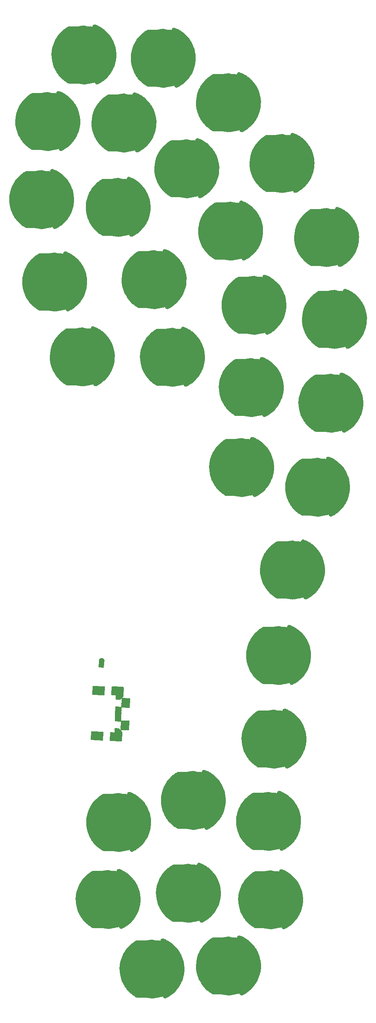
<source format=gts>
G04 #@! TF.GenerationSoftware,KiCad,Pcbnew,(5.0.0)*
G04 #@! TF.CreationDate,2020-01-29T13:38:43+01:00*
G04 #@! TF.ProjectId,Insole_PCB,496E736F6C655F5043422E6B69636164,rev?*
G04 #@! TF.SameCoordinates,Original*
G04 #@! TF.FileFunction,Soldermask,Top*
G04 #@! TF.FilePolarity,Negative*
%FSLAX46Y46*%
G04 Gerber Fmt 4.6, Leading zero omitted, Abs format (unit mm)*
G04 Created by KiCad (PCBNEW (5.0.0)) date 01/29/20 13:38:43*
%MOMM*%
%LPD*%
G01*
G04 APERTURE LIST*
%ADD10C,7.000000*%
%ADD11C,0.500000*%
%ADD12C,0.100000*%
%ADD13C,1.250000*%
%ADD14C,1.250000*%
%ADD15C,1.600000*%
%ADD16C,1.900000*%
%ADD17C,2.000000*%
%ADD18C,0.800000*%
G04 APERTURE END LIST*
D10*
G04 #@! TO.C,S9*
X219001015Y-64910707D02*
G75*
G03X219001015Y-64910707I-3201562J0D01*
G01*
G04 #@! TO.C,S0*
X185731015Y-122750707D02*
G75*
G03X185731015Y-122750707I-3201562J0D01*
G01*
G04 #@! TO.C,S1*
X179441015Y-105710707D02*
G75*
G03X179441015Y-105710707I-3201562J0D01*
G01*
G04 #@! TO.C,S2*
X176471015Y-86950707D02*
G75*
G03X176471015Y-86950707I-3201562J0D01*
G01*
G04 #@! TO.C,S3*
X177871015Y-69180707D02*
G75*
G03X177871015Y-69180707I-3201562J0D01*
G01*
G04 #@! TO.C,S4*
X186101015Y-54040707D02*
G75*
G03X186101015Y-54040707I-3201562J0D01*
G01*
G04 #@! TO.C,S5*
X195211015Y-69510707D02*
G75*
G03X195211015Y-69510707I-3201562J0D01*
G01*
G04 #@! TO.C,S6*
X193901015Y-88720707D02*
G75*
G03X193901015Y-88720707I-3201562J0D01*
G01*
G04 #@! TO.C,S7*
X202071015Y-105170707D02*
G75*
G03X202071015Y-105170707I-3201562J0D01*
G01*
G04 #@! TO.C,S8*
X204161015Y-54780707D02*
G75*
G03X204161015Y-54780707I-3201562J0D01*
G01*
G04 #@! TO.C,S10*
X209521015Y-79930707D02*
G75*
G03X209521015Y-79930707I-3201562J0D01*
G01*
G04 #@! TO.C,S11*
X231191015Y-78730707D02*
G75*
G03X231191015Y-78730707I-3201562J0D01*
G01*
G04 #@! TO.C,S12*
X219501015Y-94130707D02*
G75*
G03X219501015Y-94130707I-3201562J0D01*
G01*
G04 #@! TO.C,S13*
X241351015Y-95580707D02*
G75*
G03X241351015Y-95580707I-3201562J0D01*
G01*
G04 #@! TO.C,S14*
X206251015Y-122840707D02*
G75*
G03X206251015Y-122840707I-3201562J0D01*
G01*
G04 #@! TO.C,S15*
X224811015Y-111010707D02*
G75*
G03X224811015Y-111010707I-3201562J0D01*
G01*
G04 #@! TO.C,S16*
X243131015Y-114210707D02*
G75*
G03X243131015Y-114210707I-3201562J0D01*
G01*
G04 #@! TO.C,S17*
X242321015Y-133290707D02*
G75*
G03X242321015Y-133290707I-3201562J0D01*
G01*
G04 #@! TO.C,S18*
X224191015Y-129730707D02*
G75*
G03X224191015Y-129730707I-3201562J0D01*
G01*
G04 #@! TO.C,S19*
X221991015Y-147930707D02*
G75*
G03X221991015Y-147930707I-3201562J0D01*
G01*
G04 #@! TO.C,S20*
X239291015Y-152410707D02*
G75*
G03X239291015Y-152410707I-3201562J0D01*
G01*
G04 #@! TO.C,S21*
X233581015Y-171260707D02*
G75*
G03X233581015Y-171260707I-3201562J0D01*
G01*
G04 #@! TO.C,S22*
X230411015Y-190720707D02*
G75*
G03X230411015Y-190720707I-3201562J0D01*
G01*
G04 #@! TO.C,S23*
X229361015Y-209740707D02*
G75*
G03X229361015Y-209740707I-3201562J0D01*
G01*
G04 #@! TO.C,S24*
X194001015Y-228710707D02*
G75*
G03X194001015Y-228710707I-3201562J0D01*
G01*
G04 #@! TO.C,S25*
X191601015Y-246240707D02*
G75*
G03X191601015Y-246240707I-3201562J0D01*
G01*
G04 #@! TO.C,S26*
X201591015Y-262070707D02*
G75*
G03X201591015Y-262070707I-3201562J0D01*
G01*
G04 #@! TO.C,S27*
X219011015Y-261380707D02*
G75*
G03X219011015Y-261380707I-3201562J0D01*
G01*
G04 #@! TO.C,S28*
X228601015Y-246310707D02*
G75*
G03X228601015Y-246310707I-3201562J0D01*
G01*
G04 #@! TO.C,S29*
X209891015Y-244830707D02*
G75*
G03X209891015Y-244830707I-3201562J0D01*
G01*
G04 #@! TO.C,S30*
X228131015Y-228470707D02*
G75*
G03X228131015Y-228470707I-3201562J0D01*
G01*
G04 #@! TO.C,S31*
X211011015Y-223690707D02*
G75*
G03X211011015Y-223690707I-3201562J0D01*
G01*
G04 #@! TD*
D11*
G04 #@! TO.C,S9*
X209099453Y-66110707D03*
D12*
G36*
X216800838Y-58410712D02*
X216805027Y-58410741D01*
X216816204Y-58411131D01*
X216845456Y-58412972D01*
X216864869Y-58415150D01*
X216893802Y-58419836D01*
X216912916Y-58423898D01*
X216941253Y-58431385D01*
X216959874Y-58437292D01*
X216987346Y-58447508D01*
X217005314Y-58455209D01*
X217031657Y-58468058D01*
X217048776Y-58477470D01*
X217073740Y-58492828D01*
X217089865Y-58503868D01*
X217113211Y-58521589D01*
X217128174Y-58534145D01*
X217149680Y-58554059D01*
X217163357Y-58568025D01*
X217182816Y-58589943D01*
X217195057Y-58605168D01*
X217212285Y-58628880D01*
X217222984Y-58645230D01*
X217237816Y-58670510D01*
X217246870Y-58687828D01*
X217259164Y-58714435D01*
X217266484Y-58732553D01*
X217276123Y-58760233D01*
X217281639Y-58778976D01*
X217288531Y-58807464D01*
X217292193Y-58826659D01*
X217296272Y-58855683D01*
X217298042Y-58875138D01*
X217299270Y-58904422D01*
X217299134Y-58923964D01*
X217297498Y-58953229D01*
X217295456Y-58972664D01*
X217290972Y-59001628D01*
X217287043Y-59020768D01*
X217279754Y-59049157D01*
X217273975Y-59067824D01*
X217263950Y-59095367D01*
X217256379Y-59113379D01*
X217243715Y-59139811D01*
X217234419Y-59157002D01*
X217219235Y-59182073D01*
X217208310Y-59198269D01*
X217190753Y-59221738D01*
X217178297Y-59236796D01*
X217158533Y-59258440D01*
X217144670Y-59272206D01*
X217122889Y-59291818D01*
X217107743Y-59304170D01*
X217084151Y-59321563D01*
X217067879Y-59332375D01*
X217042703Y-59347383D01*
X217025453Y-59356555D01*
X216998933Y-59369035D01*
X216980865Y-59376482D01*
X216953254Y-59386314D01*
X216934548Y-59391962D01*
X216906108Y-59399053D01*
X216886936Y-59402849D01*
X216857941Y-59407130D01*
X216838499Y-59409036D01*
X216809224Y-59410468D01*
X216799453Y-59410707D01*
X212539002Y-59410707D01*
X212335253Y-59534048D01*
X211823339Y-59901066D01*
X211353455Y-60312982D01*
X210926020Y-60768773D01*
X210893772Y-60810707D01*
X220199453Y-60810707D01*
X220200838Y-60810712D01*
X220205027Y-60810741D01*
X220216204Y-60811131D01*
X220245456Y-60812972D01*
X220264869Y-60815150D01*
X220293802Y-60819836D01*
X220312916Y-60823898D01*
X220341253Y-60831385D01*
X220359874Y-60837292D01*
X220387346Y-60847508D01*
X220405314Y-60855209D01*
X220431657Y-60868058D01*
X220448776Y-60877470D01*
X220473740Y-60892828D01*
X220489865Y-60903868D01*
X220513211Y-60921589D01*
X220528174Y-60934145D01*
X220549680Y-60954059D01*
X220563357Y-60968025D01*
X220582816Y-60989943D01*
X220595057Y-61005168D01*
X220612285Y-61028880D01*
X220622984Y-61045230D01*
X220637816Y-61070510D01*
X220646870Y-61087828D01*
X220659164Y-61114435D01*
X220666484Y-61132553D01*
X220676123Y-61160233D01*
X220681639Y-61178976D01*
X220688531Y-61207464D01*
X220692193Y-61226659D01*
X220696272Y-61255683D01*
X220698042Y-61275138D01*
X220699270Y-61304422D01*
X220699134Y-61323964D01*
X220697498Y-61353229D01*
X220695456Y-61372664D01*
X220690972Y-61401628D01*
X220687043Y-61420768D01*
X220679754Y-61449157D01*
X220673975Y-61467824D01*
X220663950Y-61495367D01*
X220656379Y-61513379D01*
X220643715Y-61539811D01*
X220634419Y-61557002D01*
X220619235Y-61582073D01*
X220608310Y-61598269D01*
X220590753Y-61621738D01*
X220578297Y-61636796D01*
X220558533Y-61658440D01*
X220544670Y-61672206D01*
X220522889Y-61691818D01*
X220507743Y-61704170D01*
X220484151Y-61721563D01*
X220467879Y-61732375D01*
X220442703Y-61747383D01*
X220425453Y-61756555D01*
X220398933Y-61769035D01*
X220380865Y-61776482D01*
X220353254Y-61786314D01*
X220334548Y-61791962D01*
X220306108Y-61799053D01*
X220286936Y-61802849D01*
X220257941Y-61807130D01*
X220238499Y-61809036D01*
X220209224Y-61810468D01*
X220199453Y-61810707D01*
X210206168Y-61810707D01*
X209936869Y-62354131D01*
X209715369Y-62938423D01*
X209641590Y-63210707D01*
X221399453Y-63210707D01*
X221400838Y-63210712D01*
X221405027Y-63210741D01*
X221416204Y-63211131D01*
X221445456Y-63212972D01*
X221464869Y-63215150D01*
X221493802Y-63219836D01*
X221512916Y-63223898D01*
X221541253Y-63231385D01*
X221559874Y-63237292D01*
X221587346Y-63247508D01*
X221605314Y-63255209D01*
X221631657Y-63268058D01*
X221648776Y-63277470D01*
X221673740Y-63292828D01*
X221689865Y-63303868D01*
X221713211Y-63321589D01*
X221728174Y-63334145D01*
X221749680Y-63354059D01*
X221763357Y-63368025D01*
X221782816Y-63389943D01*
X221795057Y-63405168D01*
X221812285Y-63428880D01*
X221822984Y-63445230D01*
X221837816Y-63470510D01*
X221846870Y-63487828D01*
X221859164Y-63514435D01*
X221866484Y-63532553D01*
X221876123Y-63560233D01*
X221881639Y-63578976D01*
X221888531Y-63607464D01*
X221892193Y-63626659D01*
X221896272Y-63655683D01*
X221898042Y-63675138D01*
X221899270Y-63704422D01*
X221899134Y-63723964D01*
X221897498Y-63753229D01*
X221895456Y-63772664D01*
X221890972Y-63801628D01*
X221887043Y-63820768D01*
X221879754Y-63849157D01*
X221873975Y-63867824D01*
X221863950Y-63895367D01*
X221856379Y-63913379D01*
X221843715Y-63939811D01*
X221834419Y-63957002D01*
X221819235Y-63982073D01*
X221808310Y-63998269D01*
X221790753Y-64021738D01*
X221778297Y-64036796D01*
X221758533Y-64058440D01*
X221744670Y-64072206D01*
X221722889Y-64091818D01*
X221707743Y-64104170D01*
X221684151Y-64121563D01*
X221667879Y-64132375D01*
X221642703Y-64147383D01*
X221625453Y-64156555D01*
X221598933Y-64169035D01*
X221580865Y-64176482D01*
X221553254Y-64186314D01*
X221534548Y-64191962D01*
X221506108Y-64199053D01*
X221486936Y-64202849D01*
X221457941Y-64207130D01*
X221438499Y-64209036D01*
X221409224Y-64210468D01*
X221399453Y-64210707D01*
X209444486Y-64210707D01*
X209404989Y-64781092D01*
X209422857Y-65405693D01*
X209448898Y-65610707D01*
X221399453Y-65610707D01*
X221400838Y-65610712D01*
X221405027Y-65610741D01*
X221416204Y-65611131D01*
X221445456Y-65612972D01*
X221464869Y-65615150D01*
X221493802Y-65619836D01*
X221512916Y-65623898D01*
X221541253Y-65631385D01*
X221559874Y-65637292D01*
X221587346Y-65647508D01*
X221605314Y-65655209D01*
X221631657Y-65668058D01*
X221648776Y-65677470D01*
X221673740Y-65692828D01*
X221689865Y-65703868D01*
X221713211Y-65721589D01*
X221728174Y-65734145D01*
X221749680Y-65754059D01*
X221763357Y-65768025D01*
X221782816Y-65789943D01*
X221795057Y-65805168D01*
X221812285Y-65828880D01*
X221822984Y-65845230D01*
X221837816Y-65870510D01*
X221846870Y-65887828D01*
X221859164Y-65914435D01*
X221866484Y-65932553D01*
X221876123Y-65960233D01*
X221881639Y-65978976D01*
X221888531Y-66007464D01*
X221892193Y-66026659D01*
X221896272Y-66055683D01*
X221898042Y-66075138D01*
X221899270Y-66104422D01*
X221899134Y-66123964D01*
X221897498Y-66153229D01*
X221895456Y-66172664D01*
X221890972Y-66201628D01*
X221887043Y-66220768D01*
X221879754Y-66249157D01*
X221873975Y-66267824D01*
X221863950Y-66295367D01*
X221856379Y-66313379D01*
X221843715Y-66339811D01*
X221834419Y-66357002D01*
X221819235Y-66382073D01*
X221808310Y-66398269D01*
X221790753Y-66421738D01*
X221778297Y-66436796D01*
X221758533Y-66458440D01*
X221744670Y-66472206D01*
X221722889Y-66491818D01*
X221707743Y-66504170D01*
X221684151Y-66521563D01*
X221667879Y-66532375D01*
X221642703Y-66547383D01*
X221625453Y-66556555D01*
X221598933Y-66569035D01*
X221580865Y-66576482D01*
X221553254Y-66586314D01*
X221534548Y-66591962D01*
X221506108Y-66599053D01*
X221486936Y-66602849D01*
X221457941Y-66607130D01*
X221438499Y-66609036D01*
X221409224Y-66610468D01*
X221399453Y-66610707D01*
X209634947Y-66610707D01*
X209640445Y-66634832D01*
X209838081Y-67227608D01*
X210092628Y-67798288D01*
X210213489Y-68010707D01*
X220199453Y-68010707D01*
X220200838Y-68010712D01*
X220205027Y-68010741D01*
X220216204Y-68011131D01*
X220245456Y-68012972D01*
X220264869Y-68015150D01*
X220293802Y-68019836D01*
X220312916Y-68023898D01*
X220341253Y-68031385D01*
X220359874Y-68037292D01*
X220387346Y-68047508D01*
X220405314Y-68055209D01*
X220431657Y-68068058D01*
X220448776Y-68077470D01*
X220473740Y-68092828D01*
X220489865Y-68103868D01*
X220513211Y-68121589D01*
X220528174Y-68134145D01*
X220549680Y-68154059D01*
X220563357Y-68168025D01*
X220582816Y-68189943D01*
X220595057Y-68205168D01*
X220612285Y-68228880D01*
X220622984Y-68245230D01*
X220637816Y-68270510D01*
X220646870Y-68287828D01*
X220659164Y-68314435D01*
X220666484Y-68332553D01*
X220676123Y-68360233D01*
X220681639Y-68378976D01*
X220688531Y-68407464D01*
X220692193Y-68426659D01*
X220696272Y-68455683D01*
X220698042Y-68475138D01*
X220699270Y-68504422D01*
X220699134Y-68523964D01*
X220697498Y-68553229D01*
X220695456Y-68572664D01*
X220690972Y-68601628D01*
X220687043Y-68620768D01*
X220679754Y-68649157D01*
X220673975Y-68667824D01*
X220663950Y-68695367D01*
X220656379Y-68713379D01*
X220643715Y-68739811D01*
X220634419Y-68757002D01*
X220619235Y-68782073D01*
X220608310Y-68798269D01*
X220590753Y-68821738D01*
X220578297Y-68836796D01*
X220558533Y-68858440D01*
X220544670Y-68872206D01*
X220522889Y-68891818D01*
X220507743Y-68904170D01*
X220484151Y-68921563D01*
X220467879Y-68932375D01*
X220442703Y-68947383D01*
X220425453Y-68956555D01*
X220398933Y-68969035D01*
X220380865Y-68976482D01*
X220353254Y-68986314D01*
X220334548Y-68991962D01*
X220306108Y-68999053D01*
X220286936Y-69002849D01*
X220257941Y-69007130D01*
X220238499Y-69009036D01*
X220209224Y-69010468D01*
X220199453Y-69010707D01*
X210899573Y-69010707D01*
X211170799Y-69324495D01*
X211623598Y-69755107D01*
X212116254Y-70139477D01*
X212544285Y-70410707D01*
X217199453Y-70410707D01*
X217200838Y-70410712D01*
X217205027Y-70410741D01*
X217216204Y-70411131D01*
X217245456Y-70412972D01*
X217264869Y-70415150D01*
X217293802Y-70419836D01*
X217312916Y-70423898D01*
X217341253Y-70431385D01*
X217359874Y-70437292D01*
X217387346Y-70447508D01*
X217405314Y-70455209D01*
X217431657Y-70468058D01*
X217448776Y-70477470D01*
X217473740Y-70492828D01*
X217489865Y-70503868D01*
X217513211Y-70521589D01*
X217528174Y-70534145D01*
X217549680Y-70554059D01*
X217563357Y-70568025D01*
X217582816Y-70589943D01*
X217595057Y-70605168D01*
X217612285Y-70628880D01*
X217622984Y-70645230D01*
X217637816Y-70670510D01*
X217646870Y-70687828D01*
X217659164Y-70714435D01*
X217666484Y-70732553D01*
X217676123Y-70760233D01*
X217681639Y-70778976D01*
X217688531Y-70807464D01*
X217692193Y-70826659D01*
X217696272Y-70855683D01*
X217698042Y-70875138D01*
X217699270Y-70904422D01*
X217699134Y-70923964D01*
X217697498Y-70953229D01*
X217695456Y-70972664D01*
X217690972Y-71001628D01*
X217687043Y-71020768D01*
X217679754Y-71049157D01*
X217673975Y-71067824D01*
X217663950Y-71095367D01*
X217656379Y-71113379D01*
X217643715Y-71139811D01*
X217634419Y-71157002D01*
X217619235Y-71182073D01*
X217608310Y-71198269D01*
X217590753Y-71221738D01*
X217578297Y-71236796D01*
X217558533Y-71258440D01*
X217544670Y-71272206D01*
X217522889Y-71291818D01*
X217507743Y-71304170D01*
X217484151Y-71321563D01*
X217467879Y-71332375D01*
X217442703Y-71347383D01*
X217425453Y-71356555D01*
X217398933Y-71369035D01*
X217380865Y-71376482D01*
X217353254Y-71386314D01*
X217334548Y-71391962D01*
X217306108Y-71399053D01*
X217286936Y-71402849D01*
X217257941Y-71407130D01*
X217238499Y-71409036D01*
X217209224Y-71410468D01*
X217199453Y-71410707D01*
X212399453Y-71410707D01*
X212398068Y-71410702D01*
X212393879Y-71410673D01*
X212382702Y-71410283D01*
X212353450Y-71408442D01*
X212334037Y-71406264D01*
X212305104Y-71401578D01*
X212285990Y-71397516D01*
X212257653Y-71390029D01*
X212239032Y-71384122D01*
X212211560Y-71373906D01*
X212193591Y-71366205D01*
X212181738Y-71360424D01*
X212180794Y-71360004D01*
X212172081Y-71355611D01*
X212172041Y-71355693D01*
X212167242Y-71353352D01*
X212150136Y-71343948D01*
X212145235Y-71340933D01*
X212137853Y-71336746D01*
X212129476Y-71331720D01*
X211560347Y-70971080D01*
X211559150Y-70970316D01*
X211555628Y-70968049D01*
X211546434Y-70961762D01*
X211537403Y-70955210D01*
X211528255Y-70948766D01*
X211520410Y-70942948D01*
X210989189Y-70528491D01*
X210988070Y-70527611D01*
X210984786Y-70525011D01*
X210976250Y-70517858D01*
X210967923Y-70510475D01*
X210959428Y-70503152D01*
X210952190Y-70496598D01*
X210463947Y-70032282D01*
X210462929Y-70031307D01*
X210459914Y-70028399D01*
X210452101Y-70020430D01*
X210444526Y-70012260D01*
X210436807Y-70004166D01*
X210430235Y-69996928D01*
X209989633Y-69487183D01*
X209988726Y-69486126D01*
X209986009Y-69482938D01*
X209979001Y-69474235D01*
X209972223Y-69465318D01*
X209965365Y-69456552D01*
X209959533Y-69448710D01*
X209570776Y-68898403D01*
X209569983Y-68897272D01*
X209567589Y-68893833D01*
X209561455Y-68884474D01*
X209555558Y-68874902D01*
X209549616Y-68865554D01*
X209544573Y-68857175D01*
X209211372Y-68271559D01*
X209210687Y-68270345D01*
X209208641Y-68266690D01*
X209203461Y-68256799D01*
X209198549Y-68246746D01*
X209193511Y-68236788D01*
X209189317Y-68227971D01*
X208914852Y-67612635D01*
X208914290Y-67611363D01*
X208912610Y-67607525D01*
X208908417Y-67597169D01*
X208904496Y-67586649D01*
X208900472Y-67576294D01*
X208897156Y-67567102D01*
X208684048Y-66927920D01*
X208683609Y-66926588D01*
X208682312Y-66922605D01*
X208679152Y-66911896D01*
X208676287Y-66901081D01*
X208673285Y-66890359D01*
X208670879Y-66880880D01*
X208521161Y-66223952D01*
X208520852Y-66222573D01*
X208519950Y-66218482D01*
X208517852Y-66207522D01*
X208516062Y-66196516D01*
X208514114Y-66185511D01*
X208512646Y-66175849D01*
X208427747Y-65507447D01*
X208427577Y-65506066D01*
X208427078Y-65501906D01*
X208426058Y-65490785D01*
X208425350Y-65479652D01*
X208424484Y-65468493D01*
X208423967Y-65458743D01*
X208404699Y-64785245D01*
X208404664Y-64783871D01*
X208404573Y-64779683D01*
X208404644Y-64768480D01*
X208405026Y-64757347D01*
X208405252Y-64746177D01*
X208405689Y-64736407D01*
X208452234Y-64064243D01*
X208452333Y-64062877D01*
X208452651Y-64058700D01*
X208453813Y-64047563D01*
X208455284Y-64036483D01*
X208456596Y-64025413D01*
X208457984Y-64015734D01*
X208569898Y-63351321D01*
X208570138Y-63349928D01*
X208570863Y-63345802D01*
X208573099Y-63334874D01*
X208575648Y-63323974D01*
X208578031Y-63313099D01*
X208580356Y-63303603D01*
X208756572Y-62653282D01*
X208756943Y-62651932D01*
X208758067Y-62647896D01*
X208761360Y-62637232D01*
X208764958Y-62626639D01*
X208768398Y-62616028D01*
X208771636Y-62606813D01*
X209010471Y-61976791D01*
X209010964Y-61975503D01*
X209012476Y-61971596D01*
X209016808Y-61961272D01*
X209021401Y-61951130D01*
X209025872Y-61940877D01*
X209029997Y-61932015D01*
X209329171Y-61328305D01*
X209329795Y-61327057D01*
X209331681Y-61323317D01*
X209336990Y-61313483D01*
X209342556Y-61303828D01*
X209348004Y-61294064D01*
X209352975Y-61285646D01*
X209709634Y-60714013D01*
X209710365Y-60712850D01*
X209712607Y-60709311D01*
X209718865Y-60700019D01*
X209725366Y-60690927D01*
X209731714Y-60681779D01*
X209737486Y-60673881D01*
X210148225Y-60139780D01*
X210149057Y-60138706D01*
X210151633Y-60135403D01*
X210158774Y-60126757D01*
X210166108Y-60118369D01*
X210173345Y-60109853D01*
X210179858Y-60102559D01*
X210640754Y-59611087D01*
X210641708Y-59610077D01*
X210644595Y-59607041D01*
X210652518Y-59599162D01*
X210660626Y-59591538D01*
X210668686Y-59583744D01*
X210675871Y-59577128D01*
X211182528Y-59132978D01*
X211183586Y-59132058D01*
X211186755Y-59129319D01*
X211195400Y-59122258D01*
X211204244Y-59115438D01*
X211212990Y-59108496D01*
X211220790Y-59102610D01*
X211768370Y-58710021D01*
X211769522Y-58709202D01*
X211772944Y-58706785D01*
X211782229Y-58700607D01*
X211787437Y-58697348D01*
X211792537Y-58693909D01*
X211800777Y-58688641D01*
X212140523Y-58482974D01*
X212141737Y-58482245D01*
X212145336Y-58480101D01*
X212155060Y-58474669D01*
X212155654Y-58474358D01*
X212156212Y-58474026D01*
X212173461Y-58464855D01*
X212177278Y-58463059D01*
X212181038Y-58461094D01*
X212198776Y-58452902D01*
X212199374Y-58452661D01*
X212199985Y-58452373D01*
X212218044Y-58444931D01*
X212222039Y-58443508D01*
X212225963Y-58441924D01*
X212244417Y-58435501D01*
X212245043Y-58435317D01*
X212245652Y-58435100D01*
X212264370Y-58429449D01*
X212268483Y-58428424D01*
X212272524Y-58427235D01*
X212291519Y-58422642D01*
X212292173Y-58422517D01*
X212292804Y-58422360D01*
X212311966Y-58418566D01*
X212316142Y-58417949D01*
X212320321Y-58417153D01*
X212339681Y-58414437D01*
X212340316Y-58414379D01*
X212340962Y-58414284D01*
X212360399Y-58412378D01*
X212364636Y-58412171D01*
X212368874Y-58411786D01*
X212388389Y-58410973D01*
X212389030Y-58410978D01*
X212389676Y-58410946D01*
X212399453Y-58410707D01*
X216799453Y-58410707D01*
X216800838Y-58410712D01*
X216800838Y-58410712D01*
G37*
D11*
X222599453Y-64910707D03*
D12*
G36*
X218238763Y-57963029D02*
X218268009Y-57964960D01*
X218287428Y-57967199D01*
X218316346Y-57971976D01*
X218335446Y-57976099D01*
X218363760Y-57983675D01*
X218382363Y-57989640D01*
X218409802Y-57999942D01*
X218418865Y-58003600D01*
X219036541Y-58270623D01*
X219037826Y-58271184D01*
X219041659Y-58272873D01*
X219051750Y-58277660D01*
X219061691Y-58282721D01*
X219071712Y-58287647D01*
X219080380Y-58292175D01*
X219669051Y-58618199D01*
X219670273Y-58618881D01*
X219673923Y-58620936D01*
X219683502Y-58626687D01*
X219692897Y-58632691D01*
X219702395Y-58638575D01*
X219710577Y-58643925D01*
X220264624Y-59025837D01*
X220265741Y-59026613D01*
X220269174Y-59029014D01*
X220278176Y-59035693D01*
X220286943Y-59042587D01*
X220295824Y-59049372D01*
X220303441Y-59055492D01*
X220817576Y-59489646D01*
X220818656Y-59490565D01*
X220821837Y-59493290D01*
X220830105Y-59500783D01*
X220838134Y-59508477D01*
X220846329Y-59516114D01*
X220853314Y-59522949D01*
X221322629Y-60005201D01*
X221323601Y-60006207D01*
X221326502Y-60009230D01*
X221334003Y-60017497D01*
X221341237Y-60025930D01*
X221348662Y-60034346D01*
X221354949Y-60041833D01*
X221774963Y-60567582D01*
X221775823Y-60568667D01*
X221778415Y-60571958D01*
X221785089Y-60580937D01*
X221791488Y-60590069D01*
X221798024Y-60599124D01*
X221803552Y-60607192D01*
X222170258Y-61171418D01*
X222170995Y-61172560D01*
X222173254Y-61176088D01*
X222179038Y-61185705D01*
X222184532Y-61195448D01*
X222190129Y-61205056D01*
X222194846Y-61213628D01*
X222504744Y-61810945D01*
X222505388Y-61812197D01*
X222507291Y-61815929D01*
X222512084Y-61826014D01*
X222516596Y-61836236D01*
X222521240Y-61846368D01*
X222525096Y-61855355D01*
X222775226Y-62480062D01*
X222775741Y-62481361D01*
X222777271Y-62485261D01*
X222781059Y-62495770D01*
X222784552Y-62506380D01*
X222788189Y-62516932D01*
X222791146Y-62526243D01*
X222979122Y-63172377D01*
X222979495Y-63173674D01*
X222980638Y-63177704D01*
X222983397Y-63188587D01*
X222985845Y-63199525D01*
X222988424Y-63210330D01*
X222990461Y-63219893D01*
X223114489Y-63881288D01*
X223114735Y-63882625D01*
X223115479Y-63886747D01*
X223117159Y-63897825D01*
X223118521Y-63908882D01*
X223120044Y-63919972D01*
X223121137Y-63929683D01*
X223180031Y-64600023D01*
X223180146Y-64601388D01*
X223180484Y-64605563D01*
X223181075Y-64616754D01*
X223181352Y-64627965D01*
X223181783Y-64639057D01*
X223181924Y-64648836D01*
X223175124Y-65321724D01*
X223175104Y-65323141D01*
X223175032Y-65327329D01*
X223174530Y-65338473D01*
X223173714Y-65349629D01*
X223173059Y-65360740D01*
X223172244Y-65370489D01*
X223099814Y-66039502D01*
X223099658Y-66040894D01*
X223099178Y-66045055D01*
X223097590Y-66056104D01*
X223095705Y-66067040D01*
X223093952Y-66078137D01*
X223092190Y-66087754D01*
X222954821Y-66746505D01*
X222954530Y-66747879D01*
X222953646Y-66751974D01*
X222950986Y-66762818D01*
X222948036Y-66773542D01*
X222945215Y-66784388D01*
X222942525Y-66793781D01*
X222741530Y-67435984D01*
X222741110Y-67437310D01*
X222739831Y-67441299D01*
X222736124Y-67451838D01*
X222732132Y-67462249D01*
X222728271Y-67472754D01*
X222724679Y-67481836D01*
X222461974Y-68101360D01*
X222461435Y-68102618D01*
X222459773Y-68106464D01*
X222455045Y-68116614D01*
X222450044Y-68126611D01*
X222445193Y-68136654D01*
X222440729Y-68145348D01*
X222118823Y-68736280D01*
X222118166Y-68737475D01*
X222116137Y-68741140D01*
X222110436Y-68750789D01*
X222104496Y-68760229D01*
X222098680Y-68769765D01*
X222093387Y-68777985D01*
X221715352Y-69334685D01*
X221714574Y-69335823D01*
X221712197Y-69339272D01*
X221705593Y-69348302D01*
X221698793Y-69357075D01*
X221692034Y-69366051D01*
X221685969Y-69373709D01*
X221255415Y-69890862D01*
X221254519Y-69891930D01*
X221251816Y-69895131D01*
X221244372Y-69903463D01*
X221236681Y-69911602D01*
X221229151Y-69919797D01*
X221222362Y-69926833D01*
X220743397Y-70399503D01*
X220742388Y-70400491D01*
X220739386Y-70403412D01*
X220731179Y-70410964D01*
X220722766Y-70418283D01*
X220714429Y-70425742D01*
X220706992Y-70432076D01*
X220184188Y-70855751D01*
X220183130Y-70856602D01*
X220179858Y-70859217D01*
X220170912Y-70865965D01*
X220161802Y-70872444D01*
X220152801Y-70879037D01*
X220144779Y-70884616D01*
X219583127Y-71255252D01*
X219581953Y-71256022D01*
X219578440Y-71258305D01*
X219568915Y-71264123D01*
X219560733Y-71268813D01*
X219552664Y-71273665D01*
X219544171Y-71278494D01*
X219035890Y-71551272D01*
X219034651Y-71551931D01*
X219030946Y-71553886D01*
X219020934Y-71558817D01*
X218994289Y-71571028D01*
X218976144Y-71578293D01*
X218948434Y-71587845D01*
X218929677Y-71593302D01*
X218901168Y-71600105D01*
X218881966Y-71603706D01*
X218852929Y-71607695D01*
X218833461Y-71609406D01*
X218804174Y-71610542D01*
X218784631Y-71610344D01*
X218755372Y-71608616D01*
X218735945Y-71606513D01*
X218706994Y-71601938D01*
X218687873Y-71597950D01*
X218659507Y-71590573D01*
X218640853Y-71584735D01*
X218613342Y-71574624D01*
X218595354Y-71566996D01*
X218568961Y-71554249D01*
X218551805Y-71544904D01*
X218526782Y-71529643D01*
X218510611Y-71518662D01*
X218487197Y-71501031D01*
X218472187Y-71488534D01*
X218450604Y-71468703D01*
X218436875Y-71454791D01*
X218417331Y-71432948D01*
X218405027Y-71417765D01*
X218387709Y-71394120D01*
X218376953Y-71377821D01*
X218362023Y-71352599D01*
X218352899Y-71335311D01*
X218340502Y-71308751D01*
X218333114Y-71290666D01*
X218323368Y-71263025D01*
X218317776Y-71244291D01*
X218310775Y-71215829D01*
X218307041Y-71196656D01*
X218302850Y-71167647D01*
X218301004Y-71148200D01*
X218299663Y-71118921D01*
X218299725Y-71099371D01*
X218301249Y-71070100D01*
X218303216Y-71050665D01*
X218307588Y-71021684D01*
X218311444Y-71002525D01*
X218318624Y-70974108D01*
X218324328Y-70955425D01*
X218334246Y-70927844D01*
X218341752Y-70909795D01*
X218354315Y-70883314D01*
X218363538Y-70866097D01*
X218378624Y-70840968D01*
X218389487Y-70824727D01*
X218406953Y-70801190D01*
X218419353Y-70786083D01*
X218439033Y-70764363D01*
X218452842Y-70750544D01*
X218474548Y-70730847D01*
X218489649Y-70718433D01*
X218513173Y-70700950D01*
X218529402Y-70690077D01*
X218554520Y-70674972D01*
X218563016Y-70670142D01*
X219051293Y-70408099D01*
X219350416Y-70210707D01*
X212399453Y-70210707D01*
X212398068Y-70210702D01*
X212393879Y-70210673D01*
X212382702Y-70210283D01*
X212353450Y-70208442D01*
X212334037Y-70206264D01*
X212305104Y-70201578D01*
X212285990Y-70197516D01*
X212257653Y-70190029D01*
X212239032Y-70184122D01*
X212211560Y-70173906D01*
X212193592Y-70166205D01*
X212167249Y-70153356D01*
X212150130Y-70143944D01*
X212125166Y-70128586D01*
X212109041Y-70117546D01*
X212085695Y-70099825D01*
X212070732Y-70087269D01*
X212049226Y-70067355D01*
X212035549Y-70053389D01*
X212016090Y-70031471D01*
X212003849Y-70016246D01*
X211986621Y-69992534D01*
X211975922Y-69976184D01*
X211961090Y-69950904D01*
X211952036Y-69933586D01*
X211939742Y-69906979D01*
X211932422Y-69888861D01*
X211922783Y-69861181D01*
X211917267Y-69842438D01*
X211910375Y-69813950D01*
X211906713Y-69794755D01*
X211902634Y-69765731D01*
X211900864Y-69746276D01*
X211899636Y-69716992D01*
X211899772Y-69697450D01*
X211901408Y-69668185D01*
X211903450Y-69648750D01*
X211907934Y-69619786D01*
X211911863Y-69600646D01*
X211919152Y-69572257D01*
X211924931Y-69553590D01*
X211934956Y-69526047D01*
X211942527Y-69508035D01*
X211955191Y-69481603D01*
X211964487Y-69464412D01*
X211979671Y-69439341D01*
X211990596Y-69423145D01*
X212008153Y-69399676D01*
X212020609Y-69384618D01*
X212040373Y-69362974D01*
X212054236Y-69349208D01*
X212076017Y-69329596D01*
X212091163Y-69317244D01*
X212114755Y-69299851D01*
X212131027Y-69289039D01*
X212156203Y-69274031D01*
X212173453Y-69264859D01*
X212199973Y-69252379D01*
X212218041Y-69244932D01*
X212245652Y-69235100D01*
X212264358Y-69229452D01*
X212292798Y-69222361D01*
X212311970Y-69218565D01*
X212340965Y-69214284D01*
X212360407Y-69212378D01*
X212389682Y-69210946D01*
X212399453Y-69210707D01*
X220520470Y-69210707D01*
X220901806Y-68752671D01*
X221252363Y-68236436D01*
X221484276Y-67810707D01*
X210799453Y-67810707D01*
X210798068Y-67810702D01*
X210793879Y-67810673D01*
X210782702Y-67810283D01*
X210753450Y-67808442D01*
X210734037Y-67806264D01*
X210705104Y-67801578D01*
X210685990Y-67797516D01*
X210657653Y-67790029D01*
X210639032Y-67784122D01*
X210611560Y-67773906D01*
X210593592Y-67766205D01*
X210567249Y-67753356D01*
X210550130Y-67743944D01*
X210525166Y-67728586D01*
X210509041Y-67717546D01*
X210485695Y-67699825D01*
X210470732Y-67687269D01*
X210449226Y-67667355D01*
X210435549Y-67653389D01*
X210416090Y-67631471D01*
X210403849Y-67616246D01*
X210386621Y-67592534D01*
X210375922Y-67576184D01*
X210361090Y-67550904D01*
X210352036Y-67533586D01*
X210339742Y-67506979D01*
X210332422Y-67488861D01*
X210322783Y-67461181D01*
X210317267Y-67442438D01*
X210310375Y-67413950D01*
X210306713Y-67394755D01*
X210302634Y-67365731D01*
X210300864Y-67346276D01*
X210299636Y-67316992D01*
X210299772Y-67297450D01*
X210301408Y-67268185D01*
X210303450Y-67248750D01*
X210307934Y-67219786D01*
X210311863Y-67200646D01*
X210319152Y-67172257D01*
X210324931Y-67153590D01*
X210334956Y-67126047D01*
X210342527Y-67108035D01*
X210355191Y-67081603D01*
X210364487Y-67064412D01*
X210379671Y-67039341D01*
X210390596Y-67023145D01*
X210408153Y-66999676D01*
X210420609Y-66984618D01*
X210440373Y-66962974D01*
X210454236Y-66949208D01*
X210476017Y-66929596D01*
X210491163Y-66917244D01*
X210514755Y-66899851D01*
X210531027Y-66889039D01*
X210556203Y-66874031D01*
X210573453Y-66864859D01*
X210599973Y-66852379D01*
X210618041Y-66844932D01*
X210645652Y-66835100D01*
X210664358Y-66829452D01*
X210692798Y-66822361D01*
X210711970Y-66818565D01*
X210740965Y-66814284D01*
X210760407Y-66812378D01*
X210789682Y-66810946D01*
X210799453Y-66810707D01*
X221889395Y-66810707D01*
X221980871Y-66518429D01*
X222108257Y-65907553D01*
X222162047Y-65410707D01*
X210199453Y-65410707D01*
X210198068Y-65410702D01*
X210193879Y-65410673D01*
X210182702Y-65410283D01*
X210153450Y-65408442D01*
X210134037Y-65406264D01*
X210105104Y-65401578D01*
X210085990Y-65397516D01*
X210057653Y-65390029D01*
X210039032Y-65384122D01*
X210011560Y-65373906D01*
X209993592Y-65366205D01*
X209967249Y-65353356D01*
X209950130Y-65343944D01*
X209925166Y-65328586D01*
X209909041Y-65317546D01*
X209885695Y-65299825D01*
X209870732Y-65287269D01*
X209849226Y-65267355D01*
X209835549Y-65253389D01*
X209816090Y-65231471D01*
X209803849Y-65216246D01*
X209786621Y-65192534D01*
X209775922Y-65176184D01*
X209761090Y-65150904D01*
X209752036Y-65133586D01*
X209739742Y-65106979D01*
X209732422Y-65088861D01*
X209722783Y-65061181D01*
X209717267Y-65042438D01*
X209710375Y-65013950D01*
X209706713Y-64994755D01*
X209702634Y-64965731D01*
X209700864Y-64946276D01*
X209699636Y-64916992D01*
X209699772Y-64897450D01*
X209701408Y-64868185D01*
X209703450Y-64848750D01*
X209707934Y-64819786D01*
X209711863Y-64800646D01*
X209719152Y-64772257D01*
X209724931Y-64753590D01*
X209734956Y-64726047D01*
X209742527Y-64708035D01*
X209755191Y-64681603D01*
X209764487Y-64664412D01*
X209779671Y-64639341D01*
X209790596Y-64623145D01*
X209808153Y-64599676D01*
X209820609Y-64584618D01*
X209840373Y-64562974D01*
X209854236Y-64549208D01*
X209876017Y-64529596D01*
X209891163Y-64517244D01*
X209914755Y-64499851D01*
X209931027Y-64489039D01*
X209956203Y-64474031D01*
X209973453Y-64464859D01*
X209999973Y-64452379D01*
X210018041Y-64444932D01*
X210045652Y-64435100D01*
X210064358Y-64429452D01*
X210092798Y-64422361D01*
X210111970Y-64418565D01*
X210140965Y-64414284D01*
X210160407Y-64412378D01*
X210189682Y-64410946D01*
X210199453Y-64410707D01*
X222159545Y-64410707D01*
X222127113Y-64041560D01*
X222012098Y-63428232D01*
X221890630Y-63010707D01*
X210599453Y-63010707D01*
X210598068Y-63010702D01*
X210593879Y-63010673D01*
X210582702Y-63010283D01*
X210553450Y-63008442D01*
X210534037Y-63006264D01*
X210505104Y-63001578D01*
X210485990Y-62997516D01*
X210457653Y-62990029D01*
X210439032Y-62984122D01*
X210411560Y-62973906D01*
X210393592Y-62966205D01*
X210367249Y-62953356D01*
X210350130Y-62943944D01*
X210325166Y-62928586D01*
X210309041Y-62917546D01*
X210285695Y-62899825D01*
X210270732Y-62887269D01*
X210249226Y-62867355D01*
X210235549Y-62853389D01*
X210216090Y-62831471D01*
X210203849Y-62816246D01*
X210186621Y-62792534D01*
X210175922Y-62776184D01*
X210161090Y-62750904D01*
X210152036Y-62733586D01*
X210139742Y-62706979D01*
X210132422Y-62688861D01*
X210122783Y-62661181D01*
X210117267Y-62642438D01*
X210110375Y-62613950D01*
X210106713Y-62594755D01*
X210102634Y-62565731D01*
X210100864Y-62546276D01*
X210099636Y-62516992D01*
X210099772Y-62497450D01*
X210101408Y-62468185D01*
X210103450Y-62448750D01*
X210107934Y-62419786D01*
X210111863Y-62400646D01*
X210119152Y-62372257D01*
X210124931Y-62353590D01*
X210134956Y-62326047D01*
X210142527Y-62308035D01*
X210155191Y-62281603D01*
X210164487Y-62264412D01*
X210179671Y-62239341D01*
X210190596Y-62223145D01*
X210208153Y-62199676D01*
X210220609Y-62184618D01*
X210240373Y-62162974D01*
X210254236Y-62149208D01*
X210276017Y-62129596D01*
X210291163Y-62117244D01*
X210314755Y-62099851D01*
X210331027Y-62089039D01*
X210356203Y-62074031D01*
X210373453Y-62064859D01*
X210399973Y-62052379D01*
X210418041Y-62044932D01*
X210445652Y-62035100D01*
X210464358Y-62029452D01*
X210492798Y-62022361D01*
X210511970Y-62018565D01*
X210540965Y-62014284D01*
X210560407Y-62012378D01*
X210589682Y-62010946D01*
X210599453Y-62010707D01*
X221481809Y-62010707D01*
X221318468Y-61695872D01*
X220978402Y-61172634D01*
X220588922Y-60685107D01*
X220516518Y-60610707D01*
X212599453Y-60610707D01*
X212598068Y-60610702D01*
X212593879Y-60610673D01*
X212582702Y-60610283D01*
X212553450Y-60608442D01*
X212534037Y-60606264D01*
X212505104Y-60601578D01*
X212485990Y-60597516D01*
X212457653Y-60590029D01*
X212439032Y-60584122D01*
X212411560Y-60573906D01*
X212393592Y-60566205D01*
X212367249Y-60553356D01*
X212350130Y-60543944D01*
X212325166Y-60528586D01*
X212309041Y-60517546D01*
X212285695Y-60499825D01*
X212270732Y-60487269D01*
X212249226Y-60467355D01*
X212235549Y-60453389D01*
X212216090Y-60431471D01*
X212203849Y-60416246D01*
X212186621Y-60392534D01*
X212175922Y-60376184D01*
X212161090Y-60350904D01*
X212152036Y-60333586D01*
X212139742Y-60306979D01*
X212132422Y-60288861D01*
X212122783Y-60261181D01*
X212117267Y-60242438D01*
X212110375Y-60213950D01*
X212106713Y-60194755D01*
X212102634Y-60165731D01*
X212100864Y-60146276D01*
X212099636Y-60116992D01*
X212099772Y-60097450D01*
X212101408Y-60068185D01*
X212103450Y-60048750D01*
X212107934Y-60019786D01*
X212111863Y-60000646D01*
X212119152Y-59972257D01*
X212124931Y-59953590D01*
X212134956Y-59926047D01*
X212142527Y-59908035D01*
X212155191Y-59881603D01*
X212164487Y-59864412D01*
X212179671Y-59839341D01*
X212190596Y-59823145D01*
X212208153Y-59799676D01*
X212220609Y-59784618D01*
X212240373Y-59762974D01*
X212254236Y-59749208D01*
X212276017Y-59729596D01*
X212291163Y-59717244D01*
X212314755Y-59699851D01*
X212331027Y-59689039D01*
X212356203Y-59674031D01*
X212373453Y-59664859D01*
X212399973Y-59652379D01*
X212418041Y-59644932D01*
X212445652Y-59635100D01*
X212464358Y-59629452D01*
X212492798Y-59622361D01*
X212511970Y-59618565D01*
X212540965Y-59614284D01*
X212560407Y-59612378D01*
X212589682Y-59610946D01*
X212599453Y-59610707D01*
X219351123Y-59610707D01*
X219163168Y-59481147D01*
X218617283Y-59178819D01*
X218022055Y-58921500D01*
X218020788Y-58920947D01*
X218016954Y-58919258D01*
X218006849Y-58914465D01*
X217980729Y-58901168D01*
X217963772Y-58891465D01*
X217939074Y-58875683D01*
X217923141Y-58864369D01*
X217900101Y-58846252D01*
X217885348Y-58833437D01*
X217864186Y-58813158D01*
X217850756Y-58798966D01*
X217831674Y-58776719D01*
X217819692Y-58761283D01*
X217802872Y-58737280D01*
X217792455Y-58720752D01*
X217778057Y-58695222D01*
X217769301Y-58677754D01*
X217757463Y-58650941D01*
X217750452Y-58632696D01*
X217741288Y-58604856D01*
X217736093Y-58586021D01*
X217729689Y-58557419D01*
X217726357Y-58538170D01*
X217722774Y-58509080D01*
X217721336Y-58489592D01*
X217720609Y-58460291D01*
X217721079Y-58440755D01*
X217723215Y-58411523D01*
X217725589Y-58392130D01*
X217730567Y-58363246D01*
X217734823Y-58344173D01*
X217742596Y-58315913D01*
X217748690Y-58297353D01*
X217759183Y-58269986D01*
X217767065Y-58252098D01*
X217780180Y-58225885D01*
X217789764Y-58208861D01*
X217805373Y-58184054D01*
X217816572Y-58168047D01*
X217834527Y-58144881D01*
X217847246Y-58130031D01*
X217867378Y-58108728D01*
X217881470Y-58095205D01*
X217903583Y-58075968D01*
X217918937Y-58063877D01*
X217942822Y-58046890D01*
X217959276Y-58036358D01*
X217984705Y-58021782D01*
X218002118Y-58012902D01*
X218028848Y-58000878D01*
X218047032Y-57993744D01*
X218074807Y-57984385D01*
X218093608Y-57979058D01*
X218122165Y-57972454D01*
X218141399Y-57968986D01*
X218170463Y-57965201D01*
X218189931Y-57963627D01*
X218219226Y-57962695D01*
X218238763Y-57963029D01*
X218238763Y-57963029D01*
G37*
G04 #@! TD*
D13*
G04 #@! TO.C,J2*
X186929209Y-191863143D03*
D14*
X186929209Y-191863143D02*
X186929209Y-191863143D01*
D13*
X186859453Y-192860707D03*
D12*
G36*
X187526528Y-192280827D02*
X187439333Y-193527782D01*
X186192378Y-193440587D01*
X186279573Y-192193632D01*
X187526528Y-192280827D01*
X187526528Y-192280827D01*
G37*
G04 #@! TD*
D15*
G04 #@! TO.C,J1*
X190549347Y-198824613D03*
D12*
G36*
X191907520Y-199936708D02*
X191894836Y-199973807D01*
X191875159Y-200007718D01*
X191862379Y-200023682D01*
X191237442Y-200727300D01*
X191208659Y-200753921D01*
X191175234Y-200774415D01*
X191138454Y-200787994D01*
X191080927Y-200794365D01*
X190281415Y-200766445D01*
X190242555Y-200761243D01*
X190205456Y-200748559D01*
X190171545Y-200728882D01*
X190142124Y-200702966D01*
X190118324Y-200671810D01*
X190101060Y-200636609D01*
X190090996Y-200598715D01*
X190088517Y-200559587D01*
X190114691Y-199810044D01*
X189315179Y-199782124D01*
X189276318Y-199776922D01*
X189239219Y-199764239D01*
X189205309Y-199744561D01*
X189175888Y-199718646D01*
X189152088Y-199687489D01*
X189134824Y-199652288D01*
X189124759Y-199614395D01*
X189122280Y-199575266D01*
X189178119Y-197976241D01*
X189183322Y-197937381D01*
X189196005Y-197900282D01*
X189215683Y-197866371D01*
X189241598Y-197836951D01*
X189272755Y-197813150D01*
X189307956Y-197795886D01*
X189345849Y-197785822D01*
X189384978Y-197783343D01*
X191783515Y-197867102D01*
X191822376Y-197872304D01*
X191859475Y-197884987D01*
X191893385Y-197904665D01*
X191922806Y-197930580D01*
X191946606Y-197961737D01*
X191963870Y-197996938D01*
X191973935Y-198034831D01*
X191976414Y-198073960D01*
X191912722Y-199897848D01*
X191907520Y-199936708D01*
X191907520Y-199936708D01*
G37*
D15*
X190186392Y-209218278D03*
D12*
G36*
X191552417Y-210105510D02*
X191539734Y-210142609D01*
X191520056Y-210176520D01*
X191494141Y-210205940D01*
X191462984Y-210229741D01*
X191427783Y-210247005D01*
X191389890Y-210257069D01*
X191350761Y-210259548D01*
X188952224Y-210175789D01*
X188913363Y-210170587D01*
X188876264Y-210157904D01*
X188842354Y-210138226D01*
X188812933Y-210112311D01*
X188789133Y-210081154D01*
X188771869Y-210045953D01*
X188761804Y-210008060D01*
X188759325Y-209968931D01*
X188815164Y-208369906D01*
X188820367Y-208331046D01*
X188833050Y-208293947D01*
X188852728Y-208260036D01*
X188878643Y-208230616D01*
X188909800Y-208206815D01*
X188945001Y-208189551D01*
X188982894Y-208179487D01*
X189022023Y-208177008D01*
X189821535Y-208204927D01*
X189847710Y-207455384D01*
X189852912Y-207416524D01*
X189865596Y-207379425D01*
X189885273Y-207345514D01*
X189911189Y-207316094D01*
X189942345Y-207292294D01*
X189977546Y-207275030D01*
X190015440Y-207264965D01*
X190054568Y-207262486D01*
X190854081Y-207290406D01*
X190892941Y-207295608D01*
X190930040Y-207308291D01*
X190963951Y-207327969D01*
X191005536Y-207368225D01*
X191579868Y-208113723D01*
X191600636Y-208146978D01*
X191614518Y-208183645D01*
X191620979Y-208222316D01*
X191621311Y-208242762D01*
X191557620Y-210066650D01*
X191552417Y-210105510D01*
X191552417Y-210105510D01*
G37*
D16*
X192227688Y-206637946D03*
D12*
G36*
X191316656Y-205505462D02*
X193215499Y-205571771D01*
X193138720Y-207770430D01*
X191239877Y-207704121D01*
X191316656Y-205505462D01*
X191316656Y-205505462D01*
G37*
D16*
X192405675Y-201541053D03*
D12*
G36*
X191494643Y-200408569D02*
X193393486Y-200474878D01*
X193316707Y-202673537D01*
X191417864Y-202607228D01*
X191494643Y-200408569D01*
X191494643Y-200408569D01*
G37*
D17*
X185890756Y-209018241D03*
D12*
G36*
X184526508Y-207969991D02*
X187324803Y-208067709D01*
X187255004Y-210066491D01*
X184456709Y-209968773D01*
X184526508Y-207969991D01*
X184526508Y-207969991D01*
G37*
D17*
X186250221Y-198724515D03*
D12*
G36*
X184885973Y-197676265D02*
X187684268Y-197773983D01*
X187614469Y-199772765D01*
X184816174Y-199675047D01*
X184885973Y-197676265D01*
X184885973Y-197676265D01*
G37*
D18*
X190647302Y-205331996D03*
D12*
G36*
X189936703Y-204906938D02*
X191385820Y-204957542D01*
X191357901Y-205757054D01*
X189908784Y-205706450D01*
X189936703Y-204906938D01*
X189936703Y-204906938D01*
G37*
D18*
X190669986Y-204682392D03*
D12*
G36*
X189959387Y-204257334D02*
X191408504Y-204307938D01*
X191380585Y-205107450D01*
X189931468Y-205056846D01*
X189959387Y-204257334D01*
X189959387Y-204257334D01*
G37*
D18*
X190692671Y-204032788D03*
D12*
G36*
X189982072Y-203607730D02*
X191431189Y-203658334D01*
X191403270Y-204457846D01*
X189954153Y-204407242D01*
X189982072Y-203607730D01*
X189982072Y-203607730D01*
G37*
D18*
X190715356Y-203383184D03*
D12*
G36*
X190004757Y-202958126D02*
X191453874Y-203008730D01*
X191425955Y-203808242D01*
X189976838Y-203757638D01*
X190004757Y-202958126D01*
X190004757Y-202958126D01*
G37*
D18*
X190738041Y-202733580D03*
D12*
G36*
X190027442Y-202308522D02*
X191476559Y-202359126D01*
X191448640Y-203158638D01*
X189999523Y-203108034D01*
X190027442Y-202308522D01*
X190027442Y-202308522D01*
G37*
G04 #@! TD*
D11*
G04 #@! TO.C,S0*
X175829453Y-123950707D03*
D12*
G36*
X183530838Y-116250712D02*
X183535027Y-116250741D01*
X183546204Y-116251131D01*
X183575456Y-116252972D01*
X183594869Y-116255150D01*
X183623802Y-116259836D01*
X183642916Y-116263898D01*
X183671253Y-116271385D01*
X183689874Y-116277292D01*
X183717346Y-116287508D01*
X183735314Y-116295209D01*
X183761657Y-116308058D01*
X183778776Y-116317470D01*
X183803740Y-116332828D01*
X183819865Y-116343868D01*
X183843211Y-116361589D01*
X183858174Y-116374145D01*
X183879680Y-116394059D01*
X183893357Y-116408025D01*
X183912816Y-116429943D01*
X183925057Y-116445168D01*
X183942285Y-116468880D01*
X183952984Y-116485230D01*
X183967816Y-116510510D01*
X183976870Y-116527828D01*
X183989164Y-116554435D01*
X183996484Y-116572553D01*
X184006123Y-116600233D01*
X184011639Y-116618976D01*
X184018531Y-116647464D01*
X184022193Y-116666659D01*
X184026272Y-116695683D01*
X184028042Y-116715138D01*
X184029270Y-116744422D01*
X184029134Y-116763964D01*
X184027498Y-116793229D01*
X184025456Y-116812664D01*
X184020972Y-116841628D01*
X184017043Y-116860768D01*
X184009754Y-116889157D01*
X184003975Y-116907824D01*
X183993950Y-116935367D01*
X183986379Y-116953379D01*
X183973715Y-116979811D01*
X183964419Y-116997002D01*
X183949235Y-117022073D01*
X183938310Y-117038269D01*
X183920753Y-117061738D01*
X183908297Y-117076796D01*
X183888533Y-117098440D01*
X183874670Y-117112206D01*
X183852889Y-117131818D01*
X183837743Y-117144170D01*
X183814151Y-117161563D01*
X183797879Y-117172375D01*
X183772703Y-117187383D01*
X183755453Y-117196555D01*
X183728933Y-117209035D01*
X183710865Y-117216482D01*
X183683254Y-117226314D01*
X183664548Y-117231962D01*
X183636108Y-117239053D01*
X183616936Y-117242849D01*
X183587941Y-117247130D01*
X183568499Y-117249036D01*
X183539224Y-117250468D01*
X183529453Y-117250707D01*
X179269002Y-117250707D01*
X179065253Y-117374048D01*
X178553339Y-117741066D01*
X178083455Y-118152982D01*
X177656020Y-118608773D01*
X177623772Y-118650707D01*
X186929453Y-118650707D01*
X186930838Y-118650712D01*
X186935027Y-118650741D01*
X186946204Y-118651131D01*
X186975456Y-118652972D01*
X186994869Y-118655150D01*
X187023802Y-118659836D01*
X187042916Y-118663898D01*
X187071253Y-118671385D01*
X187089874Y-118677292D01*
X187117346Y-118687508D01*
X187135314Y-118695209D01*
X187161657Y-118708058D01*
X187178776Y-118717470D01*
X187203740Y-118732828D01*
X187219865Y-118743868D01*
X187243211Y-118761589D01*
X187258174Y-118774145D01*
X187279680Y-118794059D01*
X187293357Y-118808025D01*
X187312816Y-118829943D01*
X187325057Y-118845168D01*
X187342285Y-118868880D01*
X187352984Y-118885230D01*
X187367816Y-118910510D01*
X187376870Y-118927828D01*
X187389164Y-118954435D01*
X187396484Y-118972553D01*
X187406123Y-119000233D01*
X187411639Y-119018976D01*
X187418531Y-119047464D01*
X187422193Y-119066659D01*
X187426272Y-119095683D01*
X187428042Y-119115138D01*
X187429270Y-119144422D01*
X187429134Y-119163964D01*
X187427498Y-119193229D01*
X187425456Y-119212664D01*
X187420972Y-119241628D01*
X187417043Y-119260768D01*
X187409754Y-119289157D01*
X187403975Y-119307824D01*
X187393950Y-119335367D01*
X187386379Y-119353379D01*
X187373715Y-119379811D01*
X187364419Y-119397002D01*
X187349235Y-119422073D01*
X187338310Y-119438269D01*
X187320753Y-119461738D01*
X187308297Y-119476796D01*
X187288533Y-119498440D01*
X187274670Y-119512206D01*
X187252889Y-119531818D01*
X187237743Y-119544170D01*
X187214151Y-119561563D01*
X187197879Y-119572375D01*
X187172703Y-119587383D01*
X187155453Y-119596555D01*
X187128933Y-119609035D01*
X187110865Y-119616482D01*
X187083254Y-119626314D01*
X187064548Y-119631962D01*
X187036108Y-119639053D01*
X187016936Y-119642849D01*
X186987941Y-119647130D01*
X186968499Y-119649036D01*
X186939224Y-119650468D01*
X186929453Y-119650707D01*
X176936168Y-119650707D01*
X176666869Y-120194131D01*
X176445369Y-120778423D01*
X176371590Y-121050707D01*
X188129453Y-121050707D01*
X188130838Y-121050712D01*
X188135027Y-121050741D01*
X188146204Y-121051131D01*
X188175456Y-121052972D01*
X188194869Y-121055150D01*
X188223802Y-121059836D01*
X188242916Y-121063898D01*
X188271253Y-121071385D01*
X188289874Y-121077292D01*
X188317346Y-121087508D01*
X188335314Y-121095209D01*
X188361657Y-121108058D01*
X188378776Y-121117470D01*
X188403740Y-121132828D01*
X188419865Y-121143868D01*
X188443211Y-121161589D01*
X188458174Y-121174145D01*
X188479680Y-121194059D01*
X188493357Y-121208025D01*
X188512816Y-121229943D01*
X188525057Y-121245168D01*
X188542285Y-121268880D01*
X188552984Y-121285230D01*
X188567816Y-121310510D01*
X188576870Y-121327828D01*
X188589164Y-121354435D01*
X188596484Y-121372553D01*
X188606123Y-121400233D01*
X188611639Y-121418976D01*
X188618531Y-121447464D01*
X188622193Y-121466659D01*
X188626272Y-121495683D01*
X188628042Y-121515138D01*
X188629270Y-121544422D01*
X188629134Y-121563964D01*
X188627498Y-121593229D01*
X188625456Y-121612664D01*
X188620972Y-121641628D01*
X188617043Y-121660768D01*
X188609754Y-121689157D01*
X188603975Y-121707824D01*
X188593950Y-121735367D01*
X188586379Y-121753379D01*
X188573715Y-121779811D01*
X188564419Y-121797002D01*
X188549235Y-121822073D01*
X188538310Y-121838269D01*
X188520753Y-121861738D01*
X188508297Y-121876796D01*
X188488533Y-121898440D01*
X188474670Y-121912206D01*
X188452889Y-121931818D01*
X188437743Y-121944170D01*
X188414151Y-121961563D01*
X188397879Y-121972375D01*
X188372703Y-121987383D01*
X188355453Y-121996555D01*
X188328933Y-122009035D01*
X188310865Y-122016482D01*
X188283254Y-122026314D01*
X188264548Y-122031962D01*
X188236108Y-122039053D01*
X188216936Y-122042849D01*
X188187941Y-122047130D01*
X188168499Y-122049036D01*
X188139224Y-122050468D01*
X188129453Y-122050707D01*
X176174486Y-122050707D01*
X176134989Y-122621092D01*
X176152857Y-123245693D01*
X176178898Y-123450707D01*
X188129453Y-123450707D01*
X188130838Y-123450712D01*
X188135027Y-123450741D01*
X188146204Y-123451131D01*
X188175456Y-123452972D01*
X188194869Y-123455150D01*
X188223802Y-123459836D01*
X188242916Y-123463898D01*
X188271253Y-123471385D01*
X188289874Y-123477292D01*
X188317346Y-123487508D01*
X188335314Y-123495209D01*
X188361657Y-123508058D01*
X188378776Y-123517470D01*
X188403740Y-123532828D01*
X188419865Y-123543868D01*
X188443211Y-123561589D01*
X188458174Y-123574145D01*
X188479680Y-123594059D01*
X188493357Y-123608025D01*
X188512816Y-123629943D01*
X188525057Y-123645168D01*
X188542285Y-123668880D01*
X188552984Y-123685230D01*
X188567816Y-123710510D01*
X188576870Y-123727828D01*
X188589164Y-123754435D01*
X188596484Y-123772553D01*
X188606123Y-123800233D01*
X188611639Y-123818976D01*
X188618531Y-123847464D01*
X188622193Y-123866659D01*
X188626272Y-123895683D01*
X188628042Y-123915138D01*
X188629270Y-123944422D01*
X188629134Y-123963964D01*
X188627498Y-123993229D01*
X188625456Y-124012664D01*
X188620972Y-124041628D01*
X188617043Y-124060768D01*
X188609754Y-124089157D01*
X188603975Y-124107824D01*
X188593950Y-124135367D01*
X188586379Y-124153379D01*
X188573715Y-124179811D01*
X188564419Y-124197002D01*
X188549235Y-124222073D01*
X188538310Y-124238269D01*
X188520753Y-124261738D01*
X188508297Y-124276796D01*
X188488533Y-124298440D01*
X188474670Y-124312206D01*
X188452889Y-124331818D01*
X188437743Y-124344170D01*
X188414151Y-124361563D01*
X188397879Y-124372375D01*
X188372703Y-124387383D01*
X188355453Y-124396555D01*
X188328933Y-124409035D01*
X188310865Y-124416482D01*
X188283254Y-124426314D01*
X188264548Y-124431962D01*
X188236108Y-124439053D01*
X188216936Y-124442849D01*
X188187941Y-124447130D01*
X188168499Y-124449036D01*
X188139224Y-124450468D01*
X188129453Y-124450707D01*
X176364947Y-124450707D01*
X176370445Y-124474832D01*
X176568081Y-125067608D01*
X176822628Y-125638288D01*
X176943489Y-125850707D01*
X186929453Y-125850707D01*
X186930838Y-125850712D01*
X186935027Y-125850741D01*
X186946204Y-125851131D01*
X186975456Y-125852972D01*
X186994869Y-125855150D01*
X187023802Y-125859836D01*
X187042916Y-125863898D01*
X187071253Y-125871385D01*
X187089874Y-125877292D01*
X187117346Y-125887508D01*
X187135314Y-125895209D01*
X187161657Y-125908058D01*
X187178776Y-125917470D01*
X187203740Y-125932828D01*
X187219865Y-125943868D01*
X187243211Y-125961589D01*
X187258174Y-125974145D01*
X187279680Y-125994059D01*
X187293357Y-126008025D01*
X187312816Y-126029943D01*
X187325057Y-126045168D01*
X187342285Y-126068880D01*
X187352984Y-126085230D01*
X187367816Y-126110510D01*
X187376870Y-126127828D01*
X187389164Y-126154435D01*
X187396484Y-126172553D01*
X187406123Y-126200233D01*
X187411639Y-126218976D01*
X187418531Y-126247464D01*
X187422193Y-126266659D01*
X187426272Y-126295683D01*
X187428042Y-126315138D01*
X187429270Y-126344422D01*
X187429134Y-126363964D01*
X187427498Y-126393229D01*
X187425456Y-126412664D01*
X187420972Y-126441628D01*
X187417043Y-126460768D01*
X187409754Y-126489157D01*
X187403975Y-126507824D01*
X187393950Y-126535367D01*
X187386379Y-126553379D01*
X187373715Y-126579811D01*
X187364419Y-126597002D01*
X187349235Y-126622073D01*
X187338310Y-126638269D01*
X187320753Y-126661738D01*
X187308297Y-126676796D01*
X187288533Y-126698440D01*
X187274670Y-126712206D01*
X187252889Y-126731818D01*
X187237743Y-126744170D01*
X187214151Y-126761563D01*
X187197879Y-126772375D01*
X187172703Y-126787383D01*
X187155453Y-126796555D01*
X187128933Y-126809035D01*
X187110865Y-126816482D01*
X187083254Y-126826314D01*
X187064548Y-126831962D01*
X187036108Y-126839053D01*
X187016936Y-126842849D01*
X186987941Y-126847130D01*
X186968499Y-126849036D01*
X186939224Y-126850468D01*
X186929453Y-126850707D01*
X177629573Y-126850707D01*
X177900799Y-127164495D01*
X178353598Y-127595107D01*
X178846254Y-127979477D01*
X179274285Y-128250707D01*
X183929453Y-128250707D01*
X183930838Y-128250712D01*
X183935027Y-128250741D01*
X183946204Y-128251131D01*
X183975456Y-128252972D01*
X183994869Y-128255150D01*
X184023802Y-128259836D01*
X184042916Y-128263898D01*
X184071253Y-128271385D01*
X184089874Y-128277292D01*
X184117346Y-128287508D01*
X184135314Y-128295209D01*
X184161657Y-128308058D01*
X184178776Y-128317470D01*
X184203740Y-128332828D01*
X184219865Y-128343868D01*
X184243211Y-128361589D01*
X184258174Y-128374145D01*
X184279680Y-128394059D01*
X184293357Y-128408025D01*
X184312816Y-128429943D01*
X184325057Y-128445168D01*
X184342285Y-128468880D01*
X184352984Y-128485230D01*
X184367816Y-128510510D01*
X184376870Y-128527828D01*
X184389164Y-128554435D01*
X184396484Y-128572553D01*
X184406123Y-128600233D01*
X184411639Y-128618976D01*
X184418531Y-128647464D01*
X184422193Y-128666659D01*
X184426272Y-128695683D01*
X184428042Y-128715138D01*
X184429270Y-128744422D01*
X184429134Y-128763964D01*
X184427498Y-128793229D01*
X184425456Y-128812664D01*
X184420972Y-128841628D01*
X184417043Y-128860768D01*
X184409754Y-128889157D01*
X184403975Y-128907824D01*
X184393950Y-128935367D01*
X184386379Y-128953379D01*
X184373715Y-128979811D01*
X184364419Y-128997002D01*
X184349235Y-129022073D01*
X184338310Y-129038269D01*
X184320753Y-129061738D01*
X184308297Y-129076796D01*
X184288533Y-129098440D01*
X184274670Y-129112206D01*
X184252889Y-129131818D01*
X184237743Y-129144170D01*
X184214151Y-129161563D01*
X184197879Y-129172375D01*
X184172703Y-129187383D01*
X184155453Y-129196555D01*
X184128933Y-129209035D01*
X184110865Y-129216482D01*
X184083254Y-129226314D01*
X184064548Y-129231962D01*
X184036108Y-129239053D01*
X184016936Y-129242849D01*
X183987941Y-129247130D01*
X183968499Y-129249036D01*
X183939224Y-129250468D01*
X183929453Y-129250707D01*
X179129453Y-129250707D01*
X179128068Y-129250702D01*
X179123879Y-129250673D01*
X179112702Y-129250283D01*
X179083450Y-129248442D01*
X179064037Y-129246264D01*
X179035104Y-129241578D01*
X179015990Y-129237516D01*
X178987653Y-129230029D01*
X178969032Y-129224122D01*
X178941560Y-129213906D01*
X178923591Y-129206205D01*
X178911738Y-129200424D01*
X178910794Y-129200004D01*
X178902081Y-129195611D01*
X178902041Y-129195693D01*
X178897242Y-129193352D01*
X178880136Y-129183948D01*
X178875235Y-129180933D01*
X178867853Y-129176746D01*
X178859476Y-129171720D01*
X178290347Y-128811080D01*
X178289150Y-128810316D01*
X178285628Y-128808049D01*
X178276434Y-128801762D01*
X178267403Y-128795210D01*
X178258255Y-128788766D01*
X178250410Y-128782948D01*
X177719189Y-128368491D01*
X177718070Y-128367611D01*
X177714786Y-128365011D01*
X177706250Y-128357858D01*
X177697923Y-128350475D01*
X177689428Y-128343152D01*
X177682190Y-128336598D01*
X177193947Y-127872282D01*
X177192929Y-127871307D01*
X177189914Y-127868399D01*
X177182101Y-127860430D01*
X177174526Y-127852260D01*
X177166807Y-127844166D01*
X177160235Y-127836928D01*
X176719633Y-127327183D01*
X176718726Y-127326126D01*
X176716009Y-127322938D01*
X176709001Y-127314235D01*
X176702223Y-127305318D01*
X176695365Y-127296552D01*
X176689533Y-127288710D01*
X176300776Y-126738403D01*
X176299983Y-126737272D01*
X176297589Y-126733833D01*
X176291455Y-126724474D01*
X176285558Y-126714902D01*
X176279616Y-126705554D01*
X176274573Y-126697175D01*
X175941372Y-126111559D01*
X175940687Y-126110345D01*
X175938641Y-126106690D01*
X175933461Y-126096799D01*
X175928549Y-126086746D01*
X175923511Y-126076788D01*
X175919317Y-126067971D01*
X175644852Y-125452635D01*
X175644290Y-125451363D01*
X175642610Y-125447525D01*
X175638417Y-125437169D01*
X175634496Y-125426649D01*
X175630472Y-125416294D01*
X175627156Y-125407102D01*
X175414048Y-124767920D01*
X175413609Y-124766588D01*
X175412312Y-124762605D01*
X175409152Y-124751896D01*
X175406287Y-124741081D01*
X175403285Y-124730359D01*
X175400879Y-124720880D01*
X175251161Y-124063952D01*
X175250852Y-124062573D01*
X175249950Y-124058482D01*
X175247852Y-124047522D01*
X175246062Y-124036516D01*
X175244114Y-124025511D01*
X175242646Y-124015849D01*
X175157747Y-123347447D01*
X175157577Y-123346066D01*
X175157078Y-123341906D01*
X175156058Y-123330785D01*
X175155350Y-123319652D01*
X175154484Y-123308493D01*
X175153967Y-123298743D01*
X175134699Y-122625245D01*
X175134664Y-122623871D01*
X175134573Y-122619683D01*
X175134644Y-122608480D01*
X175135026Y-122597347D01*
X175135252Y-122586177D01*
X175135689Y-122576407D01*
X175182234Y-121904243D01*
X175182333Y-121902877D01*
X175182651Y-121898700D01*
X175183813Y-121887563D01*
X175185284Y-121876483D01*
X175186596Y-121865413D01*
X175187984Y-121855734D01*
X175299898Y-121191321D01*
X175300138Y-121189928D01*
X175300863Y-121185802D01*
X175303099Y-121174874D01*
X175305648Y-121163974D01*
X175308031Y-121153099D01*
X175310356Y-121143603D01*
X175486572Y-120493282D01*
X175486943Y-120491932D01*
X175488067Y-120487896D01*
X175491360Y-120477232D01*
X175494958Y-120466639D01*
X175498398Y-120456028D01*
X175501636Y-120446813D01*
X175740471Y-119816791D01*
X175740964Y-119815503D01*
X175742476Y-119811596D01*
X175746808Y-119801272D01*
X175751401Y-119791130D01*
X175755872Y-119780877D01*
X175759997Y-119772015D01*
X176059171Y-119168305D01*
X176059795Y-119167057D01*
X176061681Y-119163317D01*
X176066990Y-119153483D01*
X176072556Y-119143828D01*
X176078004Y-119134064D01*
X176082975Y-119125646D01*
X176439634Y-118554013D01*
X176440365Y-118552850D01*
X176442607Y-118549311D01*
X176448865Y-118540019D01*
X176455366Y-118530927D01*
X176461714Y-118521779D01*
X176467486Y-118513881D01*
X176878225Y-117979780D01*
X176879057Y-117978706D01*
X176881633Y-117975403D01*
X176888774Y-117966757D01*
X176896108Y-117958369D01*
X176903345Y-117949853D01*
X176909858Y-117942559D01*
X177370754Y-117451087D01*
X177371708Y-117450077D01*
X177374595Y-117447041D01*
X177382518Y-117439162D01*
X177390626Y-117431538D01*
X177398686Y-117423744D01*
X177405871Y-117417128D01*
X177912528Y-116972978D01*
X177913586Y-116972058D01*
X177916755Y-116969319D01*
X177925400Y-116962258D01*
X177934244Y-116955438D01*
X177942990Y-116948496D01*
X177950790Y-116942610D01*
X178498370Y-116550021D01*
X178499522Y-116549202D01*
X178502944Y-116546785D01*
X178512229Y-116540607D01*
X178517437Y-116537348D01*
X178522537Y-116533909D01*
X178530777Y-116528641D01*
X178870523Y-116322974D01*
X178871737Y-116322245D01*
X178875336Y-116320101D01*
X178885060Y-116314669D01*
X178885654Y-116314358D01*
X178886212Y-116314026D01*
X178903461Y-116304855D01*
X178907278Y-116303059D01*
X178911038Y-116301094D01*
X178928776Y-116292902D01*
X178929374Y-116292661D01*
X178929985Y-116292373D01*
X178948044Y-116284931D01*
X178952039Y-116283508D01*
X178955963Y-116281924D01*
X178974417Y-116275501D01*
X178975043Y-116275317D01*
X178975652Y-116275100D01*
X178994370Y-116269449D01*
X178998483Y-116268424D01*
X179002524Y-116267235D01*
X179021519Y-116262642D01*
X179022173Y-116262517D01*
X179022804Y-116262360D01*
X179041966Y-116258566D01*
X179046142Y-116257949D01*
X179050321Y-116257153D01*
X179069681Y-116254437D01*
X179070316Y-116254379D01*
X179070962Y-116254284D01*
X179090399Y-116252378D01*
X179094636Y-116252171D01*
X179098874Y-116251786D01*
X179118389Y-116250973D01*
X179119030Y-116250978D01*
X179119676Y-116250946D01*
X179129453Y-116250707D01*
X183529453Y-116250707D01*
X183530838Y-116250712D01*
X183530838Y-116250712D01*
G37*
D11*
X189329453Y-122750707D03*
D12*
G36*
X184968763Y-115803029D02*
X184998009Y-115804960D01*
X185017428Y-115807199D01*
X185046346Y-115811976D01*
X185065446Y-115816099D01*
X185093760Y-115823675D01*
X185112363Y-115829640D01*
X185139802Y-115839942D01*
X185148865Y-115843600D01*
X185766541Y-116110623D01*
X185767826Y-116111184D01*
X185771659Y-116112873D01*
X185781750Y-116117660D01*
X185791691Y-116122721D01*
X185801712Y-116127647D01*
X185810380Y-116132175D01*
X186399051Y-116458199D01*
X186400273Y-116458881D01*
X186403923Y-116460936D01*
X186413502Y-116466687D01*
X186422897Y-116472691D01*
X186432395Y-116478575D01*
X186440577Y-116483925D01*
X186994624Y-116865837D01*
X186995741Y-116866613D01*
X186999174Y-116869014D01*
X187008176Y-116875693D01*
X187016943Y-116882587D01*
X187025824Y-116889372D01*
X187033441Y-116895492D01*
X187547576Y-117329646D01*
X187548656Y-117330565D01*
X187551837Y-117333290D01*
X187560105Y-117340783D01*
X187568134Y-117348477D01*
X187576329Y-117356114D01*
X187583314Y-117362949D01*
X188052629Y-117845201D01*
X188053601Y-117846207D01*
X188056502Y-117849230D01*
X188064003Y-117857497D01*
X188071237Y-117865930D01*
X188078662Y-117874346D01*
X188084949Y-117881833D01*
X188504963Y-118407582D01*
X188505823Y-118408667D01*
X188508415Y-118411958D01*
X188515089Y-118420937D01*
X188521488Y-118430069D01*
X188528024Y-118439124D01*
X188533552Y-118447192D01*
X188900258Y-119011418D01*
X188900995Y-119012560D01*
X188903254Y-119016088D01*
X188909038Y-119025705D01*
X188914532Y-119035448D01*
X188920129Y-119045056D01*
X188924846Y-119053628D01*
X189234744Y-119650945D01*
X189235388Y-119652197D01*
X189237291Y-119655929D01*
X189242084Y-119666014D01*
X189246596Y-119676236D01*
X189251240Y-119686368D01*
X189255096Y-119695355D01*
X189505226Y-120320062D01*
X189505741Y-120321361D01*
X189507271Y-120325261D01*
X189511059Y-120335770D01*
X189514552Y-120346380D01*
X189518189Y-120356932D01*
X189521146Y-120366243D01*
X189709122Y-121012377D01*
X189709495Y-121013674D01*
X189710638Y-121017704D01*
X189713397Y-121028587D01*
X189715845Y-121039525D01*
X189718424Y-121050330D01*
X189720461Y-121059893D01*
X189844489Y-121721288D01*
X189844735Y-121722625D01*
X189845479Y-121726747D01*
X189847159Y-121737825D01*
X189848521Y-121748882D01*
X189850044Y-121759972D01*
X189851137Y-121769683D01*
X189910031Y-122440023D01*
X189910146Y-122441388D01*
X189910484Y-122445563D01*
X189911075Y-122456754D01*
X189911352Y-122467965D01*
X189911783Y-122479057D01*
X189911924Y-122488836D01*
X189905124Y-123161724D01*
X189905104Y-123163141D01*
X189905032Y-123167329D01*
X189904530Y-123178473D01*
X189903714Y-123189629D01*
X189903059Y-123200740D01*
X189902244Y-123210489D01*
X189829814Y-123879502D01*
X189829658Y-123880894D01*
X189829178Y-123885055D01*
X189827590Y-123896104D01*
X189825705Y-123907040D01*
X189823952Y-123918137D01*
X189822190Y-123927754D01*
X189684821Y-124586505D01*
X189684530Y-124587879D01*
X189683646Y-124591974D01*
X189680986Y-124602818D01*
X189678036Y-124613542D01*
X189675215Y-124624388D01*
X189672525Y-124633781D01*
X189471530Y-125275984D01*
X189471110Y-125277310D01*
X189469831Y-125281299D01*
X189466124Y-125291838D01*
X189462132Y-125302249D01*
X189458271Y-125312754D01*
X189454679Y-125321836D01*
X189191974Y-125941360D01*
X189191435Y-125942618D01*
X189189773Y-125946464D01*
X189185045Y-125956614D01*
X189180044Y-125966611D01*
X189175193Y-125976654D01*
X189170729Y-125985348D01*
X188848823Y-126576280D01*
X188848166Y-126577475D01*
X188846137Y-126581140D01*
X188840436Y-126590789D01*
X188834496Y-126600229D01*
X188828680Y-126609765D01*
X188823387Y-126617985D01*
X188445352Y-127174685D01*
X188444574Y-127175823D01*
X188442197Y-127179272D01*
X188435593Y-127188302D01*
X188428793Y-127197075D01*
X188422034Y-127206051D01*
X188415969Y-127213709D01*
X187985415Y-127730862D01*
X187984519Y-127731930D01*
X187981816Y-127735131D01*
X187974372Y-127743463D01*
X187966681Y-127751602D01*
X187959151Y-127759797D01*
X187952362Y-127766833D01*
X187473397Y-128239503D01*
X187472388Y-128240491D01*
X187469386Y-128243412D01*
X187461179Y-128250964D01*
X187452766Y-128258283D01*
X187444429Y-128265742D01*
X187436992Y-128272076D01*
X186914188Y-128695751D01*
X186913130Y-128696602D01*
X186909858Y-128699217D01*
X186900912Y-128705965D01*
X186891802Y-128712444D01*
X186882801Y-128719037D01*
X186874779Y-128724616D01*
X186313127Y-129095252D01*
X186311953Y-129096022D01*
X186308440Y-129098305D01*
X186298915Y-129104123D01*
X186290733Y-129108813D01*
X186282664Y-129113665D01*
X186274171Y-129118494D01*
X185765890Y-129391272D01*
X185764651Y-129391931D01*
X185760946Y-129393886D01*
X185750934Y-129398817D01*
X185724289Y-129411028D01*
X185706144Y-129418293D01*
X185678434Y-129427845D01*
X185659677Y-129433302D01*
X185631168Y-129440105D01*
X185611966Y-129443706D01*
X185582929Y-129447695D01*
X185563461Y-129449406D01*
X185534174Y-129450542D01*
X185514631Y-129450344D01*
X185485372Y-129448616D01*
X185465945Y-129446513D01*
X185436994Y-129441938D01*
X185417873Y-129437950D01*
X185389507Y-129430573D01*
X185370853Y-129424735D01*
X185343342Y-129414624D01*
X185325354Y-129406996D01*
X185298961Y-129394249D01*
X185281805Y-129384904D01*
X185256782Y-129369643D01*
X185240611Y-129358662D01*
X185217197Y-129341031D01*
X185202187Y-129328534D01*
X185180604Y-129308703D01*
X185166875Y-129294791D01*
X185147331Y-129272948D01*
X185135027Y-129257765D01*
X185117709Y-129234120D01*
X185106953Y-129217821D01*
X185092023Y-129192599D01*
X185082899Y-129175311D01*
X185070502Y-129148751D01*
X185063114Y-129130666D01*
X185053368Y-129103025D01*
X185047776Y-129084291D01*
X185040775Y-129055829D01*
X185037041Y-129036656D01*
X185032850Y-129007647D01*
X185031004Y-128988200D01*
X185029663Y-128958921D01*
X185029725Y-128939371D01*
X185031249Y-128910100D01*
X185033216Y-128890665D01*
X185037588Y-128861684D01*
X185041444Y-128842525D01*
X185048624Y-128814108D01*
X185054328Y-128795425D01*
X185064246Y-128767844D01*
X185071752Y-128749795D01*
X185084315Y-128723314D01*
X185093538Y-128706097D01*
X185108624Y-128680968D01*
X185119487Y-128664727D01*
X185136953Y-128641190D01*
X185149353Y-128626083D01*
X185169033Y-128604363D01*
X185182842Y-128590544D01*
X185204548Y-128570847D01*
X185219649Y-128558433D01*
X185243173Y-128540950D01*
X185259402Y-128530077D01*
X185284520Y-128514972D01*
X185293016Y-128510142D01*
X185781293Y-128248099D01*
X186080416Y-128050707D01*
X179129453Y-128050707D01*
X179128068Y-128050702D01*
X179123879Y-128050673D01*
X179112702Y-128050283D01*
X179083450Y-128048442D01*
X179064037Y-128046264D01*
X179035104Y-128041578D01*
X179015990Y-128037516D01*
X178987653Y-128030029D01*
X178969032Y-128024122D01*
X178941560Y-128013906D01*
X178923592Y-128006205D01*
X178897249Y-127993356D01*
X178880130Y-127983944D01*
X178855166Y-127968586D01*
X178839041Y-127957546D01*
X178815695Y-127939825D01*
X178800732Y-127927269D01*
X178779226Y-127907355D01*
X178765549Y-127893389D01*
X178746090Y-127871471D01*
X178733849Y-127856246D01*
X178716621Y-127832534D01*
X178705922Y-127816184D01*
X178691090Y-127790904D01*
X178682036Y-127773586D01*
X178669742Y-127746979D01*
X178662422Y-127728861D01*
X178652783Y-127701181D01*
X178647267Y-127682438D01*
X178640375Y-127653950D01*
X178636713Y-127634755D01*
X178632634Y-127605731D01*
X178630864Y-127586276D01*
X178629636Y-127556992D01*
X178629772Y-127537450D01*
X178631408Y-127508185D01*
X178633450Y-127488750D01*
X178637934Y-127459786D01*
X178641863Y-127440646D01*
X178649152Y-127412257D01*
X178654931Y-127393590D01*
X178664956Y-127366047D01*
X178672527Y-127348035D01*
X178685191Y-127321603D01*
X178694487Y-127304412D01*
X178709671Y-127279341D01*
X178720596Y-127263145D01*
X178738153Y-127239676D01*
X178750609Y-127224618D01*
X178770373Y-127202974D01*
X178784236Y-127189208D01*
X178806017Y-127169596D01*
X178821163Y-127157244D01*
X178844755Y-127139851D01*
X178861027Y-127129039D01*
X178886203Y-127114031D01*
X178903453Y-127104859D01*
X178929973Y-127092379D01*
X178948041Y-127084932D01*
X178975652Y-127075100D01*
X178994358Y-127069452D01*
X179022798Y-127062361D01*
X179041970Y-127058565D01*
X179070965Y-127054284D01*
X179090407Y-127052378D01*
X179119682Y-127050946D01*
X179129453Y-127050707D01*
X187250470Y-127050707D01*
X187631806Y-126592671D01*
X187982363Y-126076436D01*
X188214276Y-125650707D01*
X177529453Y-125650707D01*
X177528068Y-125650702D01*
X177523879Y-125650673D01*
X177512702Y-125650283D01*
X177483450Y-125648442D01*
X177464037Y-125646264D01*
X177435104Y-125641578D01*
X177415990Y-125637516D01*
X177387653Y-125630029D01*
X177369032Y-125624122D01*
X177341560Y-125613906D01*
X177323592Y-125606205D01*
X177297249Y-125593356D01*
X177280130Y-125583944D01*
X177255166Y-125568586D01*
X177239041Y-125557546D01*
X177215695Y-125539825D01*
X177200732Y-125527269D01*
X177179226Y-125507355D01*
X177165549Y-125493389D01*
X177146090Y-125471471D01*
X177133849Y-125456246D01*
X177116621Y-125432534D01*
X177105922Y-125416184D01*
X177091090Y-125390904D01*
X177082036Y-125373586D01*
X177069742Y-125346979D01*
X177062422Y-125328861D01*
X177052783Y-125301181D01*
X177047267Y-125282438D01*
X177040375Y-125253950D01*
X177036713Y-125234755D01*
X177032634Y-125205731D01*
X177030864Y-125186276D01*
X177029636Y-125156992D01*
X177029772Y-125137450D01*
X177031408Y-125108185D01*
X177033450Y-125088750D01*
X177037934Y-125059786D01*
X177041863Y-125040646D01*
X177049152Y-125012257D01*
X177054931Y-124993590D01*
X177064956Y-124966047D01*
X177072527Y-124948035D01*
X177085191Y-124921603D01*
X177094487Y-124904412D01*
X177109671Y-124879341D01*
X177120596Y-124863145D01*
X177138153Y-124839676D01*
X177150609Y-124824618D01*
X177170373Y-124802974D01*
X177184236Y-124789208D01*
X177206017Y-124769596D01*
X177221163Y-124757244D01*
X177244755Y-124739851D01*
X177261027Y-124729039D01*
X177286203Y-124714031D01*
X177303453Y-124704859D01*
X177329973Y-124692379D01*
X177348041Y-124684932D01*
X177375652Y-124675100D01*
X177394358Y-124669452D01*
X177422798Y-124662361D01*
X177441970Y-124658565D01*
X177470965Y-124654284D01*
X177490407Y-124652378D01*
X177519682Y-124650946D01*
X177529453Y-124650707D01*
X188619395Y-124650707D01*
X188710871Y-124358429D01*
X188838257Y-123747553D01*
X188892047Y-123250707D01*
X176929453Y-123250707D01*
X176928068Y-123250702D01*
X176923879Y-123250673D01*
X176912702Y-123250283D01*
X176883450Y-123248442D01*
X176864037Y-123246264D01*
X176835104Y-123241578D01*
X176815990Y-123237516D01*
X176787653Y-123230029D01*
X176769032Y-123224122D01*
X176741560Y-123213906D01*
X176723592Y-123206205D01*
X176697249Y-123193356D01*
X176680130Y-123183944D01*
X176655166Y-123168586D01*
X176639041Y-123157546D01*
X176615695Y-123139825D01*
X176600732Y-123127269D01*
X176579226Y-123107355D01*
X176565549Y-123093389D01*
X176546090Y-123071471D01*
X176533849Y-123056246D01*
X176516621Y-123032534D01*
X176505922Y-123016184D01*
X176491090Y-122990904D01*
X176482036Y-122973586D01*
X176469742Y-122946979D01*
X176462422Y-122928861D01*
X176452783Y-122901181D01*
X176447267Y-122882438D01*
X176440375Y-122853950D01*
X176436713Y-122834755D01*
X176432634Y-122805731D01*
X176430864Y-122786276D01*
X176429636Y-122756992D01*
X176429772Y-122737450D01*
X176431408Y-122708185D01*
X176433450Y-122688750D01*
X176437934Y-122659786D01*
X176441863Y-122640646D01*
X176449152Y-122612257D01*
X176454931Y-122593590D01*
X176464956Y-122566047D01*
X176472527Y-122548035D01*
X176485191Y-122521603D01*
X176494487Y-122504412D01*
X176509671Y-122479341D01*
X176520596Y-122463145D01*
X176538153Y-122439676D01*
X176550609Y-122424618D01*
X176570373Y-122402974D01*
X176584236Y-122389208D01*
X176606017Y-122369596D01*
X176621163Y-122357244D01*
X176644755Y-122339851D01*
X176661027Y-122329039D01*
X176686203Y-122314031D01*
X176703453Y-122304859D01*
X176729973Y-122292379D01*
X176748041Y-122284932D01*
X176775652Y-122275100D01*
X176794358Y-122269452D01*
X176822798Y-122262361D01*
X176841970Y-122258565D01*
X176870965Y-122254284D01*
X176890407Y-122252378D01*
X176919682Y-122250946D01*
X176929453Y-122250707D01*
X188889545Y-122250707D01*
X188857113Y-121881560D01*
X188742098Y-121268232D01*
X188620630Y-120850707D01*
X177329453Y-120850707D01*
X177328068Y-120850702D01*
X177323879Y-120850673D01*
X177312702Y-120850283D01*
X177283450Y-120848442D01*
X177264037Y-120846264D01*
X177235104Y-120841578D01*
X177215990Y-120837516D01*
X177187653Y-120830029D01*
X177169032Y-120824122D01*
X177141560Y-120813906D01*
X177123592Y-120806205D01*
X177097249Y-120793356D01*
X177080130Y-120783944D01*
X177055166Y-120768586D01*
X177039041Y-120757546D01*
X177015695Y-120739825D01*
X177000732Y-120727269D01*
X176979226Y-120707355D01*
X176965549Y-120693389D01*
X176946090Y-120671471D01*
X176933849Y-120656246D01*
X176916621Y-120632534D01*
X176905922Y-120616184D01*
X176891090Y-120590904D01*
X176882036Y-120573586D01*
X176869742Y-120546979D01*
X176862422Y-120528861D01*
X176852783Y-120501181D01*
X176847267Y-120482438D01*
X176840375Y-120453950D01*
X176836713Y-120434755D01*
X176832634Y-120405731D01*
X176830864Y-120386276D01*
X176829636Y-120356992D01*
X176829772Y-120337450D01*
X176831408Y-120308185D01*
X176833450Y-120288750D01*
X176837934Y-120259786D01*
X176841863Y-120240646D01*
X176849152Y-120212257D01*
X176854931Y-120193590D01*
X176864956Y-120166047D01*
X176872527Y-120148035D01*
X176885191Y-120121603D01*
X176894487Y-120104412D01*
X176909671Y-120079341D01*
X176920596Y-120063145D01*
X176938153Y-120039676D01*
X176950609Y-120024618D01*
X176970373Y-120002974D01*
X176984236Y-119989208D01*
X177006017Y-119969596D01*
X177021163Y-119957244D01*
X177044755Y-119939851D01*
X177061027Y-119929039D01*
X177086203Y-119914031D01*
X177103453Y-119904859D01*
X177129973Y-119892379D01*
X177148041Y-119884932D01*
X177175652Y-119875100D01*
X177194358Y-119869452D01*
X177222798Y-119862361D01*
X177241970Y-119858565D01*
X177270965Y-119854284D01*
X177290407Y-119852378D01*
X177319682Y-119850946D01*
X177329453Y-119850707D01*
X188211809Y-119850707D01*
X188048468Y-119535872D01*
X187708402Y-119012634D01*
X187318922Y-118525107D01*
X187246518Y-118450707D01*
X179329453Y-118450707D01*
X179328068Y-118450702D01*
X179323879Y-118450673D01*
X179312702Y-118450283D01*
X179283450Y-118448442D01*
X179264037Y-118446264D01*
X179235104Y-118441578D01*
X179215990Y-118437516D01*
X179187653Y-118430029D01*
X179169032Y-118424122D01*
X179141560Y-118413906D01*
X179123592Y-118406205D01*
X179097249Y-118393356D01*
X179080130Y-118383944D01*
X179055166Y-118368586D01*
X179039041Y-118357546D01*
X179015695Y-118339825D01*
X179000732Y-118327269D01*
X178979226Y-118307355D01*
X178965549Y-118293389D01*
X178946090Y-118271471D01*
X178933849Y-118256246D01*
X178916621Y-118232534D01*
X178905922Y-118216184D01*
X178891090Y-118190904D01*
X178882036Y-118173586D01*
X178869742Y-118146979D01*
X178862422Y-118128861D01*
X178852783Y-118101181D01*
X178847267Y-118082438D01*
X178840375Y-118053950D01*
X178836713Y-118034755D01*
X178832634Y-118005731D01*
X178830864Y-117986276D01*
X178829636Y-117956992D01*
X178829772Y-117937450D01*
X178831408Y-117908185D01*
X178833450Y-117888750D01*
X178837934Y-117859786D01*
X178841863Y-117840646D01*
X178849152Y-117812257D01*
X178854931Y-117793590D01*
X178864956Y-117766047D01*
X178872527Y-117748035D01*
X178885191Y-117721603D01*
X178894487Y-117704412D01*
X178909671Y-117679341D01*
X178920596Y-117663145D01*
X178938153Y-117639676D01*
X178950609Y-117624618D01*
X178970373Y-117602974D01*
X178984236Y-117589208D01*
X179006017Y-117569596D01*
X179021163Y-117557244D01*
X179044755Y-117539851D01*
X179061027Y-117529039D01*
X179086203Y-117514031D01*
X179103453Y-117504859D01*
X179129973Y-117492379D01*
X179148041Y-117484932D01*
X179175652Y-117475100D01*
X179194358Y-117469452D01*
X179222798Y-117462361D01*
X179241970Y-117458565D01*
X179270965Y-117454284D01*
X179290407Y-117452378D01*
X179319682Y-117450946D01*
X179329453Y-117450707D01*
X186081123Y-117450707D01*
X185893168Y-117321147D01*
X185347283Y-117018819D01*
X184752055Y-116761500D01*
X184750788Y-116760947D01*
X184746954Y-116759258D01*
X184736849Y-116754465D01*
X184710729Y-116741168D01*
X184693772Y-116731465D01*
X184669074Y-116715683D01*
X184653141Y-116704369D01*
X184630101Y-116686252D01*
X184615348Y-116673437D01*
X184594186Y-116653158D01*
X184580756Y-116638966D01*
X184561674Y-116616719D01*
X184549692Y-116601283D01*
X184532872Y-116577280D01*
X184522455Y-116560752D01*
X184508057Y-116535222D01*
X184499301Y-116517754D01*
X184487463Y-116490941D01*
X184480452Y-116472696D01*
X184471288Y-116444856D01*
X184466093Y-116426021D01*
X184459689Y-116397419D01*
X184456357Y-116378170D01*
X184452774Y-116349080D01*
X184451336Y-116329592D01*
X184450609Y-116300291D01*
X184451079Y-116280755D01*
X184453215Y-116251523D01*
X184455589Y-116232130D01*
X184460567Y-116203246D01*
X184464823Y-116184173D01*
X184472596Y-116155913D01*
X184478690Y-116137353D01*
X184489183Y-116109986D01*
X184497065Y-116092098D01*
X184510180Y-116065885D01*
X184519764Y-116048861D01*
X184535373Y-116024054D01*
X184546572Y-116008047D01*
X184564527Y-115984881D01*
X184577246Y-115970031D01*
X184597378Y-115948728D01*
X184611470Y-115935205D01*
X184633583Y-115915968D01*
X184648937Y-115903877D01*
X184672822Y-115886890D01*
X184689276Y-115876358D01*
X184714705Y-115861782D01*
X184732118Y-115852902D01*
X184758848Y-115840878D01*
X184777032Y-115833744D01*
X184804807Y-115824385D01*
X184823608Y-115819058D01*
X184852165Y-115812454D01*
X184871399Y-115808986D01*
X184900463Y-115805201D01*
X184919931Y-115803627D01*
X184949226Y-115802695D01*
X184968763Y-115803029D01*
X184968763Y-115803029D01*
G37*
G04 #@! TD*
D11*
G04 #@! TO.C,S1*
X169539453Y-106910707D03*
D12*
G36*
X177240838Y-99210712D02*
X177245027Y-99210741D01*
X177256204Y-99211131D01*
X177285456Y-99212972D01*
X177304869Y-99215150D01*
X177333802Y-99219836D01*
X177352916Y-99223898D01*
X177381253Y-99231385D01*
X177399874Y-99237292D01*
X177427346Y-99247508D01*
X177445314Y-99255209D01*
X177471657Y-99268058D01*
X177488776Y-99277470D01*
X177513740Y-99292828D01*
X177529865Y-99303868D01*
X177553211Y-99321589D01*
X177568174Y-99334145D01*
X177589680Y-99354059D01*
X177603357Y-99368025D01*
X177622816Y-99389943D01*
X177635057Y-99405168D01*
X177652285Y-99428880D01*
X177662984Y-99445230D01*
X177677816Y-99470510D01*
X177686870Y-99487828D01*
X177699164Y-99514435D01*
X177706484Y-99532553D01*
X177716123Y-99560233D01*
X177721639Y-99578976D01*
X177728531Y-99607464D01*
X177732193Y-99626659D01*
X177736272Y-99655683D01*
X177738042Y-99675138D01*
X177739270Y-99704422D01*
X177739134Y-99723964D01*
X177737498Y-99753229D01*
X177735456Y-99772664D01*
X177730972Y-99801628D01*
X177727043Y-99820768D01*
X177719754Y-99849157D01*
X177713975Y-99867824D01*
X177703950Y-99895367D01*
X177696379Y-99913379D01*
X177683715Y-99939811D01*
X177674419Y-99957002D01*
X177659235Y-99982073D01*
X177648310Y-99998269D01*
X177630753Y-100021738D01*
X177618297Y-100036796D01*
X177598533Y-100058440D01*
X177584670Y-100072206D01*
X177562889Y-100091818D01*
X177547743Y-100104170D01*
X177524151Y-100121563D01*
X177507879Y-100132375D01*
X177482703Y-100147383D01*
X177465453Y-100156555D01*
X177438933Y-100169035D01*
X177420865Y-100176482D01*
X177393254Y-100186314D01*
X177374548Y-100191962D01*
X177346108Y-100199053D01*
X177326936Y-100202849D01*
X177297941Y-100207130D01*
X177278499Y-100209036D01*
X177249224Y-100210468D01*
X177239453Y-100210707D01*
X172979002Y-100210707D01*
X172775253Y-100334048D01*
X172263339Y-100701066D01*
X171793455Y-101112982D01*
X171366020Y-101568773D01*
X171333772Y-101610707D01*
X180639453Y-101610707D01*
X180640838Y-101610712D01*
X180645027Y-101610741D01*
X180656204Y-101611131D01*
X180685456Y-101612972D01*
X180704869Y-101615150D01*
X180733802Y-101619836D01*
X180752916Y-101623898D01*
X180781253Y-101631385D01*
X180799874Y-101637292D01*
X180827346Y-101647508D01*
X180845314Y-101655209D01*
X180871657Y-101668058D01*
X180888776Y-101677470D01*
X180913740Y-101692828D01*
X180929865Y-101703868D01*
X180953211Y-101721589D01*
X180968174Y-101734145D01*
X180989680Y-101754059D01*
X181003357Y-101768025D01*
X181022816Y-101789943D01*
X181035057Y-101805168D01*
X181052285Y-101828880D01*
X181062984Y-101845230D01*
X181077816Y-101870510D01*
X181086870Y-101887828D01*
X181099164Y-101914435D01*
X181106484Y-101932553D01*
X181116123Y-101960233D01*
X181121639Y-101978976D01*
X181128531Y-102007464D01*
X181132193Y-102026659D01*
X181136272Y-102055683D01*
X181138042Y-102075138D01*
X181139270Y-102104422D01*
X181139134Y-102123964D01*
X181137498Y-102153229D01*
X181135456Y-102172664D01*
X181130972Y-102201628D01*
X181127043Y-102220768D01*
X181119754Y-102249157D01*
X181113975Y-102267824D01*
X181103950Y-102295367D01*
X181096379Y-102313379D01*
X181083715Y-102339811D01*
X181074419Y-102357002D01*
X181059235Y-102382073D01*
X181048310Y-102398269D01*
X181030753Y-102421738D01*
X181018297Y-102436796D01*
X180998533Y-102458440D01*
X180984670Y-102472206D01*
X180962889Y-102491818D01*
X180947743Y-102504170D01*
X180924151Y-102521563D01*
X180907879Y-102532375D01*
X180882703Y-102547383D01*
X180865453Y-102556555D01*
X180838933Y-102569035D01*
X180820865Y-102576482D01*
X180793254Y-102586314D01*
X180774548Y-102591962D01*
X180746108Y-102599053D01*
X180726936Y-102602849D01*
X180697941Y-102607130D01*
X180678499Y-102609036D01*
X180649224Y-102610468D01*
X180639453Y-102610707D01*
X170646168Y-102610707D01*
X170376869Y-103154131D01*
X170155369Y-103738423D01*
X170081590Y-104010707D01*
X181839453Y-104010707D01*
X181840838Y-104010712D01*
X181845027Y-104010741D01*
X181856204Y-104011131D01*
X181885456Y-104012972D01*
X181904869Y-104015150D01*
X181933802Y-104019836D01*
X181952916Y-104023898D01*
X181981253Y-104031385D01*
X181999874Y-104037292D01*
X182027346Y-104047508D01*
X182045314Y-104055209D01*
X182071657Y-104068058D01*
X182088776Y-104077470D01*
X182113740Y-104092828D01*
X182129865Y-104103868D01*
X182153211Y-104121589D01*
X182168174Y-104134145D01*
X182189680Y-104154059D01*
X182203357Y-104168025D01*
X182222816Y-104189943D01*
X182235057Y-104205168D01*
X182252285Y-104228880D01*
X182262984Y-104245230D01*
X182277816Y-104270510D01*
X182286870Y-104287828D01*
X182299164Y-104314435D01*
X182306484Y-104332553D01*
X182316123Y-104360233D01*
X182321639Y-104378976D01*
X182328531Y-104407464D01*
X182332193Y-104426659D01*
X182336272Y-104455683D01*
X182338042Y-104475138D01*
X182339270Y-104504422D01*
X182339134Y-104523964D01*
X182337498Y-104553229D01*
X182335456Y-104572664D01*
X182330972Y-104601628D01*
X182327043Y-104620768D01*
X182319754Y-104649157D01*
X182313975Y-104667824D01*
X182303950Y-104695367D01*
X182296379Y-104713379D01*
X182283715Y-104739811D01*
X182274419Y-104757002D01*
X182259235Y-104782073D01*
X182248310Y-104798269D01*
X182230753Y-104821738D01*
X182218297Y-104836796D01*
X182198533Y-104858440D01*
X182184670Y-104872206D01*
X182162889Y-104891818D01*
X182147743Y-104904170D01*
X182124151Y-104921563D01*
X182107879Y-104932375D01*
X182082703Y-104947383D01*
X182065453Y-104956555D01*
X182038933Y-104969035D01*
X182020865Y-104976482D01*
X181993254Y-104986314D01*
X181974548Y-104991962D01*
X181946108Y-104999053D01*
X181926936Y-105002849D01*
X181897941Y-105007130D01*
X181878499Y-105009036D01*
X181849224Y-105010468D01*
X181839453Y-105010707D01*
X169884486Y-105010707D01*
X169844989Y-105581092D01*
X169862857Y-106205693D01*
X169888898Y-106410707D01*
X181839453Y-106410707D01*
X181840838Y-106410712D01*
X181845027Y-106410741D01*
X181856204Y-106411131D01*
X181885456Y-106412972D01*
X181904869Y-106415150D01*
X181933802Y-106419836D01*
X181952916Y-106423898D01*
X181981253Y-106431385D01*
X181999874Y-106437292D01*
X182027346Y-106447508D01*
X182045314Y-106455209D01*
X182071657Y-106468058D01*
X182088776Y-106477470D01*
X182113740Y-106492828D01*
X182129865Y-106503868D01*
X182153211Y-106521589D01*
X182168174Y-106534145D01*
X182189680Y-106554059D01*
X182203357Y-106568025D01*
X182222816Y-106589943D01*
X182235057Y-106605168D01*
X182252285Y-106628880D01*
X182262984Y-106645230D01*
X182277816Y-106670510D01*
X182286870Y-106687828D01*
X182299164Y-106714435D01*
X182306484Y-106732553D01*
X182316123Y-106760233D01*
X182321639Y-106778976D01*
X182328531Y-106807464D01*
X182332193Y-106826659D01*
X182336272Y-106855683D01*
X182338042Y-106875138D01*
X182339270Y-106904422D01*
X182339134Y-106923964D01*
X182337498Y-106953229D01*
X182335456Y-106972664D01*
X182330972Y-107001628D01*
X182327043Y-107020768D01*
X182319754Y-107049157D01*
X182313975Y-107067824D01*
X182303950Y-107095367D01*
X182296379Y-107113379D01*
X182283715Y-107139811D01*
X182274419Y-107157002D01*
X182259235Y-107182073D01*
X182248310Y-107198269D01*
X182230753Y-107221738D01*
X182218297Y-107236796D01*
X182198533Y-107258440D01*
X182184670Y-107272206D01*
X182162889Y-107291818D01*
X182147743Y-107304170D01*
X182124151Y-107321563D01*
X182107879Y-107332375D01*
X182082703Y-107347383D01*
X182065453Y-107356555D01*
X182038933Y-107369035D01*
X182020865Y-107376482D01*
X181993254Y-107386314D01*
X181974548Y-107391962D01*
X181946108Y-107399053D01*
X181926936Y-107402849D01*
X181897941Y-107407130D01*
X181878499Y-107409036D01*
X181849224Y-107410468D01*
X181839453Y-107410707D01*
X170074947Y-107410707D01*
X170080445Y-107434832D01*
X170278081Y-108027608D01*
X170532628Y-108598288D01*
X170653489Y-108810707D01*
X180639453Y-108810707D01*
X180640838Y-108810712D01*
X180645027Y-108810741D01*
X180656204Y-108811131D01*
X180685456Y-108812972D01*
X180704869Y-108815150D01*
X180733802Y-108819836D01*
X180752916Y-108823898D01*
X180781253Y-108831385D01*
X180799874Y-108837292D01*
X180827346Y-108847508D01*
X180845314Y-108855209D01*
X180871657Y-108868058D01*
X180888776Y-108877470D01*
X180913740Y-108892828D01*
X180929865Y-108903868D01*
X180953211Y-108921589D01*
X180968174Y-108934145D01*
X180989680Y-108954059D01*
X181003357Y-108968025D01*
X181022816Y-108989943D01*
X181035057Y-109005168D01*
X181052285Y-109028880D01*
X181062984Y-109045230D01*
X181077816Y-109070510D01*
X181086870Y-109087828D01*
X181099164Y-109114435D01*
X181106484Y-109132553D01*
X181116123Y-109160233D01*
X181121639Y-109178976D01*
X181128531Y-109207464D01*
X181132193Y-109226659D01*
X181136272Y-109255683D01*
X181138042Y-109275138D01*
X181139270Y-109304422D01*
X181139134Y-109323964D01*
X181137498Y-109353229D01*
X181135456Y-109372664D01*
X181130972Y-109401628D01*
X181127043Y-109420768D01*
X181119754Y-109449157D01*
X181113975Y-109467824D01*
X181103950Y-109495367D01*
X181096379Y-109513379D01*
X181083715Y-109539811D01*
X181074419Y-109557002D01*
X181059235Y-109582073D01*
X181048310Y-109598269D01*
X181030753Y-109621738D01*
X181018297Y-109636796D01*
X180998533Y-109658440D01*
X180984670Y-109672206D01*
X180962889Y-109691818D01*
X180947743Y-109704170D01*
X180924151Y-109721563D01*
X180907879Y-109732375D01*
X180882703Y-109747383D01*
X180865453Y-109756555D01*
X180838933Y-109769035D01*
X180820865Y-109776482D01*
X180793254Y-109786314D01*
X180774548Y-109791962D01*
X180746108Y-109799053D01*
X180726936Y-109802849D01*
X180697941Y-109807130D01*
X180678499Y-109809036D01*
X180649224Y-109810468D01*
X180639453Y-109810707D01*
X171339573Y-109810707D01*
X171610799Y-110124495D01*
X172063598Y-110555107D01*
X172556254Y-110939477D01*
X172984285Y-111210707D01*
X177639453Y-111210707D01*
X177640838Y-111210712D01*
X177645027Y-111210741D01*
X177656204Y-111211131D01*
X177685456Y-111212972D01*
X177704869Y-111215150D01*
X177733802Y-111219836D01*
X177752916Y-111223898D01*
X177781253Y-111231385D01*
X177799874Y-111237292D01*
X177827346Y-111247508D01*
X177845314Y-111255209D01*
X177871657Y-111268058D01*
X177888776Y-111277470D01*
X177913740Y-111292828D01*
X177929865Y-111303868D01*
X177953211Y-111321589D01*
X177968174Y-111334145D01*
X177989680Y-111354059D01*
X178003357Y-111368025D01*
X178022816Y-111389943D01*
X178035057Y-111405168D01*
X178052285Y-111428880D01*
X178062984Y-111445230D01*
X178077816Y-111470510D01*
X178086870Y-111487828D01*
X178099164Y-111514435D01*
X178106484Y-111532553D01*
X178116123Y-111560233D01*
X178121639Y-111578976D01*
X178128531Y-111607464D01*
X178132193Y-111626659D01*
X178136272Y-111655683D01*
X178138042Y-111675138D01*
X178139270Y-111704422D01*
X178139134Y-111723964D01*
X178137498Y-111753229D01*
X178135456Y-111772664D01*
X178130972Y-111801628D01*
X178127043Y-111820768D01*
X178119754Y-111849157D01*
X178113975Y-111867824D01*
X178103950Y-111895367D01*
X178096379Y-111913379D01*
X178083715Y-111939811D01*
X178074419Y-111957002D01*
X178059235Y-111982073D01*
X178048310Y-111998269D01*
X178030753Y-112021738D01*
X178018297Y-112036796D01*
X177998533Y-112058440D01*
X177984670Y-112072206D01*
X177962889Y-112091818D01*
X177947743Y-112104170D01*
X177924151Y-112121563D01*
X177907879Y-112132375D01*
X177882703Y-112147383D01*
X177865453Y-112156555D01*
X177838933Y-112169035D01*
X177820865Y-112176482D01*
X177793254Y-112186314D01*
X177774548Y-112191962D01*
X177746108Y-112199053D01*
X177726936Y-112202849D01*
X177697941Y-112207130D01*
X177678499Y-112209036D01*
X177649224Y-112210468D01*
X177639453Y-112210707D01*
X172839453Y-112210707D01*
X172838068Y-112210702D01*
X172833879Y-112210673D01*
X172822702Y-112210283D01*
X172793450Y-112208442D01*
X172774037Y-112206264D01*
X172745104Y-112201578D01*
X172725990Y-112197516D01*
X172697653Y-112190029D01*
X172679032Y-112184122D01*
X172651560Y-112173906D01*
X172633591Y-112166205D01*
X172621738Y-112160424D01*
X172620794Y-112160004D01*
X172612081Y-112155611D01*
X172612041Y-112155693D01*
X172607242Y-112153352D01*
X172590136Y-112143948D01*
X172585235Y-112140933D01*
X172577853Y-112136746D01*
X172569476Y-112131720D01*
X172000347Y-111771080D01*
X171999150Y-111770316D01*
X171995628Y-111768049D01*
X171986434Y-111761762D01*
X171977403Y-111755210D01*
X171968255Y-111748766D01*
X171960410Y-111742948D01*
X171429189Y-111328491D01*
X171428070Y-111327611D01*
X171424786Y-111325011D01*
X171416250Y-111317858D01*
X171407923Y-111310475D01*
X171399428Y-111303152D01*
X171392190Y-111296598D01*
X170903947Y-110832282D01*
X170902929Y-110831307D01*
X170899914Y-110828399D01*
X170892101Y-110820430D01*
X170884526Y-110812260D01*
X170876807Y-110804166D01*
X170870235Y-110796928D01*
X170429633Y-110287183D01*
X170428726Y-110286126D01*
X170426009Y-110282938D01*
X170419001Y-110274235D01*
X170412223Y-110265318D01*
X170405365Y-110256552D01*
X170399533Y-110248710D01*
X170010776Y-109698403D01*
X170009983Y-109697272D01*
X170007589Y-109693833D01*
X170001455Y-109684474D01*
X169995558Y-109674902D01*
X169989616Y-109665554D01*
X169984573Y-109657175D01*
X169651372Y-109071559D01*
X169650687Y-109070345D01*
X169648641Y-109066690D01*
X169643461Y-109056799D01*
X169638549Y-109046746D01*
X169633511Y-109036788D01*
X169629317Y-109027971D01*
X169354852Y-108412635D01*
X169354290Y-108411363D01*
X169352610Y-108407525D01*
X169348417Y-108397169D01*
X169344496Y-108386649D01*
X169340472Y-108376294D01*
X169337156Y-108367102D01*
X169124048Y-107727920D01*
X169123609Y-107726588D01*
X169122312Y-107722605D01*
X169119152Y-107711896D01*
X169116287Y-107701081D01*
X169113285Y-107690359D01*
X169110879Y-107680880D01*
X168961161Y-107023952D01*
X168960852Y-107022573D01*
X168959950Y-107018482D01*
X168957852Y-107007522D01*
X168956062Y-106996516D01*
X168954114Y-106985511D01*
X168952646Y-106975849D01*
X168867747Y-106307447D01*
X168867577Y-106306066D01*
X168867078Y-106301906D01*
X168866058Y-106290785D01*
X168865350Y-106279652D01*
X168864484Y-106268493D01*
X168863967Y-106258743D01*
X168844699Y-105585245D01*
X168844664Y-105583871D01*
X168844573Y-105579683D01*
X168844644Y-105568480D01*
X168845026Y-105557347D01*
X168845252Y-105546177D01*
X168845689Y-105536407D01*
X168892234Y-104864243D01*
X168892333Y-104862877D01*
X168892651Y-104858700D01*
X168893813Y-104847563D01*
X168895284Y-104836483D01*
X168896596Y-104825413D01*
X168897984Y-104815734D01*
X169009898Y-104151321D01*
X169010138Y-104149928D01*
X169010863Y-104145802D01*
X169013099Y-104134874D01*
X169015648Y-104123974D01*
X169018031Y-104113099D01*
X169020356Y-104103603D01*
X169196572Y-103453282D01*
X169196943Y-103451932D01*
X169198067Y-103447896D01*
X169201360Y-103437232D01*
X169204958Y-103426639D01*
X169208398Y-103416028D01*
X169211636Y-103406813D01*
X169450471Y-102776791D01*
X169450964Y-102775503D01*
X169452476Y-102771596D01*
X169456808Y-102761272D01*
X169461401Y-102751130D01*
X169465872Y-102740877D01*
X169469997Y-102732015D01*
X169769171Y-102128305D01*
X169769795Y-102127057D01*
X169771681Y-102123317D01*
X169776990Y-102113483D01*
X169782556Y-102103828D01*
X169788004Y-102094064D01*
X169792975Y-102085646D01*
X170149634Y-101514013D01*
X170150365Y-101512850D01*
X170152607Y-101509311D01*
X170158865Y-101500019D01*
X170165366Y-101490927D01*
X170171714Y-101481779D01*
X170177486Y-101473881D01*
X170588225Y-100939780D01*
X170589057Y-100938706D01*
X170591633Y-100935403D01*
X170598774Y-100926757D01*
X170606108Y-100918369D01*
X170613345Y-100909853D01*
X170619858Y-100902559D01*
X171080754Y-100411087D01*
X171081708Y-100410077D01*
X171084595Y-100407041D01*
X171092518Y-100399162D01*
X171100626Y-100391538D01*
X171108686Y-100383744D01*
X171115871Y-100377128D01*
X171622528Y-99932978D01*
X171623586Y-99932058D01*
X171626755Y-99929319D01*
X171635400Y-99922258D01*
X171644244Y-99915438D01*
X171652990Y-99908496D01*
X171660790Y-99902610D01*
X172208370Y-99510021D01*
X172209522Y-99509202D01*
X172212944Y-99506785D01*
X172222229Y-99500607D01*
X172227437Y-99497348D01*
X172232537Y-99493909D01*
X172240777Y-99488641D01*
X172580523Y-99282974D01*
X172581737Y-99282245D01*
X172585336Y-99280101D01*
X172595060Y-99274669D01*
X172595654Y-99274358D01*
X172596212Y-99274026D01*
X172613461Y-99264855D01*
X172617278Y-99263059D01*
X172621038Y-99261094D01*
X172638776Y-99252902D01*
X172639374Y-99252661D01*
X172639985Y-99252373D01*
X172658044Y-99244931D01*
X172662039Y-99243508D01*
X172665963Y-99241924D01*
X172684417Y-99235501D01*
X172685043Y-99235317D01*
X172685652Y-99235100D01*
X172704370Y-99229449D01*
X172708483Y-99228424D01*
X172712524Y-99227235D01*
X172731519Y-99222642D01*
X172732173Y-99222517D01*
X172732804Y-99222360D01*
X172751966Y-99218566D01*
X172756142Y-99217949D01*
X172760321Y-99217153D01*
X172779681Y-99214437D01*
X172780316Y-99214379D01*
X172780962Y-99214284D01*
X172800399Y-99212378D01*
X172804636Y-99212171D01*
X172808874Y-99211786D01*
X172828389Y-99210973D01*
X172829030Y-99210978D01*
X172829676Y-99210946D01*
X172839453Y-99210707D01*
X177239453Y-99210707D01*
X177240838Y-99210712D01*
X177240838Y-99210712D01*
G37*
D11*
X183039453Y-105710707D03*
D12*
G36*
X178678763Y-98763029D02*
X178708009Y-98764960D01*
X178727428Y-98767199D01*
X178756346Y-98771976D01*
X178775446Y-98776099D01*
X178803760Y-98783675D01*
X178822363Y-98789640D01*
X178849802Y-98799942D01*
X178858865Y-98803600D01*
X179476541Y-99070623D01*
X179477826Y-99071184D01*
X179481659Y-99072873D01*
X179491750Y-99077660D01*
X179501691Y-99082721D01*
X179511712Y-99087647D01*
X179520380Y-99092175D01*
X180109051Y-99418199D01*
X180110273Y-99418881D01*
X180113923Y-99420936D01*
X180123502Y-99426687D01*
X180132897Y-99432691D01*
X180142395Y-99438575D01*
X180150577Y-99443925D01*
X180704624Y-99825837D01*
X180705741Y-99826613D01*
X180709174Y-99829014D01*
X180718176Y-99835693D01*
X180726943Y-99842587D01*
X180735824Y-99849372D01*
X180743441Y-99855492D01*
X181257576Y-100289646D01*
X181258656Y-100290565D01*
X181261837Y-100293290D01*
X181270105Y-100300783D01*
X181278134Y-100308477D01*
X181286329Y-100316114D01*
X181293314Y-100322949D01*
X181762629Y-100805201D01*
X181763601Y-100806207D01*
X181766502Y-100809230D01*
X181774003Y-100817497D01*
X181781237Y-100825930D01*
X181788662Y-100834346D01*
X181794949Y-100841833D01*
X182214963Y-101367582D01*
X182215823Y-101368667D01*
X182218415Y-101371958D01*
X182225089Y-101380937D01*
X182231488Y-101390069D01*
X182238024Y-101399124D01*
X182243552Y-101407192D01*
X182610258Y-101971418D01*
X182610995Y-101972560D01*
X182613254Y-101976088D01*
X182619038Y-101985705D01*
X182624532Y-101995448D01*
X182630129Y-102005056D01*
X182634846Y-102013628D01*
X182944744Y-102610945D01*
X182945388Y-102612197D01*
X182947291Y-102615929D01*
X182952084Y-102626014D01*
X182956596Y-102636236D01*
X182961240Y-102646368D01*
X182965096Y-102655355D01*
X183215226Y-103280062D01*
X183215741Y-103281361D01*
X183217271Y-103285261D01*
X183221059Y-103295770D01*
X183224552Y-103306380D01*
X183228189Y-103316932D01*
X183231146Y-103326243D01*
X183419122Y-103972377D01*
X183419495Y-103973674D01*
X183420638Y-103977704D01*
X183423397Y-103988587D01*
X183425845Y-103999525D01*
X183428424Y-104010330D01*
X183430461Y-104019893D01*
X183554489Y-104681288D01*
X183554735Y-104682625D01*
X183555479Y-104686747D01*
X183557159Y-104697825D01*
X183558521Y-104708882D01*
X183560044Y-104719972D01*
X183561137Y-104729683D01*
X183620031Y-105400023D01*
X183620146Y-105401388D01*
X183620484Y-105405563D01*
X183621075Y-105416754D01*
X183621352Y-105427965D01*
X183621783Y-105439057D01*
X183621924Y-105448836D01*
X183615124Y-106121724D01*
X183615104Y-106123141D01*
X183615032Y-106127329D01*
X183614530Y-106138473D01*
X183613714Y-106149629D01*
X183613059Y-106160740D01*
X183612244Y-106170489D01*
X183539814Y-106839502D01*
X183539658Y-106840894D01*
X183539178Y-106845055D01*
X183537590Y-106856104D01*
X183535705Y-106867040D01*
X183533952Y-106878137D01*
X183532190Y-106887754D01*
X183394821Y-107546505D01*
X183394530Y-107547879D01*
X183393646Y-107551974D01*
X183390986Y-107562818D01*
X183388036Y-107573542D01*
X183385215Y-107584388D01*
X183382525Y-107593781D01*
X183181530Y-108235984D01*
X183181110Y-108237310D01*
X183179831Y-108241299D01*
X183176124Y-108251838D01*
X183172132Y-108262249D01*
X183168271Y-108272754D01*
X183164679Y-108281836D01*
X182901974Y-108901360D01*
X182901435Y-108902618D01*
X182899773Y-108906464D01*
X182895045Y-108916614D01*
X182890044Y-108926611D01*
X182885193Y-108936654D01*
X182880729Y-108945348D01*
X182558823Y-109536280D01*
X182558166Y-109537475D01*
X182556137Y-109541140D01*
X182550436Y-109550789D01*
X182544496Y-109560229D01*
X182538680Y-109569765D01*
X182533387Y-109577985D01*
X182155352Y-110134685D01*
X182154574Y-110135823D01*
X182152197Y-110139272D01*
X182145593Y-110148302D01*
X182138793Y-110157075D01*
X182132034Y-110166051D01*
X182125969Y-110173709D01*
X181695415Y-110690862D01*
X181694519Y-110691930D01*
X181691816Y-110695131D01*
X181684372Y-110703463D01*
X181676681Y-110711602D01*
X181669151Y-110719797D01*
X181662362Y-110726833D01*
X181183397Y-111199503D01*
X181182388Y-111200491D01*
X181179386Y-111203412D01*
X181171179Y-111210964D01*
X181162766Y-111218283D01*
X181154429Y-111225742D01*
X181146992Y-111232076D01*
X180624188Y-111655751D01*
X180623130Y-111656602D01*
X180619858Y-111659217D01*
X180610912Y-111665965D01*
X180601802Y-111672444D01*
X180592801Y-111679037D01*
X180584779Y-111684616D01*
X180023127Y-112055252D01*
X180021953Y-112056022D01*
X180018440Y-112058305D01*
X180008915Y-112064123D01*
X180000733Y-112068813D01*
X179992664Y-112073665D01*
X179984171Y-112078494D01*
X179475890Y-112351272D01*
X179474651Y-112351931D01*
X179470946Y-112353886D01*
X179460934Y-112358817D01*
X179434289Y-112371028D01*
X179416144Y-112378293D01*
X179388434Y-112387845D01*
X179369677Y-112393302D01*
X179341168Y-112400105D01*
X179321966Y-112403706D01*
X179292929Y-112407695D01*
X179273461Y-112409406D01*
X179244174Y-112410542D01*
X179224631Y-112410344D01*
X179195372Y-112408616D01*
X179175945Y-112406513D01*
X179146994Y-112401938D01*
X179127873Y-112397950D01*
X179099507Y-112390573D01*
X179080853Y-112384735D01*
X179053342Y-112374624D01*
X179035354Y-112366996D01*
X179008961Y-112354249D01*
X178991805Y-112344904D01*
X178966782Y-112329643D01*
X178950611Y-112318662D01*
X178927197Y-112301031D01*
X178912187Y-112288534D01*
X178890604Y-112268703D01*
X178876875Y-112254791D01*
X178857331Y-112232948D01*
X178845027Y-112217765D01*
X178827709Y-112194120D01*
X178816953Y-112177821D01*
X178802023Y-112152599D01*
X178792899Y-112135311D01*
X178780502Y-112108751D01*
X178773114Y-112090666D01*
X178763368Y-112063025D01*
X178757776Y-112044291D01*
X178750775Y-112015829D01*
X178747041Y-111996656D01*
X178742850Y-111967647D01*
X178741004Y-111948200D01*
X178739663Y-111918921D01*
X178739725Y-111899371D01*
X178741249Y-111870100D01*
X178743216Y-111850665D01*
X178747588Y-111821684D01*
X178751444Y-111802525D01*
X178758624Y-111774108D01*
X178764328Y-111755425D01*
X178774246Y-111727844D01*
X178781752Y-111709795D01*
X178794315Y-111683314D01*
X178803538Y-111666097D01*
X178818624Y-111640968D01*
X178829487Y-111624727D01*
X178846953Y-111601190D01*
X178859353Y-111586083D01*
X178879033Y-111564363D01*
X178892842Y-111550544D01*
X178914548Y-111530847D01*
X178929649Y-111518433D01*
X178953173Y-111500950D01*
X178969402Y-111490077D01*
X178994520Y-111474972D01*
X179003016Y-111470142D01*
X179491293Y-111208099D01*
X179790416Y-111010707D01*
X172839453Y-111010707D01*
X172838068Y-111010702D01*
X172833879Y-111010673D01*
X172822702Y-111010283D01*
X172793450Y-111008442D01*
X172774037Y-111006264D01*
X172745104Y-111001578D01*
X172725990Y-110997516D01*
X172697653Y-110990029D01*
X172679032Y-110984122D01*
X172651560Y-110973906D01*
X172633592Y-110966205D01*
X172607249Y-110953356D01*
X172590130Y-110943944D01*
X172565166Y-110928586D01*
X172549041Y-110917546D01*
X172525695Y-110899825D01*
X172510732Y-110887269D01*
X172489226Y-110867355D01*
X172475549Y-110853389D01*
X172456090Y-110831471D01*
X172443849Y-110816246D01*
X172426621Y-110792534D01*
X172415922Y-110776184D01*
X172401090Y-110750904D01*
X172392036Y-110733586D01*
X172379742Y-110706979D01*
X172372422Y-110688861D01*
X172362783Y-110661181D01*
X172357267Y-110642438D01*
X172350375Y-110613950D01*
X172346713Y-110594755D01*
X172342634Y-110565731D01*
X172340864Y-110546276D01*
X172339636Y-110516992D01*
X172339772Y-110497450D01*
X172341408Y-110468185D01*
X172343450Y-110448750D01*
X172347934Y-110419786D01*
X172351863Y-110400646D01*
X172359152Y-110372257D01*
X172364931Y-110353590D01*
X172374956Y-110326047D01*
X172382527Y-110308035D01*
X172395191Y-110281603D01*
X172404487Y-110264412D01*
X172419671Y-110239341D01*
X172430596Y-110223145D01*
X172448153Y-110199676D01*
X172460609Y-110184618D01*
X172480373Y-110162974D01*
X172494236Y-110149208D01*
X172516017Y-110129596D01*
X172531163Y-110117244D01*
X172554755Y-110099851D01*
X172571027Y-110089039D01*
X172596203Y-110074031D01*
X172613453Y-110064859D01*
X172639973Y-110052379D01*
X172658041Y-110044932D01*
X172685652Y-110035100D01*
X172704358Y-110029452D01*
X172732798Y-110022361D01*
X172751970Y-110018565D01*
X172780965Y-110014284D01*
X172800407Y-110012378D01*
X172829682Y-110010946D01*
X172839453Y-110010707D01*
X180960470Y-110010707D01*
X181341806Y-109552671D01*
X181692363Y-109036436D01*
X181924276Y-108610707D01*
X171239453Y-108610707D01*
X171238068Y-108610702D01*
X171233879Y-108610673D01*
X171222702Y-108610283D01*
X171193450Y-108608442D01*
X171174037Y-108606264D01*
X171145104Y-108601578D01*
X171125990Y-108597516D01*
X171097653Y-108590029D01*
X171079032Y-108584122D01*
X171051560Y-108573906D01*
X171033592Y-108566205D01*
X171007249Y-108553356D01*
X170990130Y-108543944D01*
X170965166Y-108528586D01*
X170949041Y-108517546D01*
X170925695Y-108499825D01*
X170910732Y-108487269D01*
X170889226Y-108467355D01*
X170875549Y-108453389D01*
X170856090Y-108431471D01*
X170843849Y-108416246D01*
X170826621Y-108392534D01*
X170815922Y-108376184D01*
X170801090Y-108350904D01*
X170792036Y-108333586D01*
X170779742Y-108306979D01*
X170772422Y-108288861D01*
X170762783Y-108261181D01*
X170757267Y-108242438D01*
X170750375Y-108213950D01*
X170746713Y-108194755D01*
X170742634Y-108165731D01*
X170740864Y-108146276D01*
X170739636Y-108116992D01*
X170739772Y-108097450D01*
X170741408Y-108068185D01*
X170743450Y-108048750D01*
X170747934Y-108019786D01*
X170751863Y-108000646D01*
X170759152Y-107972257D01*
X170764931Y-107953590D01*
X170774956Y-107926047D01*
X170782527Y-107908035D01*
X170795191Y-107881603D01*
X170804487Y-107864412D01*
X170819671Y-107839341D01*
X170830596Y-107823145D01*
X170848153Y-107799676D01*
X170860609Y-107784618D01*
X170880373Y-107762974D01*
X170894236Y-107749208D01*
X170916017Y-107729596D01*
X170931163Y-107717244D01*
X170954755Y-107699851D01*
X170971027Y-107689039D01*
X170996203Y-107674031D01*
X171013453Y-107664859D01*
X171039973Y-107652379D01*
X171058041Y-107644932D01*
X171085652Y-107635100D01*
X171104358Y-107629452D01*
X171132798Y-107622361D01*
X171151970Y-107618565D01*
X171180965Y-107614284D01*
X171200407Y-107612378D01*
X171229682Y-107610946D01*
X171239453Y-107610707D01*
X182329395Y-107610707D01*
X182420871Y-107318429D01*
X182548257Y-106707553D01*
X182602047Y-106210707D01*
X170639453Y-106210707D01*
X170638068Y-106210702D01*
X170633879Y-106210673D01*
X170622702Y-106210283D01*
X170593450Y-106208442D01*
X170574037Y-106206264D01*
X170545104Y-106201578D01*
X170525990Y-106197516D01*
X170497653Y-106190029D01*
X170479032Y-106184122D01*
X170451560Y-106173906D01*
X170433592Y-106166205D01*
X170407249Y-106153356D01*
X170390130Y-106143944D01*
X170365166Y-106128586D01*
X170349041Y-106117546D01*
X170325695Y-106099825D01*
X170310732Y-106087269D01*
X170289226Y-106067355D01*
X170275549Y-106053389D01*
X170256090Y-106031471D01*
X170243849Y-106016246D01*
X170226621Y-105992534D01*
X170215922Y-105976184D01*
X170201090Y-105950904D01*
X170192036Y-105933586D01*
X170179742Y-105906979D01*
X170172422Y-105888861D01*
X170162783Y-105861181D01*
X170157267Y-105842438D01*
X170150375Y-105813950D01*
X170146713Y-105794755D01*
X170142634Y-105765731D01*
X170140864Y-105746276D01*
X170139636Y-105716992D01*
X170139772Y-105697450D01*
X170141408Y-105668185D01*
X170143450Y-105648750D01*
X170147934Y-105619786D01*
X170151863Y-105600646D01*
X170159152Y-105572257D01*
X170164931Y-105553590D01*
X170174956Y-105526047D01*
X170182527Y-105508035D01*
X170195191Y-105481603D01*
X170204487Y-105464412D01*
X170219671Y-105439341D01*
X170230596Y-105423145D01*
X170248153Y-105399676D01*
X170260609Y-105384618D01*
X170280373Y-105362974D01*
X170294236Y-105349208D01*
X170316017Y-105329596D01*
X170331163Y-105317244D01*
X170354755Y-105299851D01*
X170371027Y-105289039D01*
X170396203Y-105274031D01*
X170413453Y-105264859D01*
X170439973Y-105252379D01*
X170458041Y-105244932D01*
X170485652Y-105235100D01*
X170504358Y-105229452D01*
X170532798Y-105222361D01*
X170551970Y-105218565D01*
X170580965Y-105214284D01*
X170600407Y-105212378D01*
X170629682Y-105210946D01*
X170639453Y-105210707D01*
X182599545Y-105210707D01*
X182567113Y-104841560D01*
X182452098Y-104228232D01*
X182330630Y-103810707D01*
X171039453Y-103810707D01*
X171038068Y-103810702D01*
X171033879Y-103810673D01*
X171022702Y-103810283D01*
X170993450Y-103808442D01*
X170974037Y-103806264D01*
X170945104Y-103801578D01*
X170925990Y-103797516D01*
X170897653Y-103790029D01*
X170879032Y-103784122D01*
X170851560Y-103773906D01*
X170833592Y-103766205D01*
X170807249Y-103753356D01*
X170790130Y-103743944D01*
X170765166Y-103728586D01*
X170749041Y-103717546D01*
X170725695Y-103699825D01*
X170710732Y-103687269D01*
X170689226Y-103667355D01*
X170675549Y-103653389D01*
X170656090Y-103631471D01*
X170643849Y-103616246D01*
X170626621Y-103592534D01*
X170615922Y-103576184D01*
X170601090Y-103550904D01*
X170592036Y-103533586D01*
X170579742Y-103506979D01*
X170572422Y-103488861D01*
X170562783Y-103461181D01*
X170557267Y-103442438D01*
X170550375Y-103413950D01*
X170546713Y-103394755D01*
X170542634Y-103365731D01*
X170540864Y-103346276D01*
X170539636Y-103316992D01*
X170539772Y-103297450D01*
X170541408Y-103268185D01*
X170543450Y-103248750D01*
X170547934Y-103219786D01*
X170551863Y-103200646D01*
X170559152Y-103172257D01*
X170564931Y-103153590D01*
X170574956Y-103126047D01*
X170582527Y-103108035D01*
X170595191Y-103081603D01*
X170604487Y-103064412D01*
X170619671Y-103039341D01*
X170630596Y-103023145D01*
X170648153Y-102999676D01*
X170660609Y-102984618D01*
X170680373Y-102962974D01*
X170694236Y-102949208D01*
X170716017Y-102929596D01*
X170731163Y-102917244D01*
X170754755Y-102899851D01*
X170771027Y-102889039D01*
X170796203Y-102874031D01*
X170813453Y-102864859D01*
X170839973Y-102852379D01*
X170858041Y-102844932D01*
X170885652Y-102835100D01*
X170904358Y-102829452D01*
X170932798Y-102822361D01*
X170951970Y-102818565D01*
X170980965Y-102814284D01*
X171000407Y-102812378D01*
X171029682Y-102810946D01*
X171039453Y-102810707D01*
X181921809Y-102810707D01*
X181758468Y-102495872D01*
X181418402Y-101972634D01*
X181028922Y-101485107D01*
X180956518Y-101410707D01*
X173039453Y-101410707D01*
X173038068Y-101410702D01*
X173033879Y-101410673D01*
X173022702Y-101410283D01*
X172993450Y-101408442D01*
X172974037Y-101406264D01*
X172945104Y-101401578D01*
X172925990Y-101397516D01*
X172897653Y-101390029D01*
X172879032Y-101384122D01*
X172851560Y-101373906D01*
X172833592Y-101366205D01*
X172807249Y-101353356D01*
X172790130Y-101343944D01*
X172765166Y-101328586D01*
X172749041Y-101317546D01*
X172725695Y-101299825D01*
X172710732Y-101287269D01*
X172689226Y-101267355D01*
X172675549Y-101253389D01*
X172656090Y-101231471D01*
X172643849Y-101216246D01*
X172626621Y-101192534D01*
X172615922Y-101176184D01*
X172601090Y-101150904D01*
X172592036Y-101133586D01*
X172579742Y-101106979D01*
X172572422Y-101088861D01*
X172562783Y-101061181D01*
X172557267Y-101042438D01*
X172550375Y-101013950D01*
X172546713Y-100994755D01*
X172542634Y-100965731D01*
X172540864Y-100946276D01*
X172539636Y-100916992D01*
X172539772Y-100897450D01*
X172541408Y-100868185D01*
X172543450Y-100848750D01*
X172547934Y-100819786D01*
X172551863Y-100800646D01*
X172559152Y-100772257D01*
X172564931Y-100753590D01*
X172574956Y-100726047D01*
X172582527Y-100708035D01*
X172595191Y-100681603D01*
X172604487Y-100664412D01*
X172619671Y-100639341D01*
X172630596Y-100623145D01*
X172648153Y-100599676D01*
X172660609Y-100584618D01*
X172680373Y-100562974D01*
X172694236Y-100549208D01*
X172716017Y-100529596D01*
X172731163Y-100517244D01*
X172754755Y-100499851D01*
X172771027Y-100489039D01*
X172796203Y-100474031D01*
X172813453Y-100464859D01*
X172839973Y-100452379D01*
X172858041Y-100444932D01*
X172885652Y-100435100D01*
X172904358Y-100429452D01*
X172932798Y-100422361D01*
X172951970Y-100418565D01*
X172980965Y-100414284D01*
X173000407Y-100412378D01*
X173029682Y-100410946D01*
X173039453Y-100410707D01*
X179791123Y-100410707D01*
X179603168Y-100281147D01*
X179057283Y-99978819D01*
X178462055Y-99721500D01*
X178460788Y-99720947D01*
X178456954Y-99719258D01*
X178446849Y-99714465D01*
X178420729Y-99701168D01*
X178403772Y-99691465D01*
X178379074Y-99675683D01*
X178363141Y-99664369D01*
X178340101Y-99646252D01*
X178325348Y-99633437D01*
X178304186Y-99613158D01*
X178290756Y-99598966D01*
X178271674Y-99576719D01*
X178259692Y-99561283D01*
X178242872Y-99537280D01*
X178232455Y-99520752D01*
X178218057Y-99495222D01*
X178209301Y-99477754D01*
X178197463Y-99450941D01*
X178190452Y-99432696D01*
X178181288Y-99404856D01*
X178176093Y-99386021D01*
X178169689Y-99357419D01*
X178166357Y-99338170D01*
X178162774Y-99309080D01*
X178161336Y-99289592D01*
X178160609Y-99260291D01*
X178161079Y-99240755D01*
X178163215Y-99211523D01*
X178165589Y-99192130D01*
X178170567Y-99163246D01*
X178174823Y-99144173D01*
X178182596Y-99115913D01*
X178188690Y-99097353D01*
X178199183Y-99069986D01*
X178207065Y-99052098D01*
X178220180Y-99025885D01*
X178229764Y-99008861D01*
X178245373Y-98984054D01*
X178256572Y-98968047D01*
X178274527Y-98944881D01*
X178287246Y-98930031D01*
X178307378Y-98908728D01*
X178321470Y-98895205D01*
X178343583Y-98875968D01*
X178358937Y-98863877D01*
X178382822Y-98846890D01*
X178399276Y-98836358D01*
X178424705Y-98821782D01*
X178442118Y-98812902D01*
X178468848Y-98800878D01*
X178487032Y-98793744D01*
X178514807Y-98784385D01*
X178533608Y-98779058D01*
X178562165Y-98772454D01*
X178581399Y-98768986D01*
X178610463Y-98765201D01*
X178629931Y-98763627D01*
X178659226Y-98762695D01*
X178678763Y-98763029D01*
X178678763Y-98763029D01*
G37*
G04 #@! TD*
D11*
G04 #@! TO.C,S2*
X166569453Y-88150707D03*
D12*
G36*
X174270838Y-80450712D02*
X174275027Y-80450741D01*
X174286204Y-80451131D01*
X174315456Y-80452972D01*
X174334869Y-80455150D01*
X174363802Y-80459836D01*
X174382916Y-80463898D01*
X174411253Y-80471385D01*
X174429874Y-80477292D01*
X174457346Y-80487508D01*
X174475314Y-80495209D01*
X174501657Y-80508058D01*
X174518776Y-80517470D01*
X174543740Y-80532828D01*
X174559865Y-80543868D01*
X174583211Y-80561589D01*
X174598174Y-80574145D01*
X174619680Y-80594059D01*
X174633357Y-80608025D01*
X174652816Y-80629943D01*
X174665057Y-80645168D01*
X174682285Y-80668880D01*
X174692984Y-80685230D01*
X174707816Y-80710510D01*
X174716870Y-80727828D01*
X174729164Y-80754435D01*
X174736484Y-80772553D01*
X174746123Y-80800233D01*
X174751639Y-80818976D01*
X174758531Y-80847464D01*
X174762193Y-80866659D01*
X174766272Y-80895683D01*
X174768042Y-80915138D01*
X174769270Y-80944422D01*
X174769134Y-80963964D01*
X174767498Y-80993229D01*
X174765456Y-81012664D01*
X174760972Y-81041628D01*
X174757043Y-81060768D01*
X174749754Y-81089157D01*
X174743975Y-81107824D01*
X174733950Y-81135367D01*
X174726379Y-81153379D01*
X174713715Y-81179811D01*
X174704419Y-81197002D01*
X174689235Y-81222073D01*
X174678310Y-81238269D01*
X174660753Y-81261738D01*
X174648297Y-81276796D01*
X174628533Y-81298440D01*
X174614670Y-81312206D01*
X174592889Y-81331818D01*
X174577743Y-81344170D01*
X174554151Y-81361563D01*
X174537879Y-81372375D01*
X174512703Y-81387383D01*
X174495453Y-81396555D01*
X174468933Y-81409035D01*
X174450865Y-81416482D01*
X174423254Y-81426314D01*
X174404548Y-81431962D01*
X174376108Y-81439053D01*
X174356936Y-81442849D01*
X174327941Y-81447130D01*
X174308499Y-81449036D01*
X174279224Y-81450468D01*
X174269453Y-81450707D01*
X170009002Y-81450707D01*
X169805253Y-81574048D01*
X169293339Y-81941066D01*
X168823455Y-82352982D01*
X168396020Y-82808773D01*
X168363772Y-82850707D01*
X177669453Y-82850707D01*
X177670838Y-82850712D01*
X177675027Y-82850741D01*
X177686204Y-82851131D01*
X177715456Y-82852972D01*
X177734869Y-82855150D01*
X177763802Y-82859836D01*
X177782916Y-82863898D01*
X177811253Y-82871385D01*
X177829874Y-82877292D01*
X177857346Y-82887508D01*
X177875314Y-82895209D01*
X177901657Y-82908058D01*
X177918776Y-82917470D01*
X177943740Y-82932828D01*
X177959865Y-82943868D01*
X177983211Y-82961589D01*
X177998174Y-82974145D01*
X178019680Y-82994059D01*
X178033357Y-83008025D01*
X178052816Y-83029943D01*
X178065057Y-83045168D01*
X178082285Y-83068880D01*
X178092984Y-83085230D01*
X178107816Y-83110510D01*
X178116870Y-83127828D01*
X178129164Y-83154435D01*
X178136484Y-83172553D01*
X178146123Y-83200233D01*
X178151639Y-83218976D01*
X178158531Y-83247464D01*
X178162193Y-83266659D01*
X178166272Y-83295683D01*
X178168042Y-83315138D01*
X178169270Y-83344422D01*
X178169134Y-83363964D01*
X178167498Y-83393229D01*
X178165456Y-83412664D01*
X178160972Y-83441628D01*
X178157043Y-83460768D01*
X178149754Y-83489157D01*
X178143975Y-83507824D01*
X178133950Y-83535367D01*
X178126379Y-83553379D01*
X178113715Y-83579811D01*
X178104419Y-83597002D01*
X178089235Y-83622073D01*
X178078310Y-83638269D01*
X178060753Y-83661738D01*
X178048297Y-83676796D01*
X178028533Y-83698440D01*
X178014670Y-83712206D01*
X177992889Y-83731818D01*
X177977743Y-83744170D01*
X177954151Y-83761563D01*
X177937879Y-83772375D01*
X177912703Y-83787383D01*
X177895453Y-83796555D01*
X177868933Y-83809035D01*
X177850865Y-83816482D01*
X177823254Y-83826314D01*
X177804548Y-83831962D01*
X177776108Y-83839053D01*
X177756936Y-83842849D01*
X177727941Y-83847130D01*
X177708499Y-83849036D01*
X177679224Y-83850468D01*
X177669453Y-83850707D01*
X167676168Y-83850707D01*
X167406869Y-84394131D01*
X167185369Y-84978423D01*
X167111590Y-85250707D01*
X178869453Y-85250707D01*
X178870838Y-85250712D01*
X178875027Y-85250741D01*
X178886204Y-85251131D01*
X178915456Y-85252972D01*
X178934869Y-85255150D01*
X178963802Y-85259836D01*
X178982916Y-85263898D01*
X179011253Y-85271385D01*
X179029874Y-85277292D01*
X179057346Y-85287508D01*
X179075314Y-85295209D01*
X179101657Y-85308058D01*
X179118776Y-85317470D01*
X179143740Y-85332828D01*
X179159865Y-85343868D01*
X179183211Y-85361589D01*
X179198174Y-85374145D01*
X179219680Y-85394059D01*
X179233357Y-85408025D01*
X179252816Y-85429943D01*
X179265057Y-85445168D01*
X179282285Y-85468880D01*
X179292984Y-85485230D01*
X179307816Y-85510510D01*
X179316870Y-85527828D01*
X179329164Y-85554435D01*
X179336484Y-85572553D01*
X179346123Y-85600233D01*
X179351639Y-85618976D01*
X179358531Y-85647464D01*
X179362193Y-85666659D01*
X179366272Y-85695683D01*
X179368042Y-85715138D01*
X179369270Y-85744422D01*
X179369134Y-85763964D01*
X179367498Y-85793229D01*
X179365456Y-85812664D01*
X179360972Y-85841628D01*
X179357043Y-85860768D01*
X179349754Y-85889157D01*
X179343975Y-85907824D01*
X179333950Y-85935367D01*
X179326379Y-85953379D01*
X179313715Y-85979811D01*
X179304419Y-85997002D01*
X179289235Y-86022073D01*
X179278310Y-86038269D01*
X179260753Y-86061738D01*
X179248297Y-86076796D01*
X179228533Y-86098440D01*
X179214670Y-86112206D01*
X179192889Y-86131818D01*
X179177743Y-86144170D01*
X179154151Y-86161563D01*
X179137879Y-86172375D01*
X179112703Y-86187383D01*
X179095453Y-86196555D01*
X179068933Y-86209035D01*
X179050865Y-86216482D01*
X179023254Y-86226314D01*
X179004548Y-86231962D01*
X178976108Y-86239053D01*
X178956936Y-86242849D01*
X178927941Y-86247130D01*
X178908499Y-86249036D01*
X178879224Y-86250468D01*
X178869453Y-86250707D01*
X166914486Y-86250707D01*
X166874989Y-86821092D01*
X166892857Y-87445693D01*
X166918898Y-87650707D01*
X178869453Y-87650707D01*
X178870838Y-87650712D01*
X178875027Y-87650741D01*
X178886204Y-87651131D01*
X178915456Y-87652972D01*
X178934869Y-87655150D01*
X178963802Y-87659836D01*
X178982916Y-87663898D01*
X179011253Y-87671385D01*
X179029874Y-87677292D01*
X179057346Y-87687508D01*
X179075314Y-87695209D01*
X179101657Y-87708058D01*
X179118776Y-87717470D01*
X179143740Y-87732828D01*
X179159865Y-87743868D01*
X179183211Y-87761589D01*
X179198174Y-87774145D01*
X179219680Y-87794059D01*
X179233357Y-87808025D01*
X179252816Y-87829943D01*
X179265057Y-87845168D01*
X179282285Y-87868880D01*
X179292984Y-87885230D01*
X179307816Y-87910510D01*
X179316870Y-87927828D01*
X179329164Y-87954435D01*
X179336484Y-87972553D01*
X179346123Y-88000233D01*
X179351639Y-88018976D01*
X179358531Y-88047464D01*
X179362193Y-88066659D01*
X179366272Y-88095683D01*
X179368042Y-88115138D01*
X179369270Y-88144422D01*
X179369134Y-88163964D01*
X179367498Y-88193229D01*
X179365456Y-88212664D01*
X179360972Y-88241628D01*
X179357043Y-88260768D01*
X179349754Y-88289157D01*
X179343975Y-88307824D01*
X179333950Y-88335367D01*
X179326379Y-88353379D01*
X179313715Y-88379811D01*
X179304419Y-88397002D01*
X179289235Y-88422073D01*
X179278310Y-88438269D01*
X179260753Y-88461738D01*
X179248297Y-88476796D01*
X179228533Y-88498440D01*
X179214670Y-88512206D01*
X179192889Y-88531818D01*
X179177743Y-88544170D01*
X179154151Y-88561563D01*
X179137879Y-88572375D01*
X179112703Y-88587383D01*
X179095453Y-88596555D01*
X179068933Y-88609035D01*
X179050865Y-88616482D01*
X179023254Y-88626314D01*
X179004548Y-88631962D01*
X178976108Y-88639053D01*
X178956936Y-88642849D01*
X178927941Y-88647130D01*
X178908499Y-88649036D01*
X178879224Y-88650468D01*
X178869453Y-88650707D01*
X167104947Y-88650707D01*
X167110445Y-88674832D01*
X167308081Y-89267608D01*
X167562628Y-89838288D01*
X167683489Y-90050707D01*
X177669453Y-90050707D01*
X177670838Y-90050712D01*
X177675027Y-90050741D01*
X177686204Y-90051131D01*
X177715456Y-90052972D01*
X177734869Y-90055150D01*
X177763802Y-90059836D01*
X177782916Y-90063898D01*
X177811253Y-90071385D01*
X177829874Y-90077292D01*
X177857346Y-90087508D01*
X177875314Y-90095209D01*
X177901657Y-90108058D01*
X177918776Y-90117470D01*
X177943740Y-90132828D01*
X177959865Y-90143868D01*
X177983211Y-90161589D01*
X177998174Y-90174145D01*
X178019680Y-90194059D01*
X178033357Y-90208025D01*
X178052816Y-90229943D01*
X178065057Y-90245168D01*
X178082285Y-90268880D01*
X178092984Y-90285230D01*
X178107816Y-90310510D01*
X178116870Y-90327828D01*
X178129164Y-90354435D01*
X178136484Y-90372553D01*
X178146123Y-90400233D01*
X178151639Y-90418976D01*
X178158531Y-90447464D01*
X178162193Y-90466659D01*
X178166272Y-90495683D01*
X178168042Y-90515138D01*
X178169270Y-90544422D01*
X178169134Y-90563964D01*
X178167498Y-90593229D01*
X178165456Y-90612664D01*
X178160972Y-90641628D01*
X178157043Y-90660768D01*
X178149754Y-90689157D01*
X178143975Y-90707824D01*
X178133950Y-90735367D01*
X178126379Y-90753379D01*
X178113715Y-90779811D01*
X178104419Y-90797002D01*
X178089235Y-90822073D01*
X178078310Y-90838269D01*
X178060753Y-90861738D01*
X178048297Y-90876796D01*
X178028533Y-90898440D01*
X178014670Y-90912206D01*
X177992889Y-90931818D01*
X177977743Y-90944170D01*
X177954151Y-90961563D01*
X177937879Y-90972375D01*
X177912703Y-90987383D01*
X177895453Y-90996555D01*
X177868933Y-91009035D01*
X177850865Y-91016482D01*
X177823254Y-91026314D01*
X177804548Y-91031962D01*
X177776108Y-91039053D01*
X177756936Y-91042849D01*
X177727941Y-91047130D01*
X177708499Y-91049036D01*
X177679224Y-91050468D01*
X177669453Y-91050707D01*
X168369573Y-91050707D01*
X168640799Y-91364495D01*
X169093598Y-91795107D01*
X169586254Y-92179477D01*
X170014285Y-92450707D01*
X174669453Y-92450707D01*
X174670838Y-92450712D01*
X174675027Y-92450741D01*
X174686204Y-92451131D01*
X174715456Y-92452972D01*
X174734869Y-92455150D01*
X174763802Y-92459836D01*
X174782916Y-92463898D01*
X174811253Y-92471385D01*
X174829874Y-92477292D01*
X174857346Y-92487508D01*
X174875314Y-92495209D01*
X174901657Y-92508058D01*
X174918776Y-92517470D01*
X174943740Y-92532828D01*
X174959865Y-92543868D01*
X174983211Y-92561589D01*
X174998174Y-92574145D01*
X175019680Y-92594059D01*
X175033357Y-92608025D01*
X175052816Y-92629943D01*
X175065057Y-92645168D01*
X175082285Y-92668880D01*
X175092984Y-92685230D01*
X175107816Y-92710510D01*
X175116870Y-92727828D01*
X175129164Y-92754435D01*
X175136484Y-92772553D01*
X175146123Y-92800233D01*
X175151639Y-92818976D01*
X175158531Y-92847464D01*
X175162193Y-92866659D01*
X175166272Y-92895683D01*
X175168042Y-92915138D01*
X175169270Y-92944422D01*
X175169134Y-92963964D01*
X175167498Y-92993229D01*
X175165456Y-93012664D01*
X175160972Y-93041628D01*
X175157043Y-93060768D01*
X175149754Y-93089157D01*
X175143975Y-93107824D01*
X175133950Y-93135367D01*
X175126379Y-93153379D01*
X175113715Y-93179811D01*
X175104419Y-93197002D01*
X175089235Y-93222073D01*
X175078310Y-93238269D01*
X175060753Y-93261738D01*
X175048297Y-93276796D01*
X175028533Y-93298440D01*
X175014670Y-93312206D01*
X174992889Y-93331818D01*
X174977743Y-93344170D01*
X174954151Y-93361563D01*
X174937879Y-93372375D01*
X174912703Y-93387383D01*
X174895453Y-93396555D01*
X174868933Y-93409035D01*
X174850865Y-93416482D01*
X174823254Y-93426314D01*
X174804548Y-93431962D01*
X174776108Y-93439053D01*
X174756936Y-93442849D01*
X174727941Y-93447130D01*
X174708499Y-93449036D01*
X174679224Y-93450468D01*
X174669453Y-93450707D01*
X169869453Y-93450707D01*
X169868068Y-93450702D01*
X169863879Y-93450673D01*
X169852702Y-93450283D01*
X169823450Y-93448442D01*
X169804037Y-93446264D01*
X169775104Y-93441578D01*
X169755990Y-93437516D01*
X169727653Y-93430029D01*
X169709032Y-93424122D01*
X169681560Y-93413906D01*
X169663591Y-93406205D01*
X169651738Y-93400424D01*
X169650794Y-93400004D01*
X169642081Y-93395611D01*
X169642041Y-93395693D01*
X169637242Y-93393352D01*
X169620136Y-93383948D01*
X169615235Y-93380933D01*
X169607853Y-93376746D01*
X169599476Y-93371720D01*
X169030347Y-93011080D01*
X169029150Y-93010316D01*
X169025628Y-93008049D01*
X169016434Y-93001762D01*
X169007403Y-92995210D01*
X168998255Y-92988766D01*
X168990410Y-92982948D01*
X168459189Y-92568491D01*
X168458070Y-92567611D01*
X168454786Y-92565011D01*
X168446250Y-92557858D01*
X168437923Y-92550475D01*
X168429428Y-92543152D01*
X168422190Y-92536598D01*
X167933947Y-92072282D01*
X167932929Y-92071307D01*
X167929914Y-92068399D01*
X167922101Y-92060430D01*
X167914526Y-92052260D01*
X167906807Y-92044166D01*
X167900235Y-92036928D01*
X167459633Y-91527183D01*
X167458726Y-91526126D01*
X167456009Y-91522938D01*
X167449001Y-91514235D01*
X167442223Y-91505318D01*
X167435365Y-91496552D01*
X167429533Y-91488710D01*
X167040776Y-90938403D01*
X167039983Y-90937272D01*
X167037589Y-90933833D01*
X167031455Y-90924474D01*
X167025558Y-90914902D01*
X167019616Y-90905554D01*
X167014573Y-90897175D01*
X166681372Y-90311559D01*
X166680687Y-90310345D01*
X166678641Y-90306690D01*
X166673461Y-90296799D01*
X166668549Y-90286746D01*
X166663511Y-90276788D01*
X166659317Y-90267971D01*
X166384852Y-89652635D01*
X166384290Y-89651363D01*
X166382610Y-89647525D01*
X166378417Y-89637169D01*
X166374496Y-89626649D01*
X166370472Y-89616294D01*
X166367156Y-89607102D01*
X166154048Y-88967920D01*
X166153609Y-88966588D01*
X166152312Y-88962605D01*
X166149152Y-88951896D01*
X166146287Y-88941081D01*
X166143285Y-88930359D01*
X166140879Y-88920880D01*
X165991161Y-88263952D01*
X165990852Y-88262573D01*
X165989950Y-88258482D01*
X165987852Y-88247522D01*
X165986062Y-88236516D01*
X165984114Y-88225511D01*
X165982646Y-88215849D01*
X165897747Y-87547447D01*
X165897577Y-87546066D01*
X165897078Y-87541906D01*
X165896058Y-87530785D01*
X165895350Y-87519652D01*
X165894484Y-87508493D01*
X165893967Y-87498743D01*
X165874699Y-86825245D01*
X165874664Y-86823871D01*
X165874573Y-86819683D01*
X165874644Y-86808480D01*
X165875026Y-86797347D01*
X165875252Y-86786177D01*
X165875689Y-86776407D01*
X165922234Y-86104243D01*
X165922333Y-86102877D01*
X165922651Y-86098700D01*
X165923813Y-86087563D01*
X165925284Y-86076483D01*
X165926596Y-86065413D01*
X165927984Y-86055734D01*
X166039898Y-85391321D01*
X166040138Y-85389928D01*
X166040863Y-85385802D01*
X166043099Y-85374874D01*
X166045648Y-85363974D01*
X166048031Y-85353099D01*
X166050356Y-85343603D01*
X166226572Y-84693282D01*
X166226943Y-84691932D01*
X166228067Y-84687896D01*
X166231360Y-84677232D01*
X166234958Y-84666639D01*
X166238398Y-84656028D01*
X166241636Y-84646813D01*
X166480471Y-84016791D01*
X166480964Y-84015503D01*
X166482476Y-84011596D01*
X166486808Y-84001272D01*
X166491401Y-83991130D01*
X166495872Y-83980877D01*
X166499997Y-83972015D01*
X166799171Y-83368305D01*
X166799795Y-83367057D01*
X166801681Y-83363317D01*
X166806990Y-83353483D01*
X166812556Y-83343828D01*
X166818004Y-83334064D01*
X166822975Y-83325646D01*
X167179634Y-82754013D01*
X167180365Y-82752850D01*
X167182607Y-82749311D01*
X167188865Y-82740019D01*
X167195366Y-82730927D01*
X167201714Y-82721779D01*
X167207486Y-82713881D01*
X167618225Y-82179780D01*
X167619057Y-82178706D01*
X167621633Y-82175403D01*
X167628774Y-82166757D01*
X167636108Y-82158369D01*
X167643345Y-82149853D01*
X167649858Y-82142559D01*
X168110754Y-81651087D01*
X168111708Y-81650077D01*
X168114595Y-81647041D01*
X168122518Y-81639162D01*
X168130626Y-81631538D01*
X168138686Y-81623744D01*
X168145871Y-81617128D01*
X168652528Y-81172978D01*
X168653586Y-81172058D01*
X168656755Y-81169319D01*
X168665400Y-81162258D01*
X168674244Y-81155438D01*
X168682990Y-81148496D01*
X168690790Y-81142610D01*
X169238370Y-80750021D01*
X169239522Y-80749202D01*
X169242944Y-80746785D01*
X169252229Y-80740607D01*
X169257437Y-80737348D01*
X169262537Y-80733909D01*
X169270777Y-80728641D01*
X169610523Y-80522974D01*
X169611737Y-80522245D01*
X169615336Y-80520101D01*
X169625060Y-80514669D01*
X169625654Y-80514358D01*
X169626212Y-80514026D01*
X169643461Y-80504855D01*
X169647278Y-80503059D01*
X169651038Y-80501094D01*
X169668776Y-80492902D01*
X169669374Y-80492661D01*
X169669985Y-80492373D01*
X169688044Y-80484931D01*
X169692039Y-80483508D01*
X169695963Y-80481924D01*
X169714417Y-80475501D01*
X169715043Y-80475317D01*
X169715652Y-80475100D01*
X169734370Y-80469449D01*
X169738483Y-80468424D01*
X169742524Y-80467235D01*
X169761519Y-80462642D01*
X169762173Y-80462517D01*
X169762804Y-80462360D01*
X169781966Y-80458566D01*
X169786142Y-80457949D01*
X169790321Y-80457153D01*
X169809681Y-80454437D01*
X169810316Y-80454379D01*
X169810962Y-80454284D01*
X169830399Y-80452378D01*
X169834636Y-80452171D01*
X169838874Y-80451786D01*
X169858389Y-80450973D01*
X169859030Y-80450978D01*
X169859676Y-80450946D01*
X169869453Y-80450707D01*
X174269453Y-80450707D01*
X174270838Y-80450712D01*
X174270838Y-80450712D01*
G37*
D11*
X180069453Y-86950707D03*
D12*
G36*
X175708763Y-80003029D02*
X175738009Y-80004960D01*
X175757428Y-80007199D01*
X175786346Y-80011976D01*
X175805446Y-80016099D01*
X175833760Y-80023675D01*
X175852363Y-80029640D01*
X175879802Y-80039942D01*
X175888865Y-80043600D01*
X176506541Y-80310623D01*
X176507826Y-80311184D01*
X176511659Y-80312873D01*
X176521750Y-80317660D01*
X176531691Y-80322721D01*
X176541712Y-80327647D01*
X176550380Y-80332175D01*
X177139051Y-80658199D01*
X177140273Y-80658881D01*
X177143923Y-80660936D01*
X177153502Y-80666687D01*
X177162897Y-80672691D01*
X177172395Y-80678575D01*
X177180577Y-80683925D01*
X177734624Y-81065837D01*
X177735741Y-81066613D01*
X177739174Y-81069014D01*
X177748176Y-81075693D01*
X177756943Y-81082587D01*
X177765824Y-81089372D01*
X177773441Y-81095492D01*
X178287576Y-81529646D01*
X178288656Y-81530565D01*
X178291837Y-81533290D01*
X178300105Y-81540783D01*
X178308134Y-81548477D01*
X178316329Y-81556114D01*
X178323314Y-81562949D01*
X178792629Y-82045201D01*
X178793601Y-82046207D01*
X178796502Y-82049230D01*
X178804003Y-82057497D01*
X178811237Y-82065930D01*
X178818662Y-82074346D01*
X178824949Y-82081833D01*
X179244963Y-82607582D01*
X179245823Y-82608667D01*
X179248415Y-82611958D01*
X179255089Y-82620937D01*
X179261488Y-82630069D01*
X179268024Y-82639124D01*
X179273552Y-82647192D01*
X179640258Y-83211418D01*
X179640995Y-83212560D01*
X179643254Y-83216088D01*
X179649038Y-83225705D01*
X179654532Y-83235448D01*
X179660129Y-83245056D01*
X179664846Y-83253628D01*
X179974744Y-83850945D01*
X179975388Y-83852197D01*
X179977291Y-83855929D01*
X179982084Y-83866014D01*
X179986596Y-83876236D01*
X179991240Y-83886368D01*
X179995096Y-83895355D01*
X180245226Y-84520062D01*
X180245741Y-84521361D01*
X180247271Y-84525261D01*
X180251059Y-84535770D01*
X180254552Y-84546380D01*
X180258189Y-84556932D01*
X180261146Y-84566243D01*
X180449122Y-85212377D01*
X180449495Y-85213674D01*
X180450638Y-85217704D01*
X180453397Y-85228587D01*
X180455845Y-85239525D01*
X180458424Y-85250330D01*
X180460461Y-85259893D01*
X180584489Y-85921288D01*
X180584735Y-85922625D01*
X180585479Y-85926747D01*
X180587159Y-85937825D01*
X180588521Y-85948882D01*
X180590044Y-85959972D01*
X180591137Y-85969683D01*
X180650031Y-86640023D01*
X180650146Y-86641388D01*
X180650484Y-86645563D01*
X180651075Y-86656754D01*
X180651352Y-86667965D01*
X180651783Y-86679057D01*
X180651924Y-86688836D01*
X180645124Y-87361724D01*
X180645104Y-87363141D01*
X180645032Y-87367329D01*
X180644530Y-87378473D01*
X180643714Y-87389629D01*
X180643059Y-87400740D01*
X180642244Y-87410489D01*
X180569814Y-88079502D01*
X180569658Y-88080894D01*
X180569178Y-88085055D01*
X180567590Y-88096104D01*
X180565705Y-88107040D01*
X180563952Y-88118137D01*
X180562190Y-88127754D01*
X180424821Y-88786505D01*
X180424530Y-88787879D01*
X180423646Y-88791974D01*
X180420986Y-88802818D01*
X180418036Y-88813542D01*
X180415215Y-88824388D01*
X180412525Y-88833781D01*
X180211530Y-89475984D01*
X180211110Y-89477310D01*
X180209831Y-89481299D01*
X180206124Y-89491838D01*
X180202132Y-89502249D01*
X180198271Y-89512754D01*
X180194679Y-89521836D01*
X179931974Y-90141360D01*
X179931435Y-90142618D01*
X179929773Y-90146464D01*
X179925045Y-90156614D01*
X179920044Y-90166611D01*
X179915193Y-90176654D01*
X179910729Y-90185348D01*
X179588823Y-90776280D01*
X179588166Y-90777475D01*
X179586137Y-90781140D01*
X179580436Y-90790789D01*
X179574496Y-90800229D01*
X179568680Y-90809765D01*
X179563387Y-90817985D01*
X179185352Y-91374685D01*
X179184574Y-91375823D01*
X179182197Y-91379272D01*
X179175593Y-91388302D01*
X179168793Y-91397075D01*
X179162034Y-91406051D01*
X179155969Y-91413709D01*
X178725415Y-91930862D01*
X178724519Y-91931930D01*
X178721816Y-91935131D01*
X178714372Y-91943463D01*
X178706681Y-91951602D01*
X178699151Y-91959797D01*
X178692362Y-91966833D01*
X178213397Y-92439503D01*
X178212388Y-92440491D01*
X178209386Y-92443412D01*
X178201179Y-92450964D01*
X178192766Y-92458283D01*
X178184429Y-92465742D01*
X178176992Y-92472076D01*
X177654188Y-92895751D01*
X177653130Y-92896602D01*
X177649858Y-92899217D01*
X177640912Y-92905965D01*
X177631802Y-92912444D01*
X177622801Y-92919037D01*
X177614779Y-92924616D01*
X177053127Y-93295252D01*
X177051953Y-93296022D01*
X177048440Y-93298305D01*
X177038915Y-93304123D01*
X177030733Y-93308813D01*
X177022664Y-93313665D01*
X177014171Y-93318494D01*
X176505890Y-93591272D01*
X176504651Y-93591931D01*
X176500946Y-93593886D01*
X176490934Y-93598817D01*
X176464289Y-93611028D01*
X176446144Y-93618293D01*
X176418434Y-93627845D01*
X176399677Y-93633302D01*
X176371168Y-93640105D01*
X176351966Y-93643706D01*
X176322929Y-93647695D01*
X176303461Y-93649406D01*
X176274174Y-93650542D01*
X176254631Y-93650344D01*
X176225372Y-93648616D01*
X176205945Y-93646513D01*
X176176994Y-93641938D01*
X176157873Y-93637950D01*
X176129507Y-93630573D01*
X176110853Y-93624735D01*
X176083342Y-93614624D01*
X176065354Y-93606996D01*
X176038961Y-93594249D01*
X176021805Y-93584904D01*
X175996782Y-93569643D01*
X175980611Y-93558662D01*
X175957197Y-93541031D01*
X175942187Y-93528534D01*
X175920604Y-93508703D01*
X175906875Y-93494791D01*
X175887331Y-93472948D01*
X175875027Y-93457765D01*
X175857709Y-93434120D01*
X175846953Y-93417821D01*
X175832023Y-93392599D01*
X175822899Y-93375311D01*
X175810502Y-93348751D01*
X175803114Y-93330666D01*
X175793368Y-93303025D01*
X175787776Y-93284291D01*
X175780775Y-93255829D01*
X175777041Y-93236656D01*
X175772850Y-93207647D01*
X175771004Y-93188200D01*
X175769663Y-93158921D01*
X175769725Y-93139371D01*
X175771249Y-93110100D01*
X175773216Y-93090665D01*
X175777588Y-93061684D01*
X175781444Y-93042525D01*
X175788624Y-93014108D01*
X175794328Y-92995425D01*
X175804246Y-92967844D01*
X175811752Y-92949795D01*
X175824315Y-92923314D01*
X175833538Y-92906097D01*
X175848624Y-92880968D01*
X175859487Y-92864727D01*
X175876953Y-92841190D01*
X175889353Y-92826083D01*
X175909033Y-92804363D01*
X175922842Y-92790544D01*
X175944548Y-92770847D01*
X175959649Y-92758433D01*
X175983173Y-92740950D01*
X175999402Y-92730077D01*
X176024520Y-92714972D01*
X176033016Y-92710142D01*
X176521293Y-92448099D01*
X176820416Y-92250707D01*
X169869453Y-92250707D01*
X169868068Y-92250702D01*
X169863879Y-92250673D01*
X169852702Y-92250283D01*
X169823450Y-92248442D01*
X169804037Y-92246264D01*
X169775104Y-92241578D01*
X169755990Y-92237516D01*
X169727653Y-92230029D01*
X169709032Y-92224122D01*
X169681560Y-92213906D01*
X169663592Y-92206205D01*
X169637249Y-92193356D01*
X169620130Y-92183944D01*
X169595166Y-92168586D01*
X169579041Y-92157546D01*
X169555695Y-92139825D01*
X169540732Y-92127269D01*
X169519226Y-92107355D01*
X169505549Y-92093389D01*
X169486090Y-92071471D01*
X169473849Y-92056246D01*
X169456621Y-92032534D01*
X169445922Y-92016184D01*
X169431090Y-91990904D01*
X169422036Y-91973586D01*
X169409742Y-91946979D01*
X169402422Y-91928861D01*
X169392783Y-91901181D01*
X169387267Y-91882438D01*
X169380375Y-91853950D01*
X169376713Y-91834755D01*
X169372634Y-91805731D01*
X169370864Y-91786276D01*
X169369636Y-91756992D01*
X169369772Y-91737450D01*
X169371408Y-91708185D01*
X169373450Y-91688750D01*
X169377934Y-91659786D01*
X169381863Y-91640646D01*
X169389152Y-91612257D01*
X169394931Y-91593590D01*
X169404956Y-91566047D01*
X169412527Y-91548035D01*
X169425191Y-91521603D01*
X169434487Y-91504412D01*
X169449671Y-91479341D01*
X169460596Y-91463145D01*
X169478153Y-91439676D01*
X169490609Y-91424618D01*
X169510373Y-91402974D01*
X169524236Y-91389208D01*
X169546017Y-91369596D01*
X169561163Y-91357244D01*
X169584755Y-91339851D01*
X169601027Y-91329039D01*
X169626203Y-91314031D01*
X169643453Y-91304859D01*
X169669973Y-91292379D01*
X169688041Y-91284932D01*
X169715652Y-91275100D01*
X169734358Y-91269452D01*
X169762798Y-91262361D01*
X169781970Y-91258565D01*
X169810965Y-91254284D01*
X169830407Y-91252378D01*
X169859682Y-91250946D01*
X169869453Y-91250707D01*
X177990470Y-91250707D01*
X178371806Y-90792671D01*
X178722363Y-90276436D01*
X178954276Y-89850707D01*
X168269453Y-89850707D01*
X168268068Y-89850702D01*
X168263879Y-89850673D01*
X168252702Y-89850283D01*
X168223450Y-89848442D01*
X168204037Y-89846264D01*
X168175104Y-89841578D01*
X168155990Y-89837516D01*
X168127653Y-89830029D01*
X168109032Y-89824122D01*
X168081560Y-89813906D01*
X168063592Y-89806205D01*
X168037249Y-89793356D01*
X168020130Y-89783944D01*
X167995166Y-89768586D01*
X167979041Y-89757546D01*
X167955695Y-89739825D01*
X167940732Y-89727269D01*
X167919226Y-89707355D01*
X167905549Y-89693389D01*
X167886090Y-89671471D01*
X167873849Y-89656246D01*
X167856621Y-89632534D01*
X167845922Y-89616184D01*
X167831090Y-89590904D01*
X167822036Y-89573586D01*
X167809742Y-89546979D01*
X167802422Y-89528861D01*
X167792783Y-89501181D01*
X167787267Y-89482438D01*
X167780375Y-89453950D01*
X167776713Y-89434755D01*
X167772634Y-89405731D01*
X167770864Y-89386276D01*
X167769636Y-89356992D01*
X167769772Y-89337450D01*
X167771408Y-89308185D01*
X167773450Y-89288750D01*
X167777934Y-89259786D01*
X167781863Y-89240646D01*
X167789152Y-89212257D01*
X167794931Y-89193590D01*
X167804956Y-89166047D01*
X167812527Y-89148035D01*
X167825191Y-89121603D01*
X167834487Y-89104412D01*
X167849671Y-89079341D01*
X167860596Y-89063145D01*
X167878153Y-89039676D01*
X167890609Y-89024618D01*
X167910373Y-89002974D01*
X167924236Y-88989208D01*
X167946017Y-88969596D01*
X167961163Y-88957244D01*
X167984755Y-88939851D01*
X168001027Y-88929039D01*
X168026203Y-88914031D01*
X168043453Y-88904859D01*
X168069973Y-88892379D01*
X168088041Y-88884932D01*
X168115652Y-88875100D01*
X168134358Y-88869452D01*
X168162798Y-88862361D01*
X168181970Y-88858565D01*
X168210965Y-88854284D01*
X168230407Y-88852378D01*
X168259682Y-88850946D01*
X168269453Y-88850707D01*
X179359395Y-88850707D01*
X179450871Y-88558429D01*
X179578257Y-87947553D01*
X179632047Y-87450707D01*
X167669453Y-87450707D01*
X167668068Y-87450702D01*
X167663879Y-87450673D01*
X167652702Y-87450283D01*
X167623450Y-87448442D01*
X167604037Y-87446264D01*
X167575104Y-87441578D01*
X167555990Y-87437516D01*
X167527653Y-87430029D01*
X167509032Y-87424122D01*
X167481560Y-87413906D01*
X167463592Y-87406205D01*
X167437249Y-87393356D01*
X167420130Y-87383944D01*
X167395166Y-87368586D01*
X167379041Y-87357546D01*
X167355695Y-87339825D01*
X167340732Y-87327269D01*
X167319226Y-87307355D01*
X167305549Y-87293389D01*
X167286090Y-87271471D01*
X167273849Y-87256246D01*
X167256621Y-87232534D01*
X167245922Y-87216184D01*
X167231090Y-87190904D01*
X167222036Y-87173586D01*
X167209742Y-87146979D01*
X167202422Y-87128861D01*
X167192783Y-87101181D01*
X167187267Y-87082438D01*
X167180375Y-87053950D01*
X167176713Y-87034755D01*
X167172634Y-87005731D01*
X167170864Y-86986276D01*
X167169636Y-86956992D01*
X167169772Y-86937450D01*
X167171408Y-86908185D01*
X167173450Y-86888750D01*
X167177934Y-86859786D01*
X167181863Y-86840646D01*
X167189152Y-86812257D01*
X167194931Y-86793590D01*
X167204956Y-86766047D01*
X167212527Y-86748035D01*
X167225191Y-86721603D01*
X167234487Y-86704412D01*
X167249671Y-86679341D01*
X167260596Y-86663145D01*
X167278153Y-86639676D01*
X167290609Y-86624618D01*
X167310373Y-86602974D01*
X167324236Y-86589208D01*
X167346017Y-86569596D01*
X167361163Y-86557244D01*
X167384755Y-86539851D01*
X167401027Y-86529039D01*
X167426203Y-86514031D01*
X167443453Y-86504859D01*
X167469973Y-86492379D01*
X167488041Y-86484932D01*
X167515652Y-86475100D01*
X167534358Y-86469452D01*
X167562798Y-86462361D01*
X167581970Y-86458565D01*
X167610965Y-86454284D01*
X167630407Y-86452378D01*
X167659682Y-86450946D01*
X167669453Y-86450707D01*
X179629545Y-86450707D01*
X179597113Y-86081560D01*
X179482098Y-85468232D01*
X179360630Y-85050707D01*
X168069453Y-85050707D01*
X168068068Y-85050702D01*
X168063879Y-85050673D01*
X168052702Y-85050283D01*
X168023450Y-85048442D01*
X168004037Y-85046264D01*
X167975104Y-85041578D01*
X167955990Y-85037516D01*
X167927653Y-85030029D01*
X167909032Y-85024122D01*
X167881560Y-85013906D01*
X167863592Y-85006205D01*
X167837249Y-84993356D01*
X167820130Y-84983944D01*
X167795166Y-84968586D01*
X167779041Y-84957546D01*
X167755695Y-84939825D01*
X167740732Y-84927269D01*
X167719226Y-84907355D01*
X167705549Y-84893389D01*
X167686090Y-84871471D01*
X167673849Y-84856246D01*
X167656621Y-84832534D01*
X167645922Y-84816184D01*
X167631090Y-84790904D01*
X167622036Y-84773586D01*
X167609742Y-84746979D01*
X167602422Y-84728861D01*
X167592783Y-84701181D01*
X167587267Y-84682438D01*
X167580375Y-84653950D01*
X167576713Y-84634755D01*
X167572634Y-84605731D01*
X167570864Y-84586276D01*
X167569636Y-84556992D01*
X167569772Y-84537450D01*
X167571408Y-84508185D01*
X167573450Y-84488750D01*
X167577934Y-84459786D01*
X167581863Y-84440646D01*
X167589152Y-84412257D01*
X167594931Y-84393590D01*
X167604956Y-84366047D01*
X167612527Y-84348035D01*
X167625191Y-84321603D01*
X167634487Y-84304412D01*
X167649671Y-84279341D01*
X167660596Y-84263145D01*
X167678153Y-84239676D01*
X167690609Y-84224618D01*
X167710373Y-84202974D01*
X167724236Y-84189208D01*
X167746017Y-84169596D01*
X167761163Y-84157244D01*
X167784755Y-84139851D01*
X167801027Y-84129039D01*
X167826203Y-84114031D01*
X167843453Y-84104859D01*
X167869973Y-84092379D01*
X167888041Y-84084932D01*
X167915652Y-84075100D01*
X167934358Y-84069452D01*
X167962798Y-84062361D01*
X167981970Y-84058565D01*
X168010965Y-84054284D01*
X168030407Y-84052378D01*
X168059682Y-84050946D01*
X168069453Y-84050707D01*
X178951809Y-84050707D01*
X178788468Y-83735872D01*
X178448402Y-83212634D01*
X178058922Y-82725107D01*
X177986518Y-82650707D01*
X170069453Y-82650707D01*
X170068068Y-82650702D01*
X170063879Y-82650673D01*
X170052702Y-82650283D01*
X170023450Y-82648442D01*
X170004037Y-82646264D01*
X169975104Y-82641578D01*
X169955990Y-82637516D01*
X169927653Y-82630029D01*
X169909032Y-82624122D01*
X169881560Y-82613906D01*
X169863592Y-82606205D01*
X169837249Y-82593356D01*
X169820130Y-82583944D01*
X169795166Y-82568586D01*
X169779041Y-82557546D01*
X169755695Y-82539825D01*
X169740732Y-82527269D01*
X169719226Y-82507355D01*
X169705549Y-82493389D01*
X169686090Y-82471471D01*
X169673849Y-82456246D01*
X169656621Y-82432534D01*
X169645922Y-82416184D01*
X169631090Y-82390904D01*
X169622036Y-82373586D01*
X169609742Y-82346979D01*
X169602422Y-82328861D01*
X169592783Y-82301181D01*
X169587267Y-82282438D01*
X169580375Y-82253950D01*
X169576713Y-82234755D01*
X169572634Y-82205731D01*
X169570864Y-82186276D01*
X169569636Y-82156992D01*
X169569772Y-82137450D01*
X169571408Y-82108185D01*
X169573450Y-82088750D01*
X169577934Y-82059786D01*
X169581863Y-82040646D01*
X169589152Y-82012257D01*
X169594931Y-81993590D01*
X169604956Y-81966047D01*
X169612527Y-81948035D01*
X169625191Y-81921603D01*
X169634487Y-81904412D01*
X169649671Y-81879341D01*
X169660596Y-81863145D01*
X169678153Y-81839676D01*
X169690609Y-81824618D01*
X169710373Y-81802974D01*
X169724236Y-81789208D01*
X169746017Y-81769596D01*
X169761163Y-81757244D01*
X169784755Y-81739851D01*
X169801027Y-81729039D01*
X169826203Y-81714031D01*
X169843453Y-81704859D01*
X169869973Y-81692379D01*
X169888041Y-81684932D01*
X169915652Y-81675100D01*
X169934358Y-81669452D01*
X169962798Y-81662361D01*
X169981970Y-81658565D01*
X170010965Y-81654284D01*
X170030407Y-81652378D01*
X170059682Y-81650946D01*
X170069453Y-81650707D01*
X176821123Y-81650707D01*
X176633168Y-81521147D01*
X176087283Y-81218819D01*
X175492055Y-80961500D01*
X175490788Y-80960947D01*
X175486954Y-80959258D01*
X175476849Y-80954465D01*
X175450729Y-80941168D01*
X175433772Y-80931465D01*
X175409074Y-80915683D01*
X175393141Y-80904369D01*
X175370101Y-80886252D01*
X175355348Y-80873437D01*
X175334186Y-80853158D01*
X175320756Y-80838966D01*
X175301674Y-80816719D01*
X175289692Y-80801283D01*
X175272872Y-80777280D01*
X175262455Y-80760752D01*
X175248057Y-80735222D01*
X175239301Y-80717754D01*
X175227463Y-80690941D01*
X175220452Y-80672696D01*
X175211288Y-80644856D01*
X175206093Y-80626021D01*
X175199689Y-80597419D01*
X175196357Y-80578170D01*
X175192774Y-80549080D01*
X175191336Y-80529592D01*
X175190609Y-80500291D01*
X175191079Y-80480755D01*
X175193215Y-80451523D01*
X175195589Y-80432130D01*
X175200567Y-80403246D01*
X175204823Y-80384173D01*
X175212596Y-80355913D01*
X175218690Y-80337353D01*
X175229183Y-80309986D01*
X175237065Y-80292098D01*
X175250180Y-80265885D01*
X175259764Y-80248861D01*
X175275373Y-80224054D01*
X175286572Y-80208047D01*
X175304527Y-80184881D01*
X175317246Y-80170031D01*
X175337378Y-80148728D01*
X175351470Y-80135205D01*
X175373583Y-80115968D01*
X175388937Y-80103877D01*
X175412822Y-80086890D01*
X175429276Y-80076358D01*
X175454705Y-80061782D01*
X175472118Y-80052902D01*
X175498848Y-80040878D01*
X175517032Y-80033744D01*
X175544807Y-80024385D01*
X175563608Y-80019058D01*
X175592165Y-80012454D01*
X175611399Y-80008986D01*
X175640463Y-80005201D01*
X175659931Y-80003627D01*
X175689226Y-80002695D01*
X175708763Y-80003029D01*
X175708763Y-80003029D01*
G37*
G04 #@! TD*
D11*
G04 #@! TO.C,S3*
X167969453Y-70380707D03*
D12*
G36*
X175670838Y-62680712D02*
X175675027Y-62680741D01*
X175686204Y-62681131D01*
X175715456Y-62682972D01*
X175734869Y-62685150D01*
X175763802Y-62689836D01*
X175782916Y-62693898D01*
X175811253Y-62701385D01*
X175829874Y-62707292D01*
X175857346Y-62717508D01*
X175875314Y-62725209D01*
X175901657Y-62738058D01*
X175918776Y-62747470D01*
X175943740Y-62762828D01*
X175959865Y-62773868D01*
X175983211Y-62791589D01*
X175998174Y-62804145D01*
X176019680Y-62824059D01*
X176033357Y-62838025D01*
X176052816Y-62859943D01*
X176065057Y-62875168D01*
X176082285Y-62898880D01*
X176092984Y-62915230D01*
X176107816Y-62940510D01*
X176116870Y-62957828D01*
X176129164Y-62984435D01*
X176136484Y-63002553D01*
X176146123Y-63030233D01*
X176151639Y-63048976D01*
X176158531Y-63077464D01*
X176162193Y-63096659D01*
X176166272Y-63125683D01*
X176168042Y-63145138D01*
X176169270Y-63174422D01*
X176169134Y-63193964D01*
X176167498Y-63223229D01*
X176165456Y-63242664D01*
X176160972Y-63271628D01*
X176157043Y-63290768D01*
X176149754Y-63319157D01*
X176143975Y-63337824D01*
X176133950Y-63365367D01*
X176126379Y-63383379D01*
X176113715Y-63409811D01*
X176104419Y-63427002D01*
X176089235Y-63452073D01*
X176078310Y-63468269D01*
X176060753Y-63491738D01*
X176048297Y-63506796D01*
X176028533Y-63528440D01*
X176014670Y-63542206D01*
X175992889Y-63561818D01*
X175977743Y-63574170D01*
X175954151Y-63591563D01*
X175937879Y-63602375D01*
X175912703Y-63617383D01*
X175895453Y-63626555D01*
X175868933Y-63639035D01*
X175850865Y-63646482D01*
X175823254Y-63656314D01*
X175804548Y-63661962D01*
X175776108Y-63669053D01*
X175756936Y-63672849D01*
X175727941Y-63677130D01*
X175708499Y-63679036D01*
X175679224Y-63680468D01*
X175669453Y-63680707D01*
X171409002Y-63680707D01*
X171205253Y-63804048D01*
X170693339Y-64171066D01*
X170223455Y-64582982D01*
X169796020Y-65038773D01*
X169763772Y-65080707D01*
X179069453Y-65080707D01*
X179070838Y-65080712D01*
X179075027Y-65080741D01*
X179086204Y-65081131D01*
X179115456Y-65082972D01*
X179134869Y-65085150D01*
X179163802Y-65089836D01*
X179182916Y-65093898D01*
X179211253Y-65101385D01*
X179229874Y-65107292D01*
X179257346Y-65117508D01*
X179275314Y-65125209D01*
X179301657Y-65138058D01*
X179318776Y-65147470D01*
X179343740Y-65162828D01*
X179359865Y-65173868D01*
X179383211Y-65191589D01*
X179398174Y-65204145D01*
X179419680Y-65224059D01*
X179433357Y-65238025D01*
X179452816Y-65259943D01*
X179465057Y-65275168D01*
X179482285Y-65298880D01*
X179492984Y-65315230D01*
X179507816Y-65340510D01*
X179516870Y-65357828D01*
X179529164Y-65384435D01*
X179536484Y-65402553D01*
X179546123Y-65430233D01*
X179551639Y-65448976D01*
X179558531Y-65477464D01*
X179562193Y-65496659D01*
X179566272Y-65525683D01*
X179568042Y-65545138D01*
X179569270Y-65574422D01*
X179569134Y-65593964D01*
X179567498Y-65623229D01*
X179565456Y-65642664D01*
X179560972Y-65671628D01*
X179557043Y-65690768D01*
X179549754Y-65719157D01*
X179543975Y-65737824D01*
X179533950Y-65765367D01*
X179526379Y-65783379D01*
X179513715Y-65809811D01*
X179504419Y-65827002D01*
X179489235Y-65852073D01*
X179478310Y-65868269D01*
X179460753Y-65891738D01*
X179448297Y-65906796D01*
X179428533Y-65928440D01*
X179414670Y-65942206D01*
X179392889Y-65961818D01*
X179377743Y-65974170D01*
X179354151Y-65991563D01*
X179337879Y-66002375D01*
X179312703Y-66017383D01*
X179295453Y-66026555D01*
X179268933Y-66039035D01*
X179250865Y-66046482D01*
X179223254Y-66056314D01*
X179204548Y-66061962D01*
X179176108Y-66069053D01*
X179156936Y-66072849D01*
X179127941Y-66077130D01*
X179108499Y-66079036D01*
X179079224Y-66080468D01*
X179069453Y-66080707D01*
X169076168Y-66080707D01*
X168806869Y-66624131D01*
X168585369Y-67208423D01*
X168511590Y-67480707D01*
X180269453Y-67480707D01*
X180270838Y-67480712D01*
X180275027Y-67480741D01*
X180286204Y-67481131D01*
X180315456Y-67482972D01*
X180334869Y-67485150D01*
X180363802Y-67489836D01*
X180382916Y-67493898D01*
X180411253Y-67501385D01*
X180429874Y-67507292D01*
X180457346Y-67517508D01*
X180475314Y-67525209D01*
X180501657Y-67538058D01*
X180518776Y-67547470D01*
X180543740Y-67562828D01*
X180559865Y-67573868D01*
X180583211Y-67591589D01*
X180598174Y-67604145D01*
X180619680Y-67624059D01*
X180633357Y-67638025D01*
X180652816Y-67659943D01*
X180665057Y-67675168D01*
X180682285Y-67698880D01*
X180692984Y-67715230D01*
X180707816Y-67740510D01*
X180716870Y-67757828D01*
X180729164Y-67784435D01*
X180736484Y-67802553D01*
X180746123Y-67830233D01*
X180751639Y-67848976D01*
X180758531Y-67877464D01*
X180762193Y-67896659D01*
X180766272Y-67925683D01*
X180768042Y-67945138D01*
X180769270Y-67974422D01*
X180769134Y-67993964D01*
X180767498Y-68023229D01*
X180765456Y-68042664D01*
X180760972Y-68071628D01*
X180757043Y-68090768D01*
X180749754Y-68119157D01*
X180743975Y-68137824D01*
X180733950Y-68165367D01*
X180726379Y-68183379D01*
X180713715Y-68209811D01*
X180704419Y-68227002D01*
X180689235Y-68252073D01*
X180678310Y-68268269D01*
X180660753Y-68291738D01*
X180648297Y-68306796D01*
X180628533Y-68328440D01*
X180614670Y-68342206D01*
X180592889Y-68361818D01*
X180577743Y-68374170D01*
X180554151Y-68391563D01*
X180537879Y-68402375D01*
X180512703Y-68417383D01*
X180495453Y-68426555D01*
X180468933Y-68439035D01*
X180450865Y-68446482D01*
X180423254Y-68456314D01*
X180404548Y-68461962D01*
X180376108Y-68469053D01*
X180356936Y-68472849D01*
X180327941Y-68477130D01*
X180308499Y-68479036D01*
X180279224Y-68480468D01*
X180269453Y-68480707D01*
X168314486Y-68480707D01*
X168274989Y-69051092D01*
X168292857Y-69675693D01*
X168318898Y-69880707D01*
X180269453Y-69880707D01*
X180270838Y-69880712D01*
X180275027Y-69880741D01*
X180286204Y-69881131D01*
X180315456Y-69882972D01*
X180334869Y-69885150D01*
X180363802Y-69889836D01*
X180382916Y-69893898D01*
X180411253Y-69901385D01*
X180429874Y-69907292D01*
X180457346Y-69917508D01*
X180475314Y-69925209D01*
X180501657Y-69938058D01*
X180518776Y-69947470D01*
X180543740Y-69962828D01*
X180559865Y-69973868D01*
X180583211Y-69991589D01*
X180598174Y-70004145D01*
X180619680Y-70024059D01*
X180633357Y-70038025D01*
X180652816Y-70059943D01*
X180665057Y-70075168D01*
X180682285Y-70098880D01*
X180692984Y-70115230D01*
X180707816Y-70140510D01*
X180716870Y-70157828D01*
X180729164Y-70184435D01*
X180736484Y-70202553D01*
X180746123Y-70230233D01*
X180751639Y-70248976D01*
X180758531Y-70277464D01*
X180762193Y-70296659D01*
X180766272Y-70325683D01*
X180768042Y-70345138D01*
X180769270Y-70374422D01*
X180769134Y-70393964D01*
X180767498Y-70423229D01*
X180765456Y-70442664D01*
X180760972Y-70471628D01*
X180757043Y-70490768D01*
X180749754Y-70519157D01*
X180743975Y-70537824D01*
X180733950Y-70565367D01*
X180726379Y-70583379D01*
X180713715Y-70609811D01*
X180704419Y-70627002D01*
X180689235Y-70652073D01*
X180678310Y-70668269D01*
X180660753Y-70691738D01*
X180648297Y-70706796D01*
X180628533Y-70728440D01*
X180614670Y-70742206D01*
X180592889Y-70761818D01*
X180577743Y-70774170D01*
X180554151Y-70791563D01*
X180537879Y-70802375D01*
X180512703Y-70817383D01*
X180495453Y-70826555D01*
X180468933Y-70839035D01*
X180450865Y-70846482D01*
X180423254Y-70856314D01*
X180404548Y-70861962D01*
X180376108Y-70869053D01*
X180356936Y-70872849D01*
X180327941Y-70877130D01*
X180308499Y-70879036D01*
X180279224Y-70880468D01*
X180269453Y-70880707D01*
X168504947Y-70880707D01*
X168510445Y-70904832D01*
X168708081Y-71497608D01*
X168962628Y-72068288D01*
X169083489Y-72280707D01*
X179069453Y-72280707D01*
X179070838Y-72280712D01*
X179075027Y-72280741D01*
X179086204Y-72281131D01*
X179115456Y-72282972D01*
X179134869Y-72285150D01*
X179163802Y-72289836D01*
X179182916Y-72293898D01*
X179211253Y-72301385D01*
X179229874Y-72307292D01*
X179257346Y-72317508D01*
X179275314Y-72325209D01*
X179301657Y-72338058D01*
X179318776Y-72347470D01*
X179343740Y-72362828D01*
X179359865Y-72373868D01*
X179383211Y-72391589D01*
X179398174Y-72404145D01*
X179419680Y-72424059D01*
X179433357Y-72438025D01*
X179452816Y-72459943D01*
X179465057Y-72475168D01*
X179482285Y-72498880D01*
X179492984Y-72515230D01*
X179507816Y-72540510D01*
X179516870Y-72557828D01*
X179529164Y-72584435D01*
X179536484Y-72602553D01*
X179546123Y-72630233D01*
X179551639Y-72648976D01*
X179558531Y-72677464D01*
X179562193Y-72696659D01*
X179566272Y-72725683D01*
X179568042Y-72745138D01*
X179569270Y-72774422D01*
X179569134Y-72793964D01*
X179567498Y-72823229D01*
X179565456Y-72842664D01*
X179560972Y-72871628D01*
X179557043Y-72890768D01*
X179549754Y-72919157D01*
X179543975Y-72937824D01*
X179533950Y-72965367D01*
X179526379Y-72983379D01*
X179513715Y-73009811D01*
X179504419Y-73027002D01*
X179489235Y-73052073D01*
X179478310Y-73068269D01*
X179460753Y-73091738D01*
X179448297Y-73106796D01*
X179428533Y-73128440D01*
X179414670Y-73142206D01*
X179392889Y-73161818D01*
X179377743Y-73174170D01*
X179354151Y-73191563D01*
X179337879Y-73202375D01*
X179312703Y-73217383D01*
X179295453Y-73226555D01*
X179268933Y-73239035D01*
X179250865Y-73246482D01*
X179223254Y-73256314D01*
X179204548Y-73261962D01*
X179176108Y-73269053D01*
X179156936Y-73272849D01*
X179127941Y-73277130D01*
X179108499Y-73279036D01*
X179079224Y-73280468D01*
X179069453Y-73280707D01*
X169769573Y-73280707D01*
X170040799Y-73594495D01*
X170493598Y-74025107D01*
X170986254Y-74409477D01*
X171414285Y-74680707D01*
X176069453Y-74680707D01*
X176070838Y-74680712D01*
X176075027Y-74680741D01*
X176086204Y-74681131D01*
X176115456Y-74682972D01*
X176134869Y-74685150D01*
X176163802Y-74689836D01*
X176182916Y-74693898D01*
X176211253Y-74701385D01*
X176229874Y-74707292D01*
X176257346Y-74717508D01*
X176275314Y-74725209D01*
X176301657Y-74738058D01*
X176318776Y-74747470D01*
X176343740Y-74762828D01*
X176359865Y-74773868D01*
X176383211Y-74791589D01*
X176398174Y-74804145D01*
X176419680Y-74824059D01*
X176433357Y-74838025D01*
X176452816Y-74859943D01*
X176465057Y-74875168D01*
X176482285Y-74898880D01*
X176492984Y-74915230D01*
X176507816Y-74940510D01*
X176516870Y-74957828D01*
X176529164Y-74984435D01*
X176536484Y-75002553D01*
X176546123Y-75030233D01*
X176551639Y-75048976D01*
X176558531Y-75077464D01*
X176562193Y-75096659D01*
X176566272Y-75125683D01*
X176568042Y-75145138D01*
X176569270Y-75174422D01*
X176569134Y-75193964D01*
X176567498Y-75223229D01*
X176565456Y-75242664D01*
X176560972Y-75271628D01*
X176557043Y-75290768D01*
X176549754Y-75319157D01*
X176543975Y-75337824D01*
X176533950Y-75365367D01*
X176526379Y-75383379D01*
X176513715Y-75409811D01*
X176504419Y-75427002D01*
X176489235Y-75452073D01*
X176478310Y-75468269D01*
X176460753Y-75491738D01*
X176448297Y-75506796D01*
X176428533Y-75528440D01*
X176414670Y-75542206D01*
X176392889Y-75561818D01*
X176377743Y-75574170D01*
X176354151Y-75591563D01*
X176337879Y-75602375D01*
X176312703Y-75617383D01*
X176295453Y-75626555D01*
X176268933Y-75639035D01*
X176250865Y-75646482D01*
X176223254Y-75656314D01*
X176204548Y-75661962D01*
X176176108Y-75669053D01*
X176156936Y-75672849D01*
X176127941Y-75677130D01*
X176108499Y-75679036D01*
X176079224Y-75680468D01*
X176069453Y-75680707D01*
X171269453Y-75680707D01*
X171268068Y-75680702D01*
X171263879Y-75680673D01*
X171252702Y-75680283D01*
X171223450Y-75678442D01*
X171204037Y-75676264D01*
X171175104Y-75671578D01*
X171155990Y-75667516D01*
X171127653Y-75660029D01*
X171109032Y-75654122D01*
X171081560Y-75643906D01*
X171063591Y-75636205D01*
X171051738Y-75630424D01*
X171050794Y-75630004D01*
X171042081Y-75625611D01*
X171042041Y-75625693D01*
X171037242Y-75623352D01*
X171020136Y-75613948D01*
X171015235Y-75610933D01*
X171007853Y-75606746D01*
X170999476Y-75601720D01*
X170430347Y-75241080D01*
X170429150Y-75240316D01*
X170425628Y-75238049D01*
X170416434Y-75231762D01*
X170407403Y-75225210D01*
X170398255Y-75218766D01*
X170390410Y-75212948D01*
X169859189Y-74798491D01*
X169858070Y-74797611D01*
X169854786Y-74795011D01*
X169846250Y-74787858D01*
X169837923Y-74780475D01*
X169829428Y-74773152D01*
X169822190Y-74766598D01*
X169333947Y-74302282D01*
X169332929Y-74301307D01*
X169329914Y-74298399D01*
X169322101Y-74290430D01*
X169314526Y-74282260D01*
X169306807Y-74274166D01*
X169300235Y-74266928D01*
X168859633Y-73757183D01*
X168858726Y-73756126D01*
X168856009Y-73752938D01*
X168849001Y-73744235D01*
X168842223Y-73735318D01*
X168835365Y-73726552D01*
X168829533Y-73718710D01*
X168440776Y-73168403D01*
X168439983Y-73167272D01*
X168437589Y-73163833D01*
X168431455Y-73154474D01*
X168425558Y-73144902D01*
X168419616Y-73135554D01*
X168414573Y-73127175D01*
X168081372Y-72541559D01*
X168080687Y-72540345D01*
X168078641Y-72536690D01*
X168073461Y-72526799D01*
X168068549Y-72516746D01*
X168063511Y-72506788D01*
X168059317Y-72497971D01*
X167784852Y-71882635D01*
X167784290Y-71881363D01*
X167782610Y-71877525D01*
X167778417Y-71867169D01*
X167774496Y-71856649D01*
X167770472Y-71846294D01*
X167767156Y-71837102D01*
X167554048Y-71197920D01*
X167553609Y-71196588D01*
X167552312Y-71192605D01*
X167549152Y-71181896D01*
X167546287Y-71171081D01*
X167543285Y-71160359D01*
X167540879Y-71150880D01*
X167391161Y-70493952D01*
X167390852Y-70492573D01*
X167389950Y-70488482D01*
X167387852Y-70477522D01*
X167386062Y-70466516D01*
X167384114Y-70455511D01*
X167382646Y-70445849D01*
X167297747Y-69777447D01*
X167297577Y-69776066D01*
X167297078Y-69771906D01*
X167296058Y-69760785D01*
X167295350Y-69749652D01*
X167294484Y-69738493D01*
X167293967Y-69728743D01*
X167274699Y-69055245D01*
X167274664Y-69053871D01*
X167274573Y-69049683D01*
X167274644Y-69038480D01*
X167275026Y-69027347D01*
X167275252Y-69016177D01*
X167275689Y-69006407D01*
X167322234Y-68334243D01*
X167322333Y-68332877D01*
X167322651Y-68328700D01*
X167323813Y-68317563D01*
X167325284Y-68306483D01*
X167326596Y-68295413D01*
X167327984Y-68285734D01*
X167439898Y-67621321D01*
X167440138Y-67619928D01*
X167440863Y-67615802D01*
X167443099Y-67604874D01*
X167445648Y-67593974D01*
X167448031Y-67583099D01*
X167450356Y-67573603D01*
X167626572Y-66923282D01*
X167626943Y-66921932D01*
X167628067Y-66917896D01*
X167631360Y-66907232D01*
X167634958Y-66896639D01*
X167638398Y-66886028D01*
X167641636Y-66876813D01*
X167880471Y-66246791D01*
X167880964Y-66245503D01*
X167882476Y-66241596D01*
X167886808Y-66231272D01*
X167891401Y-66221130D01*
X167895872Y-66210877D01*
X167899997Y-66202015D01*
X168199171Y-65598305D01*
X168199795Y-65597057D01*
X168201681Y-65593317D01*
X168206990Y-65583483D01*
X168212556Y-65573828D01*
X168218004Y-65564064D01*
X168222975Y-65555646D01*
X168579634Y-64984013D01*
X168580365Y-64982850D01*
X168582607Y-64979311D01*
X168588865Y-64970019D01*
X168595366Y-64960927D01*
X168601714Y-64951779D01*
X168607486Y-64943881D01*
X169018225Y-64409780D01*
X169019057Y-64408706D01*
X169021633Y-64405403D01*
X169028774Y-64396757D01*
X169036108Y-64388369D01*
X169043345Y-64379853D01*
X169049858Y-64372559D01*
X169510754Y-63881087D01*
X169511708Y-63880077D01*
X169514595Y-63877041D01*
X169522518Y-63869162D01*
X169530626Y-63861538D01*
X169538686Y-63853744D01*
X169545871Y-63847128D01*
X170052528Y-63402978D01*
X170053586Y-63402058D01*
X170056755Y-63399319D01*
X170065400Y-63392258D01*
X170074244Y-63385438D01*
X170082990Y-63378496D01*
X170090790Y-63372610D01*
X170638370Y-62980021D01*
X170639522Y-62979202D01*
X170642944Y-62976785D01*
X170652229Y-62970607D01*
X170657437Y-62967348D01*
X170662537Y-62963909D01*
X170670777Y-62958641D01*
X171010523Y-62752974D01*
X171011737Y-62752245D01*
X171015336Y-62750101D01*
X171025060Y-62744669D01*
X171025654Y-62744358D01*
X171026212Y-62744026D01*
X171043461Y-62734855D01*
X171047278Y-62733059D01*
X171051038Y-62731094D01*
X171068776Y-62722902D01*
X171069374Y-62722661D01*
X171069985Y-62722373D01*
X171088044Y-62714931D01*
X171092039Y-62713508D01*
X171095963Y-62711924D01*
X171114417Y-62705501D01*
X171115043Y-62705317D01*
X171115652Y-62705100D01*
X171134370Y-62699449D01*
X171138483Y-62698424D01*
X171142524Y-62697235D01*
X171161519Y-62692642D01*
X171162173Y-62692517D01*
X171162804Y-62692360D01*
X171181966Y-62688566D01*
X171186142Y-62687949D01*
X171190321Y-62687153D01*
X171209681Y-62684437D01*
X171210316Y-62684379D01*
X171210962Y-62684284D01*
X171230399Y-62682378D01*
X171234636Y-62682171D01*
X171238874Y-62681786D01*
X171258389Y-62680973D01*
X171259030Y-62680978D01*
X171259676Y-62680946D01*
X171269453Y-62680707D01*
X175669453Y-62680707D01*
X175670838Y-62680712D01*
X175670838Y-62680712D01*
G37*
D11*
X181469453Y-69180707D03*
D12*
G36*
X177108763Y-62233029D02*
X177138009Y-62234960D01*
X177157428Y-62237199D01*
X177186346Y-62241976D01*
X177205446Y-62246099D01*
X177233760Y-62253675D01*
X177252363Y-62259640D01*
X177279802Y-62269942D01*
X177288865Y-62273600D01*
X177906541Y-62540623D01*
X177907826Y-62541184D01*
X177911659Y-62542873D01*
X177921750Y-62547660D01*
X177931691Y-62552721D01*
X177941712Y-62557647D01*
X177950380Y-62562175D01*
X178539051Y-62888199D01*
X178540273Y-62888881D01*
X178543923Y-62890936D01*
X178553502Y-62896687D01*
X178562897Y-62902691D01*
X178572395Y-62908575D01*
X178580577Y-62913925D01*
X179134624Y-63295837D01*
X179135741Y-63296613D01*
X179139174Y-63299014D01*
X179148176Y-63305693D01*
X179156943Y-63312587D01*
X179165824Y-63319372D01*
X179173441Y-63325492D01*
X179687576Y-63759646D01*
X179688656Y-63760565D01*
X179691837Y-63763290D01*
X179700105Y-63770783D01*
X179708134Y-63778477D01*
X179716329Y-63786114D01*
X179723314Y-63792949D01*
X180192629Y-64275201D01*
X180193601Y-64276207D01*
X180196502Y-64279230D01*
X180204003Y-64287497D01*
X180211237Y-64295930D01*
X180218662Y-64304346D01*
X180224949Y-64311833D01*
X180644963Y-64837582D01*
X180645823Y-64838667D01*
X180648415Y-64841958D01*
X180655089Y-64850937D01*
X180661488Y-64860069D01*
X180668024Y-64869124D01*
X180673552Y-64877192D01*
X181040258Y-65441418D01*
X181040995Y-65442560D01*
X181043254Y-65446088D01*
X181049038Y-65455705D01*
X181054532Y-65465448D01*
X181060129Y-65475056D01*
X181064846Y-65483628D01*
X181374744Y-66080945D01*
X181375388Y-66082197D01*
X181377291Y-66085929D01*
X181382084Y-66096014D01*
X181386596Y-66106236D01*
X181391240Y-66116368D01*
X181395096Y-66125355D01*
X181645226Y-66750062D01*
X181645741Y-66751361D01*
X181647271Y-66755261D01*
X181651059Y-66765770D01*
X181654552Y-66776380D01*
X181658189Y-66786932D01*
X181661146Y-66796243D01*
X181849122Y-67442377D01*
X181849495Y-67443674D01*
X181850638Y-67447704D01*
X181853397Y-67458587D01*
X181855845Y-67469525D01*
X181858424Y-67480330D01*
X181860461Y-67489893D01*
X181984489Y-68151288D01*
X181984735Y-68152625D01*
X181985479Y-68156747D01*
X181987159Y-68167825D01*
X181988521Y-68178882D01*
X181990044Y-68189972D01*
X181991137Y-68199683D01*
X182050031Y-68870023D01*
X182050146Y-68871388D01*
X182050484Y-68875563D01*
X182051075Y-68886754D01*
X182051352Y-68897965D01*
X182051783Y-68909057D01*
X182051924Y-68918836D01*
X182045124Y-69591724D01*
X182045104Y-69593141D01*
X182045032Y-69597329D01*
X182044530Y-69608473D01*
X182043714Y-69619629D01*
X182043059Y-69630740D01*
X182042244Y-69640489D01*
X181969814Y-70309502D01*
X181969658Y-70310894D01*
X181969178Y-70315055D01*
X181967590Y-70326104D01*
X181965705Y-70337040D01*
X181963952Y-70348137D01*
X181962190Y-70357754D01*
X181824821Y-71016505D01*
X181824530Y-71017879D01*
X181823646Y-71021974D01*
X181820986Y-71032818D01*
X181818036Y-71043542D01*
X181815215Y-71054388D01*
X181812525Y-71063781D01*
X181611530Y-71705984D01*
X181611110Y-71707310D01*
X181609831Y-71711299D01*
X181606124Y-71721838D01*
X181602132Y-71732249D01*
X181598271Y-71742754D01*
X181594679Y-71751836D01*
X181331974Y-72371360D01*
X181331435Y-72372618D01*
X181329773Y-72376464D01*
X181325045Y-72386614D01*
X181320044Y-72396611D01*
X181315193Y-72406654D01*
X181310729Y-72415348D01*
X180988823Y-73006280D01*
X180988166Y-73007475D01*
X180986137Y-73011140D01*
X180980436Y-73020789D01*
X180974496Y-73030229D01*
X180968680Y-73039765D01*
X180963387Y-73047985D01*
X180585352Y-73604685D01*
X180584574Y-73605823D01*
X180582197Y-73609272D01*
X180575593Y-73618302D01*
X180568793Y-73627075D01*
X180562034Y-73636051D01*
X180555969Y-73643709D01*
X180125415Y-74160862D01*
X180124519Y-74161930D01*
X180121816Y-74165131D01*
X180114372Y-74173463D01*
X180106681Y-74181602D01*
X180099151Y-74189797D01*
X180092362Y-74196833D01*
X179613397Y-74669503D01*
X179612388Y-74670491D01*
X179609386Y-74673412D01*
X179601179Y-74680964D01*
X179592766Y-74688283D01*
X179584429Y-74695742D01*
X179576992Y-74702076D01*
X179054188Y-75125751D01*
X179053130Y-75126602D01*
X179049858Y-75129217D01*
X179040912Y-75135965D01*
X179031802Y-75142444D01*
X179022801Y-75149037D01*
X179014779Y-75154616D01*
X178453127Y-75525252D01*
X178451953Y-75526022D01*
X178448440Y-75528305D01*
X178438915Y-75534123D01*
X178430733Y-75538813D01*
X178422664Y-75543665D01*
X178414171Y-75548494D01*
X177905890Y-75821272D01*
X177904651Y-75821931D01*
X177900946Y-75823886D01*
X177890934Y-75828817D01*
X177864289Y-75841028D01*
X177846144Y-75848293D01*
X177818434Y-75857845D01*
X177799677Y-75863302D01*
X177771168Y-75870105D01*
X177751966Y-75873706D01*
X177722929Y-75877695D01*
X177703461Y-75879406D01*
X177674174Y-75880542D01*
X177654631Y-75880344D01*
X177625372Y-75878616D01*
X177605945Y-75876513D01*
X177576994Y-75871938D01*
X177557873Y-75867950D01*
X177529507Y-75860573D01*
X177510853Y-75854735D01*
X177483342Y-75844624D01*
X177465354Y-75836996D01*
X177438961Y-75824249D01*
X177421805Y-75814904D01*
X177396782Y-75799643D01*
X177380611Y-75788662D01*
X177357197Y-75771031D01*
X177342187Y-75758534D01*
X177320604Y-75738703D01*
X177306875Y-75724791D01*
X177287331Y-75702948D01*
X177275027Y-75687765D01*
X177257709Y-75664120D01*
X177246953Y-75647821D01*
X177232023Y-75622599D01*
X177222899Y-75605311D01*
X177210502Y-75578751D01*
X177203114Y-75560666D01*
X177193368Y-75533025D01*
X177187776Y-75514291D01*
X177180775Y-75485829D01*
X177177041Y-75466656D01*
X177172850Y-75437647D01*
X177171004Y-75418200D01*
X177169663Y-75388921D01*
X177169725Y-75369371D01*
X177171249Y-75340100D01*
X177173216Y-75320665D01*
X177177588Y-75291684D01*
X177181444Y-75272525D01*
X177188624Y-75244108D01*
X177194328Y-75225425D01*
X177204246Y-75197844D01*
X177211752Y-75179795D01*
X177224315Y-75153314D01*
X177233538Y-75136097D01*
X177248624Y-75110968D01*
X177259487Y-75094727D01*
X177276953Y-75071190D01*
X177289353Y-75056083D01*
X177309033Y-75034363D01*
X177322842Y-75020544D01*
X177344548Y-75000847D01*
X177359649Y-74988433D01*
X177383173Y-74970950D01*
X177399402Y-74960077D01*
X177424520Y-74944972D01*
X177433016Y-74940142D01*
X177921293Y-74678099D01*
X178220416Y-74480707D01*
X171269453Y-74480707D01*
X171268068Y-74480702D01*
X171263879Y-74480673D01*
X171252702Y-74480283D01*
X171223450Y-74478442D01*
X171204037Y-74476264D01*
X171175104Y-74471578D01*
X171155990Y-74467516D01*
X171127653Y-74460029D01*
X171109032Y-74454122D01*
X171081560Y-74443906D01*
X171063592Y-74436205D01*
X171037249Y-74423356D01*
X171020130Y-74413944D01*
X170995166Y-74398586D01*
X170979041Y-74387546D01*
X170955695Y-74369825D01*
X170940732Y-74357269D01*
X170919226Y-74337355D01*
X170905549Y-74323389D01*
X170886090Y-74301471D01*
X170873849Y-74286246D01*
X170856621Y-74262534D01*
X170845922Y-74246184D01*
X170831090Y-74220904D01*
X170822036Y-74203586D01*
X170809742Y-74176979D01*
X170802422Y-74158861D01*
X170792783Y-74131181D01*
X170787267Y-74112438D01*
X170780375Y-74083950D01*
X170776713Y-74064755D01*
X170772634Y-74035731D01*
X170770864Y-74016276D01*
X170769636Y-73986992D01*
X170769772Y-73967450D01*
X170771408Y-73938185D01*
X170773450Y-73918750D01*
X170777934Y-73889786D01*
X170781863Y-73870646D01*
X170789152Y-73842257D01*
X170794931Y-73823590D01*
X170804956Y-73796047D01*
X170812527Y-73778035D01*
X170825191Y-73751603D01*
X170834487Y-73734412D01*
X170849671Y-73709341D01*
X170860596Y-73693145D01*
X170878153Y-73669676D01*
X170890609Y-73654618D01*
X170910373Y-73632974D01*
X170924236Y-73619208D01*
X170946017Y-73599596D01*
X170961163Y-73587244D01*
X170984755Y-73569851D01*
X171001027Y-73559039D01*
X171026203Y-73544031D01*
X171043453Y-73534859D01*
X171069973Y-73522379D01*
X171088041Y-73514932D01*
X171115652Y-73505100D01*
X171134358Y-73499452D01*
X171162798Y-73492361D01*
X171181970Y-73488565D01*
X171210965Y-73484284D01*
X171230407Y-73482378D01*
X171259682Y-73480946D01*
X171269453Y-73480707D01*
X179390470Y-73480707D01*
X179771806Y-73022671D01*
X180122363Y-72506436D01*
X180354276Y-72080707D01*
X169669453Y-72080707D01*
X169668068Y-72080702D01*
X169663879Y-72080673D01*
X169652702Y-72080283D01*
X169623450Y-72078442D01*
X169604037Y-72076264D01*
X169575104Y-72071578D01*
X169555990Y-72067516D01*
X169527653Y-72060029D01*
X169509032Y-72054122D01*
X169481560Y-72043906D01*
X169463592Y-72036205D01*
X169437249Y-72023356D01*
X169420130Y-72013944D01*
X169395166Y-71998586D01*
X169379041Y-71987546D01*
X169355695Y-71969825D01*
X169340732Y-71957269D01*
X169319226Y-71937355D01*
X169305549Y-71923389D01*
X169286090Y-71901471D01*
X169273849Y-71886246D01*
X169256621Y-71862534D01*
X169245922Y-71846184D01*
X169231090Y-71820904D01*
X169222036Y-71803586D01*
X169209742Y-71776979D01*
X169202422Y-71758861D01*
X169192783Y-71731181D01*
X169187267Y-71712438D01*
X169180375Y-71683950D01*
X169176713Y-71664755D01*
X169172634Y-71635731D01*
X169170864Y-71616276D01*
X169169636Y-71586992D01*
X169169772Y-71567450D01*
X169171408Y-71538185D01*
X169173450Y-71518750D01*
X169177934Y-71489786D01*
X169181863Y-71470646D01*
X169189152Y-71442257D01*
X169194931Y-71423590D01*
X169204956Y-71396047D01*
X169212527Y-71378035D01*
X169225191Y-71351603D01*
X169234487Y-71334412D01*
X169249671Y-71309341D01*
X169260596Y-71293145D01*
X169278153Y-71269676D01*
X169290609Y-71254618D01*
X169310373Y-71232974D01*
X169324236Y-71219208D01*
X169346017Y-71199596D01*
X169361163Y-71187244D01*
X169384755Y-71169851D01*
X169401027Y-71159039D01*
X169426203Y-71144031D01*
X169443453Y-71134859D01*
X169469973Y-71122379D01*
X169488041Y-71114932D01*
X169515652Y-71105100D01*
X169534358Y-71099452D01*
X169562798Y-71092361D01*
X169581970Y-71088565D01*
X169610965Y-71084284D01*
X169630407Y-71082378D01*
X169659682Y-71080946D01*
X169669453Y-71080707D01*
X180759395Y-71080707D01*
X180850871Y-70788429D01*
X180978257Y-70177553D01*
X181032047Y-69680707D01*
X169069453Y-69680707D01*
X169068068Y-69680702D01*
X169063879Y-69680673D01*
X169052702Y-69680283D01*
X169023450Y-69678442D01*
X169004037Y-69676264D01*
X168975104Y-69671578D01*
X168955990Y-69667516D01*
X168927653Y-69660029D01*
X168909032Y-69654122D01*
X168881560Y-69643906D01*
X168863592Y-69636205D01*
X168837249Y-69623356D01*
X168820130Y-69613944D01*
X168795166Y-69598586D01*
X168779041Y-69587546D01*
X168755695Y-69569825D01*
X168740732Y-69557269D01*
X168719226Y-69537355D01*
X168705549Y-69523389D01*
X168686090Y-69501471D01*
X168673849Y-69486246D01*
X168656621Y-69462534D01*
X168645922Y-69446184D01*
X168631090Y-69420904D01*
X168622036Y-69403586D01*
X168609742Y-69376979D01*
X168602422Y-69358861D01*
X168592783Y-69331181D01*
X168587267Y-69312438D01*
X168580375Y-69283950D01*
X168576713Y-69264755D01*
X168572634Y-69235731D01*
X168570864Y-69216276D01*
X168569636Y-69186992D01*
X168569772Y-69167450D01*
X168571408Y-69138185D01*
X168573450Y-69118750D01*
X168577934Y-69089786D01*
X168581863Y-69070646D01*
X168589152Y-69042257D01*
X168594931Y-69023590D01*
X168604956Y-68996047D01*
X168612527Y-68978035D01*
X168625191Y-68951603D01*
X168634487Y-68934412D01*
X168649671Y-68909341D01*
X168660596Y-68893145D01*
X168678153Y-68869676D01*
X168690609Y-68854618D01*
X168710373Y-68832974D01*
X168724236Y-68819208D01*
X168746017Y-68799596D01*
X168761163Y-68787244D01*
X168784755Y-68769851D01*
X168801027Y-68759039D01*
X168826203Y-68744031D01*
X168843453Y-68734859D01*
X168869973Y-68722379D01*
X168888041Y-68714932D01*
X168915652Y-68705100D01*
X168934358Y-68699452D01*
X168962798Y-68692361D01*
X168981970Y-68688565D01*
X169010965Y-68684284D01*
X169030407Y-68682378D01*
X169059682Y-68680946D01*
X169069453Y-68680707D01*
X181029545Y-68680707D01*
X180997113Y-68311560D01*
X180882098Y-67698232D01*
X180760630Y-67280707D01*
X169469453Y-67280707D01*
X169468068Y-67280702D01*
X169463879Y-67280673D01*
X169452702Y-67280283D01*
X169423450Y-67278442D01*
X169404037Y-67276264D01*
X169375104Y-67271578D01*
X169355990Y-67267516D01*
X169327653Y-67260029D01*
X169309032Y-67254122D01*
X169281560Y-67243906D01*
X169263592Y-67236205D01*
X169237249Y-67223356D01*
X169220130Y-67213944D01*
X169195166Y-67198586D01*
X169179041Y-67187546D01*
X169155695Y-67169825D01*
X169140732Y-67157269D01*
X169119226Y-67137355D01*
X169105549Y-67123389D01*
X169086090Y-67101471D01*
X169073849Y-67086246D01*
X169056621Y-67062534D01*
X169045922Y-67046184D01*
X169031090Y-67020904D01*
X169022036Y-67003586D01*
X169009742Y-66976979D01*
X169002422Y-66958861D01*
X168992783Y-66931181D01*
X168987267Y-66912438D01*
X168980375Y-66883950D01*
X168976713Y-66864755D01*
X168972634Y-66835731D01*
X168970864Y-66816276D01*
X168969636Y-66786992D01*
X168969772Y-66767450D01*
X168971408Y-66738185D01*
X168973450Y-66718750D01*
X168977934Y-66689786D01*
X168981863Y-66670646D01*
X168989152Y-66642257D01*
X168994931Y-66623590D01*
X169004956Y-66596047D01*
X169012527Y-66578035D01*
X169025191Y-66551603D01*
X169034487Y-66534412D01*
X169049671Y-66509341D01*
X169060596Y-66493145D01*
X169078153Y-66469676D01*
X169090609Y-66454618D01*
X169110373Y-66432974D01*
X169124236Y-66419208D01*
X169146017Y-66399596D01*
X169161163Y-66387244D01*
X169184755Y-66369851D01*
X169201027Y-66359039D01*
X169226203Y-66344031D01*
X169243453Y-66334859D01*
X169269973Y-66322379D01*
X169288041Y-66314932D01*
X169315652Y-66305100D01*
X169334358Y-66299452D01*
X169362798Y-66292361D01*
X169381970Y-66288565D01*
X169410965Y-66284284D01*
X169430407Y-66282378D01*
X169459682Y-66280946D01*
X169469453Y-66280707D01*
X180351809Y-66280707D01*
X180188468Y-65965872D01*
X179848402Y-65442634D01*
X179458922Y-64955107D01*
X179386518Y-64880707D01*
X171469453Y-64880707D01*
X171468068Y-64880702D01*
X171463879Y-64880673D01*
X171452702Y-64880283D01*
X171423450Y-64878442D01*
X171404037Y-64876264D01*
X171375104Y-64871578D01*
X171355990Y-64867516D01*
X171327653Y-64860029D01*
X171309032Y-64854122D01*
X171281560Y-64843906D01*
X171263592Y-64836205D01*
X171237249Y-64823356D01*
X171220130Y-64813944D01*
X171195166Y-64798586D01*
X171179041Y-64787546D01*
X171155695Y-64769825D01*
X171140732Y-64757269D01*
X171119226Y-64737355D01*
X171105549Y-64723389D01*
X171086090Y-64701471D01*
X171073849Y-64686246D01*
X171056621Y-64662534D01*
X171045922Y-64646184D01*
X171031090Y-64620904D01*
X171022036Y-64603586D01*
X171009742Y-64576979D01*
X171002422Y-64558861D01*
X170992783Y-64531181D01*
X170987267Y-64512438D01*
X170980375Y-64483950D01*
X170976713Y-64464755D01*
X170972634Y-64435731D01*
X170970864Y-64416276D01*
X170969636Y-64386992D01*
X170969772Y-64367450D01*
X170971408Y-64338185D01*
X170973450Y-64318750D01*
X170977934Y-64289786D01*
X170981863Y-64270646D01*
X170989152Y-64242257D01*
X170994931Y-64223590D01*
X171004956Y-64196047D01*
X171012527Y-64178035D01*
X171025191Y-64151603D01*
X171034487Y-64134412D01*
X171049671Y-64109341D01*
X171060596Y-64093145D01*
X171078153Y-64069676D01*
X171090609Y-64054618D01*
X171110373Y-64032974D01*
X171124236Y-64019208D01*
X171146017Y-63999596D01*
X171161163Y-63987244D01*
X171184755Y-63969851D01*
X171201027Y-63959039D01*
X171226203Y-63944031D01*
X171243453Y-63934859D01*
X171269973Y-63922379D01*
X171288041Y-63914932D01*
X171315652Y-63905100D01*
X171334358Y-63899452D01*
X171362798Y-63892361D01*
X171381970Y-63888565D01*
X171410965Y-63884284D01*
X171430407Y-63882378D01*
X171459682Y-63880946D01*
X171469453Y-63880707D01*
X178221123Y-63880707D01*
X178033168Y-63751147D01*
X177487283Y-63448819D01*
X176892055Y-63191500D01*
X176890788Y-63190947D01*
X176886954Y-63189258D01*
X176876849Y-63184465D01*
X176850729Y-63171168D01*
X176833772Y-63161465D01*
X176809074Y-63145683D01*
X176793141Y-63134369D01*
X176770101Y-63116252D01*
X176755348Y-63103437D01*
X176734186Y-63083158D01*
X176720756Y-63068966D01*
X176701674Y-63046719D01*
X176689692Y-63031283D01*
X176672872Y-63007280D01*
X176662455Y-62990752D01*
X176648057Y-62965222D01*
X176639301Y-62947754D01*
X176627463Y-62920941D01*
X176620452Y-62902696D01*
X176611288Y-62874856D01*
X176606093Y-62856021D01*
X176599689Y-62827419D01*
X176596357Y-62808170D01*
X176592774Y-62779080D01*
X176591336Y-62759592D01*
X176590609Y-62730291D01*
X176591079Y-62710755D01*
X176593215Y-62681523D01*
X176595589Y-62662130D01*
X176600567Y-62633246D01*
X176604823Y-62614173D01*
X176612596Y-62585913D01*
X176618690Y-62567353D01*
X176629183Y-62539986D01*
X176637065Y-62522098D01*
X176650180Y-62495885D01*
X176659764Y-62478861D01*
X176675373Y-62454054D01*
X176686572Y-62438047D01*
X176704527Y-62414881D01*
X176717246Y-62400031D01*
X176737378Y-62378728D01*
X176751470Y-62365205D01*
X176773583Y-62345968D01*
X176788937Y-62333877D01*
X176812822Y-62316890D01*
X176829276Y-62306358D01*
X176854705Y-62291782D01*
X176872118Y-62282902D01*
X176898848Y-62270878D01*
X176917032Y-62263744D01*
X176944807Y-62254385D01*
X176963608Y-62249058D01*
X176992165Y-62242454D01*
X177011399Y-62238986D01*
X177040463Y-62235201D01*
X177059931Y-62233627D01*
X177089226Y-62232695D01*
X177108763Y-62233029D01*
X177108763Y-62233029D01*
G37*
G04 #@! TD*
D11*
G04 #@! TO.C,S4*
X176199453Y-55240707D03*
D12*
G36*
X183900838Y-47540712D02*
X183905027Y-47540741D01*
X183916204Y-47541131D01*
X183945456Y-47542972D01*
X183964869Y-47545150D01*
X183993802Y-47549836D01*
X184012916Y-47553898D01*
X184041253Y-47561385D01*
X184059874Y-47567292D01*
X184087346Y-47577508D01*
X184105314Y-47585209D01*
X184131657Y-47598058D01*
X184148776Y-47607470D01*
X184173740Y-47622828D01*
X184189865Y-47633868D01*
X184213211Y-47651589D01*
X184228174Y-47664145D01*
X184249680Y-47684059D01*
X184263357Y-47698025D01*
X184282816Y-47719943D01*
X184295057Y-47735168D01*
X184312285Y-47758880D01*
X184322984Y-47775230D01*
X184337816Y-47800510D01*
X184346870Y-47817828D01*
X184359164Y-47844435D01*
X184366484Y-47862553D01*
X184376123Y-47890233D01*
X184381639Y-47908976D01*
X184388531Y-47937464D01*
X184392193Y-47956659D01*
X184396272Y-47985683D01*
X184398042Y-48005138D01*
X184399270Y-48034422D01*
X184399134Y-48053964D01*
X184397498Y-48083229D01*
X184395456Y-48102664D01*
X184390972Y-48131628D01*
X184387043Y-48150768D01*
X184379754Y-48179157D01*
X184373975Y-48197824D01*
X184363950Y-48225367D01*
X184356379Y-48243379D01*
X184343715Y-48269811D01*
X184334419Y-48287002D01*
X184319235Y-48312073D01*
X184308310Y-48328269D01*
X184290753Y-48351738D01*
X184278297Y-48366796D01*
X184258533Y-48388440D01*
X184244670Y-48402206D01*
X184222889Y-48421818D01*
X184207743Y-48434170D01*
X184184151Y-48451563D01*
X184167879Y-48462375D01*
X184142703Y-48477383D01*
X184125453Y-48486555D01*
X184098933Y-48499035D01*
X184080865Y-48506482D01*
X184053254Y-48516314D01*
X184034548Y-48521962D01*
X184006108Y-48529053D01*
X183986936Y-48532849D01*
X183957941Y-48537130D01*
X183938499Y-48539036D01*
X183909224Y-48540468D01*
X183899453Y-48540707D01*
X179639002Y-48540707D01*
X179435253Y-48664048D01*
X178923339Y-49031066D01*
X178453455Y-49442982D01*
X178026020Y-49898773D01*
X177993772Y-49940707D01*
X187299453Y-49940707D01*
X187300838Y-49940712D01*
X187305027Y-49940741D01*
X187316204Y-49941131D01*
X187345456Y-49942972D01*
X187364869Y-49945150D01*
X187393802Y-49949836D01*
X187412916Y-49953898D01*
X187441253Y-49961385D01*
X187459874Y-49967292D01*
X187487346Y-49977508D01*
X187505314Y-49985209D01*
X187531657Y-49998058D01*
X187548776Y-50007470D01*
X187573740Y-50022828D01*
X187589865Y-50033868D01*
X187613211Y-50051589D01*
X187628174Y-50064145D01*
X187649680Y-50084059D01*
X187663357Y-50098025D01*
X187682816Y-50119943D01*
X187695057Y-50135168D01*
X187712285Y-50158880D01*
X187722984Y-50175230D01*
X187737816Y-50200510D01*
X187746870Y-50217828D01*
X187759164Y-50244435D01*
X187766484Y-50262553D01*
X187776123Y-50290233D01*
X187781639Y-50308976D01*
X187788531Y-50337464D01*
X187792193Y-50356659D01*
X187796272Y-50385683D01*
X187798042Y-50405138D01*
X187799270Y-50434422D01*
X187799134Y-50453964D01*
X187797498Y-50483229D01*
X187795456Y-50502664D01*
X187790972Y-50531628D01*
X187787043Y-50550768D01*
X187779754Y-50579157D01*
X187773975Y-50597824D01*
X187763950Y-50625367D01*
X187756379Y-50643379D01*
X187743715Y-50669811D01*
X187734419Y-50687002D01*
X187719235Y-50712073D01*
X187708310Y-50728269D01*
X187690753Y-50751738D01*
X187678297Y-50766796D01*
X187658533Y-50788440D01*
X187644670Y-50802206D01*
X187622889Y-50821818D01*
X187607743Y-50834170D01*
X187584151Y-50851563D01*
X187567879Y-50862375D01*
X187542703Y-50877383D01*
X187525453Y-50886555D01*
X187498933Y-50899035D01*
X187480865Y-50906482D01*
X187453254Y-50916314D01*
X187434548Y-50921962D01*
X187406108Y-50929053D01*
X187386936Y-50932849D01*
X187357941Y-50937130D01*
X187338499Y-50939036D01*
X187309224Y-50940468D01*
X187299453Y-50940707D01*
X177306168Y-50940707D01*
X177036869Y-51484131D01*
X176815369Y-52068423D01*
X176741590Y-52340707D01*
X188499453Y-52340707D01*
X188500838Y-52340712D01*
X188505027Y-52340741D01*
X188516204Y-52341131D01*
X188545456Y-52342972D01*
X188564869Y-52345150D01*
X188593802Y-52349836D01*
X188612916Y-52353898D01*
X188641253Y-52361385D01*
X188659874Y-52367292D01*
X188687346Y-52377508D01*
X188705314Y-52385209D01*
X188731657Y-52398058D01*
X188748776Y-52407470D01*
X188773740Y-52422828D01*
X188789865Y-52433868D01*
X188813211Y-52451589D01*
X188828174Y-52464145D01*
X188849680Y-52484059D01*
X188863357Y-52498025D01*
X188882816Y-52519943D01*
X188895057Y-52535168D01*
X188912285Y-52558880D01*
X188922984Y-52575230D01*
X188937816Y-52600510D01*
X188946870Y-52617828D01*
X188959164Y-52644435D01*
X188966484Y-52662553D01*
X188976123Y-52690233D01*
X188981639Y-52708976D01*
X188988531Y-52737464D01*
X188992193Y-52756659D01*
X188996272Y-52785683D01*
X188998042Y-52805138D01*
X188999270Y-52834422D01*
X188999134Y-52853964D01*
X188997498Y-52883229D01*
X188995456Y-52902664D01*
X188990972Y-52931628D01*
X188987043Y-52950768D01*
X188979754Y-52979157D01*
X188973975Y-52997824D01*
X188963950Y-53025367D01*
X188956379Y-53043379D01*
X188943715Y-53069811D01*
X188934419Y-53087002D01*
X188919235Y-53112073D01*
X188908310Y-53128269D01*
X188890753Y-53151738D01*
X188878297Y-53166796D01*
X188858533Y-53188440D01*
X188844670Y-53202206D01*
X188822889Y-53221818D01*
X188807743Y-53234170D01*
X188784151Y-53251563D01*
X188767879Y-53262375D01*
X188742703Y-53277383D01*
X188725453Y-53286555D01*
X188698933Y-53299035D01*
X188680865Y-53306482D01*
X188653254Y-53316314D01*
X188634548Y-53321962D01*
X188606108Y-53329053D01*
X188586936Y-53332849D01*
X188557941Y-53337130D01*
X188538499Y-53339036D01*
X188509224Y-53340468D01*
X188499453Y-53340707D01*
X176544486Y-53340707D01*
X176504989Y-53911092D01*
X176522857Y-54535693D01*
X176548898Y-54740707D01*
X188499453Y-54740707D01*
X188500838Y-54740712D01*
X188505027Y-54740741D01*
X188516204Y-54741131D01*
X188545456Y-54742972D01*
X188564869Y-54745150D01*
X188593802Y-54749836D01*
X188612916Y-54753898D01*
X188641253Y-54761385D01*
X188659874Y-54767292D01*
X188687346Y-54777508D01*
X188705314Y-54785209D01*
X188731657Y-54798058D01*
X188748776Y-54807470D01*
X188773740Y-54822828D01*
X188789865Y-54833868D01*
X188813211Y-54851589D01*
X188828174Y-54864145D01*
X188849680Y-54884059D01*
X188863357Y-54898025D01*
X188882816Y-54919943D01*
X188895057Y-54935168D01*
X188912285Y-54958880D01*
X188922984Y-54975230D01*
X188937816Y-55000510D01*
X188946870Y-55017828D01*
X188959164Y-55044435D01*
X188966484Y-55062553D01*
X188976123Y-55090233D01*
X188981639Y-55108976D01*
X188988531Y-55137464D01*
X188992193Y-55156659D01*
X188996272Y-55185683D01*
X188998042Y-55205138D01*
X188999270Y-55234422D01*
X188999134Y-55253964D01*
X188997498Y-55283229D01*
X188995456Y-55302664D01*
X188990972Y-55331628D01*
X188987043Y-55350768D01*
X188979754Y-55379157D01*
X188973975Y-55397824D01*
X188963950Y-55425367D01*
X188956379Y-55443379D01*
X188943715Y-55469811D01*
X188934419Y-55487002D01*
X188919235Y-55512073D01*
X188908310Y-55528269D01*
X188890753Y-55551738D01*
X188878297Y-55566796D01*
X188858533Y-55588440D01*
X188844670Y-55602206D01*
X188822889Y-55621818D01*
X188807743Y-55634170D01*
X188784151Y-55651563D01*
X188767879Y-55662375D01*
X188742703Y-55677383D01*
X188725453Y-55686555D01*
X188698933Y-55699035D01*
X188680865Y-55706482D01*
X188653254Y-55716314D01*
X188634548Y-55721962D01*
X188606108Y-55729053D01*
X188586936Y-55732849D01*
X188557941Y-55737130D01*
X188538499Y-55739036D01*
X188509224Y-55740468D01*
X188499453Y-55740707D01*
X176734947Y-55740707D01*
X176740445Y-55764832D01*
X176938081Y-56357608D01*
X177192628Y-56928288D01*
X177313489Y-57140707D01*
X187299453Y-57140707D01*
X187300838Y-57140712D01*
X187305027Y-57140741D01*
X187316204Y-57141131D01*
X187345456Y-57142972D01*
X187364869Y-57145150D01*
X187393802Y-57149836D01*
X187412916Y-57153898D01*
X187441253Y-57161385D01*
X187459874Y-57167292D01*
X187487346Y-57177508D01*
X187505314Y-57185209D01*
X187531657Y-57198058D01*
X187548776Y-57207470D01*
X187573740Y-57222828D01*
X187589865Y-57233868D01*
X187613211Y-57251589D01*
X187628174Y-57264145D01*
X187649680Y-57284059D01*
X187663357Y-57298025D01*
X187682816Y-57319943D01*
X187695057Y-57335168D01*
X187712285Y-57358880D01*
X187722984Y-57375230D01*
X187737816Y-57400510D01*
X187746870Y-57417828D01*
X187759164Y-57444435D01*
X187766484Y-57462553D01*
X187776123Y-57490233D01*
X187781639Y-57508976D01*
X187788531Y-57537464D01*
X187792193Y-57556659D01*
X187796272Y-57585683D01*
X187798042Y-57605138D01*
X187799270Y-57634422D01*
X187799134Y-57653964D01*
X187797498Y-57683229D01*
X187795456Y-57702664D01*
X187790972Y-57731628D01*
X187787043Y-57750768D01*
X187779754Y-57779157D01*
X187773975Y-57797824D01*
X187763950Y-57825367D01*
X187756379Y-57843379D01*
X187743715Y-57869811D01*
X187734419Y-57887002D01*
X187719235Y-57912073D01*
X187708310Y-57928269D01*
X187690753Y-57951738D01*
X187678297Y-57966796D01*
X187658533Y-57988440D01*
X187644670Y-58002206D01*
X187622889Y-58021818D01*
X187607743Y-58034170D01*
X187584151Y-58051563D01*
X187567879Y-58062375D01*
X187542703Y-58077383D01*
X187525453Y-58086555D01*
X187498933Y-58099035D01*
X187480865Y-58106482D01*
X187453254Y-58116314D01*
X187434548Y-58121962D01*
X187406108Y-58129053D01*
X187386936Y-58132849D01*
X187357941Y-58137130D01*
X187338499Y-58139036D01*
X187309224Y-58140468D01*
X187299453Y-58140707D01*
X177999573Y-58140707D01*
X178270799Y-58454495D01*
X178723598Y-58885107D01*
X179216254Y-59269477D01*
X179644285Y-59540707D01*
X184299453Y-59540707D01*
X184300838Y-59540712D01*
X184305027Y-59540741D01*
X184316204Y-59541131D01*
X184345456Y-59542972D01*
X184364869Y-59545150D01*
X184393802Y-59549836D01*
X184412916Y-59553898D01*
X184441253Y-59561385D01*
X184459874Y-59567292D01*
X184487346Y-59577508D01*
X184505314Y-59585209D01*
X184531657Y-59598058D01*
X184548776Y-59607470D01*
X184573740Y-59622828D01*
X184589865Y-59633868D01*
X184613211Y-59651589D01*
X184628174Y-59664145D01*
X184649680Y-59684059D01*
X184663357Y-59698025D01*
X184682816Y-59719943D01*
X184695057Y-59735168D01*
X184712285Y-59758880D01*
X184722984Y-59775230D01*
X184737816Y-59800510D01*
X184746870Y-59817828D01*
X184759164Y-59844435D01*
X184766484Y-59862553D01*
X184776123Y-59890233D01*
X184781639Y-59908976D01*
X184788531Y-59937464D01*
X184792193Y-59956659D01*
X184796272Y-59985683D01*
X184798042Y-60005138D01*
X184799270Y-60034422D01*
X184799134Y-60053964D01*
X184797498Y-60083229D01*
X184795456Y-60102664D01*
X184790972Y-60131628D01*
X184787043Y-60150768D01*
X184779754Y-60179157D01*
X184773975Y-60197824D01*
X184763950Y-60225367D01*
X184756379Y-60243379D01*
X184743715Y-60269811D01*
X184734419Y-60287002D01*
X184719235Y-60312073D01*
X184708310Y-60328269D01*
X184690753Y-60351738D01*
X184678297Y-60366796D01*
X184658533Y-60388440D01*
X184644670Y-60402206D01*
X184622889Y-60421818D01*
X184607743Y-60434170D01*
X184584151Y-60451563D01*
X184567879Y-60462375D01*
X184542703Y-60477383D01*
X184525453Y-60486555D01*
X184498933Y-60499035D01*
X184480865Y-60506482D01*
X184453254Y-60516314D01*
X184434548Y-60521962D01*
X184406108Y-60529053D01*
X184386936Y-60532849D01*
X184357941Y-60537130D01*
X184338499Y-60539036D01*
X184309224Y-60540468D01*
X184299453Y-60540707D01*
X179499453Y-60540707D01*
X179498068Y-60540702D01*
X179493879Y-60540673D01*
X179482702Y-60540283D01*
X179453450Y-60538442D01*
X179434037Y-60536264D01*
X179405104Y-60531578D01*
X179385990Y-60527516D01*
X179357653Y-60520029D01*
X179339032Y-60514122D01*
X179311560Y-60503906D01*
X179293591Y-60496205D01*
X179281738Y-60490424D01*
X179280794Y-60490004D01*
X179272081Y-60485611D01*
X179272041Y-60485693D01*
X179267242Y-60483352D01*
X179250136Y-60473948D01*
X179245235Y-60470933D01*
X179237853Y-60466746D01*
X179229476Y-60461720D01*
X178660347Y-60101080D01*
X178659150Y-60100316D01*
X178655628Y-60098049D01*
X178646434Y-60091762D01*
X178637403Y-60085210D01*
X178628255Y-60078766D01*
X178620410Y-60072948D01*
X178089189Y-59658491D01*
X178088070Y-59657611D01*
X178084786Y-59655011D01*
X178076250Y-59647858D01*
X178067923Y-59640475D01*
X178059428Y-59633152D01*
X178052190Y-59626598D01*
X177563947Y-59162282D01*
X177562929Y-59161307D01*
X177559914Y-59158399D01*
X177552101Y-59150430D01*
X177544526Y-59142260D01*
X177536807Y-59134166D01*
X177530235Y-59126928D01*
X177089633Y-58617183D01*
X177088726Y-58616126D01*
X177086009Y-58612938D01*
X177079001Y-58604235D01*
X177072223Y-58595318D01*
X177065365Y-58586552D01*
X177059533Y-58578710D01*
X176670776Y-58028403D01*
X176669983Y-58027272D01*
X176667589Y-58023833D01*
X176661455Y-58014474D01*
X176655558Y-58004902D01*
X176649616Y-57995554D01*
X176644573Y-57987175D01*
X176311372Y-57401559D01*
X176310687Y-57400345D01*
X176308641Y-57396690D01*
X176303461Y-57386799D01*
X176298549Y-57376746D01*
X176293511Y-57366788D01*
X176289317Y-57357971D01*
X176014852Y-56742635D01*
X176014290Y-56741363D01*
X176012610Y-56737525D01*
X176008417Y-56727169D01*
X176004496Y-56716649D01*
X176000472Y-56706294D01*
X175997156Y-56697102D01*
X175784048Y-56057920D01*
X175783609Y-56056588D01*
X175782312Y-56052605D01*
X175779152Y-56041896D01*
X175776287Y-56031081D01*
X175773285Y-56020359D01*
X175770879Y-56010880D01*
X175621161Y-55353952D01*
X175620852Y-55352573D01*
X175619950Y-55348482D01*
X175617852Y-55337522D01*
X175616062Y-55326516D01*
X175614114Y-55315511D01*
X175612646Y-55305849D01*
X175527747Y-54637447D01*
X175527577Y-54636066D01*
X175527078Y-54631906D01*
X175526058Y-54620785D01*
X175525350Y-54609652D01*
X175524484Y-54598493D01*
X175523967Y-54588743D01*
X175504699Y-53915245D01*
X175504664Y-53913871D01*
X175504573Y-53909683D01*
X175504644Y-53898480D01*
X175505026Y-53887347D01*
X175505252Y-53876177D01*
X175505689Y-53866407D01*
X175552234Y-53194243D01*
X175552333Y-53192877D01*
X175552651Y-53188700D01*
X175553813Y-53177563D01*
X175555284Y-53166483D01*
X175556596Y-53155413D01*
X175557984Y-53145734D01*
X175669898Y-52481321D01*
X175670138Y-52479928D01*
X175670863Y-52475802D01*
X175673099Y-52464874D01*
X175675648Y-52453974D01*
X175678031Y-52443099D01*
X175680356Y-52433603D01*
X175856572Y-51783282D01*
X175856943Y-51781932D01*
X175858067Y-51777896D01*
X175861360Y-51767232D01*
X175864958Y-51756639D01*
X175868398Y-51746028D01*
X175871636Y-51736813D01*
X176110471Y-51106791D01*
X176110964Y-51105503D01*
X176112476Y-51101596D01*
X176116808Y-51091272D01*
X176121401Y-51081130D01*
X176125872Y-51070877D01*
X176129997Y-51062015D01*
X176429171Y-50458305D01*
X176429795Y-50457057D01*
X176431681Y-50453317D01*
X176436990Y-50443483D01*
X176442556Y-50433828D01*
X176448004Y-50424064D01*
X176452975Y-50415646D01*
X176809634Y-49844013D01*
X176810365Y-49842850D01*
X176812607Y-49839311D01*
X176818865Y-49830019D01*
X176825366Y-49820927D01*
X176831714Y-49811779D01*
X176837486Y-49803881D01*
X177248225Y-49269780D01*
X177249057Y-49268706D01*
X177251633Y-49265403D01*
X177258774Y-49256757D01*
X177266108Y-49248369D01*
X177273345Y-49239853D01*
X177279858Y-49232559D01*
X177740754Y-48741087D01*
X177741708Y-48740077D01*
X177744595Y-48737041D01*
X177752518Y-48729162D01*
X177760626Y-48721538D01*
X177768686Y-48713744D01*
X177775871Y-48707128D01*
X178282528Y-48262978D01*
X178283586Y-48262058D01*
X178286755Y-48259319D01*
X178295400Y-48252258D01*
X178304244Y-48245438D01*
X178312990Y-48238496D01*
X178320790Y-48232610D01*
X178868370Y-47840021D01*
X178869522Y-47839202D01*
X178872944Y-47836785D01*
X178882229Y-47830607D01*
X178887437Y-47827348D01*
X178892537Y-47823909D01*
X178900777Y-47818641D01*
X179240523Y-47612974D01*
X179241737Y-47612245D01*
X179245336Y-47610101D01*
X179255060Y-47604669D01*
X179255654Y-47604358D01*
X179256212Y-47604026D01*
X179273461Y-47594855D01*
X179277278Y-47593059D01*
X179281038Y-47591094D01*
X179298776Y-47582902D01*
X179299374Y-47582661D01*
X179299985Y-47582373D01*
X179318044Y-47574931D01*
X179322039Y-47573508D01*
X179325963Y-47571924D01*
X179344417Y-47565501D01*
X179345043Y-47565317D01*
X179345652Y-47565100D01*
X179364370Y-47559449D01*
X179368483Y-47558424D01*
X179372524Y-47557235D01*
X179391519Y-47552642D01*
X179392173Y-47552517D01*
X179392804Y-47552360D01*
X179411966Y-47548566D01*
X179416142Y-47547949D01*
X179420321Y-47547153D01*
X179439681Y-47544437D01*
X179440316Y-47544379D01*
X179440962Y-47544284D01*
X179460399Y-47542378D01*
X179464636Y-47542171D01*
X179468874Y-47541786D01*
X179488389Y-47540973D01*
X179489030Y-47540978D01*
X179489676Y-47540946D01*
X179499453Y-47540707D01*
X183899453Y-47540707D01*
X183900838Y-47540712D01*
X183900838Y-47540712D01*
G37*
D11*
X189699453Y-54040707D03*
D12*
G36*
X185338763Y-47093029D02*
X185368009Y-47094960D01*
X185387428Y-47097199D01*
X185416346Y-47101976D01*
X185435446Y-47106099D01*
X185463760Y-47113675D01*
X185482363Y-47119640D01*
X185509802Y-47129942D01*
X185518865Y-47133600D01*
X186136541Y-47400623D01*
X186137826Y-47401184D01*
X186141659Y-47402873D01*
X186151750Y-47407660D01*
X186161691Y-47412721D01*
X186171712Y-47417647D01*
X186180380Y-47422175D01*
X186769051Y-47748199D01*
X186770273Y-47748881D01*
X186773923Y-47750936D01*
X186783502Y-47756687D01*
X186792897Y-47762691D01*
X186802395Y-47768575D01*
X186810577Y-47773925D01*
X187364624Y-48155837D01*
X187365741Y-48156613D01*
X187369174Y-48159014D01*
X187378176Y-48165693D01*
X187386943Y-48172587D01*
X187395824Y-48179372D01*
X187403441Y-48185492D01*
X187917576Y-48619646D01*
X187918656Y-48620565D01*
X187921837Y-48623290D01*
X187930105Y-48630783D01*
X187938134Y-48638477D01*
X187946329Y-48646114D01*
X187953314Y-48652949D01*
X188422629Y-49135201D01*
X188423601Y-49136207D01*
X188426502Y-49139230D01*
X188434003Y-49147497D01*
X188441237Y-49155930D01*
X188448662Y-49164346D01*
X188454949Y-49171833D01*
X188874963Y-49697582D01*
X188875823Y-49698667D01*
X188878415Y-49701958D01*
X188885089Y-49710937D01*
X188891488Y-49720069D01*
X188898024Y-49729124D01*
X188903552Y-49737192D01*
X189270258Y-50301418D01*
X189270995Y-50302560D01*
X189273254Y-50306088D01*
X189279038Y-50315705D01*
X189284532Y-50325448D01*
X189290129Y-50335056D01*
X189294846Y-50343628D01*
X189604744Y-50940945D01*
X189605388Y-50942197D01*
X189607291Y-50945929D01*
X189612084Y-50956014D01*
X189616596Y-50966236D01*
X189621240Y-50976368D01*
X189625096Y-50985355D01*
X189875226Y-51610062D01*
X189875741Y-51611361D01*
X189877271Y-51615261D01*
X189881059Y-51625770D01*
X189884552Y-51636380D01*
X189888189Y-51646932D01*
X189891146Y-51656243D01*
X190079122Y-52302377D01*
X190079495Y-52303674D01*
X190080638Y-52307704D01*
X190083397Y-52318587D01*
X190085845Y-52329525D01*
X190088424Y-52340330D01*
X190090461Y-52349893D01*
X190214489Y-53011288D01*
X190214735Y-53012625D01*
X190215479Y-53016747D01*
X190217159Y-53027825D01*
X190218521Y-53038882D01*
X190220044Y-53049972D01*
X190221137Y-53059683D01*
X190280031Y-53730023D01*
X190280146Y-53731388D01*
X190280484Y-53735563D01*
X190281075Y-53746754D01*
X190281352Y-53757965D01*
X190281783Y-53769057D01*
X190281924Y-53778836D01*
X190275124Y-54451724D01*
X190275104Y-54453141D01*
X190275032Y-54457329D01*
X190274530Y-54468473D01*
X190273714Y-54479629D01*
X190273059Y-54490740D01*
X190272244Y-54500489D01*
X190199814Y-55169502D01*
X190199658Y-55170894D01*
X190199178Y-55175055D01*
X190197590Y-55186104D01*
X190195705Y-55197040D01*
X190193952Y-55208137D01*
X190192190Y-55217754D01*
X190054821Y-55876505D01*
X190054530Y-55877879D01*
X190053646Y-55881974D01*
X190050986Y-55892818D01*
X190048036Y-55903542D01*
X190045215Y-55914388D01*
X190042525Y-55923781D01*
X189841530Y-56565984D01*
X189841110Y-56567310D01*
X189839831Y-56571299D01*
X189836124Y-56581838D01*
X189832132Y-56592249D01*
X189828271Y-56602754D01*
X189824679Y-56611836D01*
X189561974Y-57231360D01*
X189561435Y-57232618D01*
X189559773Y-57236464D01*
X189555045Y-57246614D01*
X189550044Y-57256611D01*
X189545193Y-57266654D01*
X189540729Y-57275348D01*
X189218823Y-57866280D01*
X189218166Y-57867475D01*
X189216137Y-57871140D01*
X189210436Y-57880789D01*
X189204496Y-57890229D01*
X189198680Y-57899765D01*
X189193387Y-57907985D01*
X188815352Y-58464685D01*
X188814574Y-58465823D01*
X188812197Y-58469272D01*
X188805593Y-58478302D01*
X188798793Y-58487075D01*
X188792034Y-58496051D01*
X188785969Y-58503709D01*
X188355415Y-59020862D01*
X188354519Y-59021930D01*
X188351816Y-59025131D01*
X188344372Y-59033463D01*
X188336681Y-59041602D01*
X188329151Y-59049797D01*
X188322362Y-59056833D01*
X187843397Y-59529503D01*
X187842388Y-59530491D01*
X187839386Y-59533412D01*
X187831179Y-59540964D01*
X187822766Y-59548283D01*
X187814429Y-59555742D01*
X187806992Y-59562076D01*
X187284188Y-59985751D01*
X187283130Y-59986602D01*
X187279858Y-59989217D01*
X187270912Y-59995965D01*
X187261802Y-60002444D01*
X187252801Y-60009037D01*
X187244779Y-60014616D01*
X186683127Y-60385252D01*
X186681953Y-60386022D01*
X186678440Y-60388305D01*
X186668915Y-60394123D01*
X186660733Y-60398813D01*
X186652664Y-60403665D01*
X186644171Y-60408494D01*
X186135890Y-60681272D01*
X186134651Y-60681931D01*
X186130946Y-60683886D01*
X186120934Y-60688817D01*
X186094289Y-60701028D01*
X186076144Y-60708293D01*
X186048434Y-60717845D01*
X186029677Y-60723302D01*
X186001168Y-60730105D01*
X185981966Y-60733706D01*
X185952929Y-60737695D01*
X185933461Y-60739406D01*
X185904174Y-60740542D01*
X185884631Y-60740344D01*
X185855372Y-60738616D01*
X185835945Y-60736513D01*
X185806994Y-60731938D01*
X185787873Y-60727950D01*
X185759507Y-60720573D01*
X185740853Y-60714735D01*
X185713342Y-60704624D01*
X185695354Y-60696996D01*
X185668961Y-60684249D01*
X185651805Y-60674904D01*
X185626782Y-60659643D01*
X185610611Y-60648662D01*
X185587197Y-60631031D01*
X185572187Y-60618534D01*
X185550604Y-60598703D01*
X185536875Y-60584791D01*
X185517331Y-60562948D01*
X185505027Y-60547765D01*
X185487709Y-60524120D01*
X185476953Y-60507821D01*
X185462023Y-60482599D01*
X185452899Y-60465311D01*
X185440502Y-60438751D01*
X185433114Y-60420666D01*
X185423368Y-60393025D01*
X185417776Y-60374291D01*
X185410775Y-60345829D01*
X185407041Y-60326656D01*
X185402850Y-60297647D01*
X185401004Y-60278200D01*
X185399663Y-60248921D01*
X185399725Y-60229371D01*
X185401249Y-60200100D01*
X185403216Y-60180665D01*
X185407588Y-60151684D01*
X185411444Y-60132525D01*
X185418624Y-60104108D01*
X185424328Y-60085425D01*
X185434246Y-60057844D01*
X185441752Y-60039795D01*
X185454315Y-60013314D01*
X185463538Y-59996097D01*
X185478624Y-59970968D01*
X185489487Y-59954727D01*
X185506953Y-59931190D01*
X185519353Y-59916083D01*
X185539033Y-59894363D01*
X185552842Y-59880544D01*
X185574548Y-59860847D01*
X185589649Y-59848433D01*
X185613173Y-59830950D01*
X185629402Y-59820077D01*
X185654520Y-59804972D01*
X185663016Y-59800142D01*
X186151293Y-59538099D01*
X186450416Y-59340707D01*
X179499453Y-59340707D01*
X179498068Y-59340702D01*
X179493879Y-59340673D01*
X179482702Y-59340283D01*
X179453450Y-59338442D01*
X179434037Y-59336264D01*
X179405104Y-59331578D01*
X179385990Y-59327516D01*
X179357653Y-59320029D01*
X179339032Y-59314122D01*
X179311560Y-59303906D01*
X179293592Y-59296205D01*
X179267249Y-59283356D01*
X179250130Y-59273944D01*
X179225166Y-59258586D01*
X179209041Y-59247546D01*
X179185695Y-59229825D01*
X179170732Y-59217269D01*
X179149226Y-59197355D01*
X179135549Y-59183389D01*
X179116090Y-59161471D01*
X179103849Y-59146246D01*
X179086621Y-59122534D01*
X179075922Y-59106184D01*
X179061090Y-59080904D01*
X179052036Y-59063586D01*
X179039742Y-59036979D01*
X179032422Y-59018861D01*
X179022783Y-58991181D01*
X179017267Y-58972438D01*
X179010375Y-58943950D01*
X179006713Y-58924755D01*
X179002634Y-58895731D01*
X179000864Y-58876276D01*
X178999636Y-58846992D01*
X178999772Y-58827450D01*
X179001408Y-58798185D01*
X179003450Y-58778750D01*
X179007934Y-58749786D01*
X179011863Y-58730646D01*
X179019152Y-58702257D01*
X179024931Y-58683590D01*
X179034956Y-58656047D01*
X179042527Y-58638035D01*
X179055191Y-58611603D01*
X179064487Y-58594412D01*
X179079671Y-58569341D01*
X179090596Y-58553145D01*
X179108153Y-58529676D01*
X179120609Y-58514618D01*
X179140373Y-58492974D01*
X179154236Y-58479208D01*
X179176017Y-58459596D01*
X179191163Y-58447244D01*
X179214755Y-58429851D01*
X179231027Y-58419039D01*
X179256203Y-58404031D01*
X179273453Y-58394859D01*
X179299973Y-58382379D01*
X179318041Y-58374932D01*
X179345652Y-58365100D01*
X179364358Y-58359452D01*
X179392798Y-58352361D01*
X179411970Y-58348565D01*
X179440965Y-58344284D01*
X179460407Y-58342378D01*
X179489682Y-58340946D01*
X179499453Y-58340707D01*
X187620470Y-58340707D01*
X188001806Y-57882671D01*
X188352363Y-57366436D01*
X188584276Y-56940707D01*
X177899453Y-56940707D01*
X177898068Y-56940702D01*
X177893879Y-56940673D01*
X177882702Y-56940283D01*
X177853450Y-56938442D01*
X177834037Y-56936264D01*
X177805104Y-56931578D01*
X177785990Y-56927516D01*
X177757653Y-56920029D01*
X177739032Y-56914122D01*
X177711560Y-56903906D01*
X177693592Y-56896205D01*
X177667249Y-56883356D01*
X177650130Y-56873944D01*
X177625166Y-56858586D01*
X177609041Y-56847546D01*
X177585695Y-56829825D01*
X177570732Y-56817269D01*
X177549226Y-56797355D01*
X177535549Y-56783389D01*
X177516090Y-56761471D01*
X177503849Y-56746246D01*
X177486621Y-56722534D01*
X177475922Y-56706184D01*
X177461090Y-56680904D01*
X177452036Y-56663586D01*
X177439742Y-56636979D01*
X177432422Y-56618861D01*
X177422783Y-56591181D01*
X177417267Y-56572438D01*
X177410375Y-56543950D01*
X177406713Y-56524755D01*
X177402634Y-56495731D01*
X177400864Y-56476276D01*
X177399636Y-56446992D01*
X177399772Y-56427450D01*
X177401408Y-56398185D01*
X177403450Y-56378750D01*
X177407934Y-56349786D01*
X177411863Y-56330646D01*
X177419152Y-56302257D01*
X177424931Y-56283590D01*
X177434956Y-56256047D01*
X177442527Y-56238035D01*
X177455191Y-56211603D01*
X177464487Y-56194412D01*
X177479671Y-56169341D01*
X177490596Y-56153145D01*
X177508153Y-56129676D01*
X177520609Y-56114618D01*
X177540373Y-56092974D01*
X177554236Y-56079208D01*
X177576017Y-56059596D01*
X177591163Y-56047244D01*
X177614755Y-56029851D01*
X177631027Y-56019039D01*
X177656203Y-56004031D01*
X177673453Y-55994859D01*
X177699973Y-55982379D01*
X177718041Y-55974932D01*
X177745652Y-55965100D01*
X177764358Y-55959452D01*
X177792798Y-55952361D01*
X177811970Y-55948565D01*
X177840965Y-55944284D01*
X177860407Y-55942378D01*
X177889682Y-55940946D01*
X177899453Y-55940707D01*
X188989395Y-55940707D01*
X189080871Y-55648429D01*
X189208257Y-55037553D01*
X189262047Y-54540707D01*
X177299453Y-54540707D01*
X177298068Y-54540702D01*
X177293879Y-54540673D01*
X177282702Y-54540283D01*
X177253450Y-54538442D01*
X177234037Y-54536264D01*
X177205104Y-54531578D01*
X177185990Y-54527516D01*
X177157653Y-54520029D01*
X177139032Y-54514122D01*
X177111560Y-54503906D01*
X177093592Y-54496205D01*
X177067249Y-54483356D01*
X177050130Y-54473944D01*
X177025166
... [879611 chars truncated]
</source>
